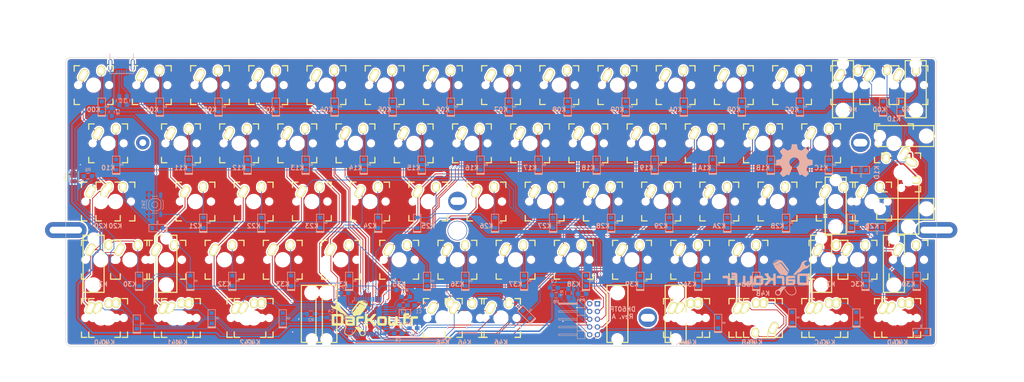
<source format=kicad_pcb>
(kicad_pcb (version 4) (host pcbnew 4.0.5+dfsg1-4)
  (title_block (title "MX/Alps HHKB") (date 2017-05-22) (rev A.1) (company DarKou))
  (layers (0 F.Cu signal) (31 B.Cu signal) (34 B.Paste user) (35 F.Paste user) (36 B.SilkS user) (37 F.SilkS user) (38 B.Mask user) (39 F.Mask user) (44 Edge.Cuts user))
  (net 0 "")
  (net 1 "Net-(C1-Pad1)")
  (net 2 GND)
  (net 3 "Net-(C2-Pad1)")
  (net 4 "Net-(C8-Pad1)")
  (net 5 "Net-(D1-Pad2)")
  (net 6 /Row0)
  (net 7 "Net-(D2-Pad2)")
  (net 8 "Net-(D3-Pad2)")
  (net 9 "Net-(D4-Pad2)")
  (net 10 "Net-(D5-Pad2)")
  (net 11 "Net-(D6-Pad2)")
  (net 12 "Net-(D7-Pad2)")
  (net 13 "Net-(D8-Pad2)")
  (net 14 "Net-(D9-Pad2)")
  (net 15 "Net-(D10-Pad2)")
  (net 16 "Net-(D11-Pad2)")
  (net 17 "Net-(D12-Pad2)")
  (net 18 "Net-(D13-Pad2)")
  (net 19 "Net-(D14-Pad2)")
  (net 20 /Row1)
  (net 21 "Net-(D15-Pad2)")
  (net 22 "Net-(D16-Pad2)")
  (net 23 "Net-(D17-Pad2)")
  (net 24 "Net-(D18-Pad2)")
  (net 25 "Net-(D19-Pad2)")
  (net 26 "Net-(D21-Pad2)")
  (net 27 "Net-(D22-Pad2)")
  (net 28 "Net-(D23-Pad2)")
  (net 29 "Net-(D24-Pad2)")
  (net 30 "Net-(D26-Pad2)")
  (net 31 "Net-(D27-Pad2)")
  (net 32 /Row2)
  (net 33 "Net-(D28-Pad2)")
  (net 34 "Net-(D29-Pad2)")
  (net 35 "Net-(D31-Pad2)")
  (net 36 "Net-(D32-Pad2)")
  (net 37 "Net-(D33-Pad2)")
  (net 38 "Net-(D34-Pad2)")
  (net 39 "Net-(D35-Pad2)")
  (net 40 "Net-(D36-Pad2)")
  (net 41 "Net-(D37-Pad2)")
  (net 42 "Net-(D38-Pad2)")
  (net 43 "Net-(D39-Pad2)")
  (net 44 "Net-(D40-Pad2)")
  (net 45 /Row3)
  (net 46 "Net-(D41-Pad2)")
  (net 47 "Net-(D42-Pad2)")
  (net 48 "Net-(D43-Pad2)")
  (net 49 "Net-(D44-Pad2)")
  (net 50 "Net-(D45-Pad2)")
  (net 51 "Net-(D46-Pad2)")
  (net 52 "Net-(D47-Pad2)")
  (net 53 "Net-(D48-Pad2)")
  (net 54 "Net-(D49-Pad2)")
  (net 55 "Net-(D50-Pad2)")
  (net 56 "Net-(D51-Pad2)")
  (net 57 "Net-(D52-Pad2)")
  (net 58 "Net-(D53-Pad2)")
  (net 59 /Row4)
  (net 60 "Net-(D54-Pad2)")
  (net 61 "Net-(D55-Pad2)")
  (net 62 "Net-(D56-Pad2)")
  (net 63 "Net-(D57-Pad2)")
  (net 64 "Net-(D58-Pad2)")
  (net 65 "Net-(D59-Pad2)")
  (net 66 "Net-(D60-Pad2)")
  (net 67 "Net-(J1-Pad2)")
  (net 68 "Net-(J1-Pad3)")
  (net 69 "Net-(J1-Pad4)")
  (net 70 /Col0)
  (net 71 /Col1)
  (net 72 /Col2)
  (net 73 /Col3)
  (net 74 /Col4)
  (net 75 /Col5)
  (net 76 /Col6)
  (net 77 /Col7)
  (net 78 /Col8)
  (net 79 /Col9)
  (net 80 "Net-(R1-Pad2)")
  (net 81 "Net-(R3-Pad1)")
  (net 82 "Net-(R4-Pad2)")
  (net 83 "Net-(U0-Pad35)")
  (net 84 "Net-(U0-Pad42)")
  (net 85 "Net-(LD1-Pad2)")
  (net 86 /CAPS_LED)
  (net 87 D2)
  (net 88 D5)
  (net 89 "Net-(D61-Pad2)")
  (net 90 "Net-(D62-Pad2)")
  (net 91 "Net-(D63-Pad2)")
  (net 92 "Net-(U0-Pad41)")
  (net 93 "Net-(U0-Pad26)")
  (net 94 "Net-(D64-Pad2)")
  (net 95 "Net-(D65-Pad2)")
  (net 96 "Net-(D66-Pad2)")
  (net 97 "Net-(D67-Pad2)")
  (net 98 "Net-(D68-Pad2)")
  (net 99 /ColA)
  (net 100 /ColB)
  (net 101 /ColC)
  (net 102 /ColD)
  (net 103 "Net-(R2-Pad2)")
  (net 104 "Net-(U0-Pad8)")
  (net 105 TPVcc)
  (net 106 TPRESET)
  (net 107 "Net-(P2-Pad1)")
  (module Footprint:darkou (layer B.Cu) (at 258.25 94 180)
    (fp_text reference G*** hide)
    (fp_text value LOGO hide)
  )
  (module Footprint:MXST (layer F.Cu) (at 114.3 107.15625 180)
    (fp_text reference MXST hide)
    (fp_text value VAL** hide)
    (pad "" np_thru_hole circle (at 0 -6.985 180) (size 3.048 3.048) (drill 3.048) (layers *.Cu *.Mask))
    (pad "" np_thru_hole circle (at 0 8.255 180) (size 3.9802 3.9802) (drill 3.9802) (layers *.Cu *.Mask))
  )
  (module Mounting_Holes:MountingHole_2.2mm_M2_Pad (layer F.Cu) (at 157.1625 78.58125)
    (fp_text reference REF** hide)
    (fp_text value MountingHole_2.2mm_M2_Pad hide)
    (pad 1 thru_hole circle (at 0 0) (size 6.4 6.4) (drill 6) (layers *.Cu *.Mask))
  )
  (module Footprint:MXST (layer F.Cu) (at 228.6 107.15625 180)
    (fp_text reference MXST hide)
    (fp_text value VAL** hide)
    (pad "" np_thru_hole circle (at 0 -6.985 180) (size 3.048 3.048) (drill 3.048) (layers *.Cu *.Mask))
    (pad "" np_thru_hole circle (at 0 8.255 180) (size 3.9802 3.9802) (drill 3.9802) (layers *.Cu *.Mask))
  )
  (module Footprint:MXST (layer F.Cu) (at 209.55 107.15625 180)
    (fp_text reference MXST hide)
    (fp_text value VAL** hide)
    (pad "" np_thru_hole circle (at 0 -6.985 180) (size 3.048 3.048) (drill 3.048) (layers *.Cu *.Mask))
    (pad "" np_thru_hole circle (at 0 8.255 180) (size 3.9802 3.9802) (drill 3.9802) (layers *.Cu *.Mask))
  )
  (module Footprint:MXST (layer F.Cu) (at 109.5375 107.15625 180)
    (fp_text reference MXST hide)
    (fp_text value VAL** hide)
    (pad "" np_thru_hole circle (at 0 -6.985 180) (size 3.048 3.048) (drill 3.048) (layers *.Cu *.Mask))
    (pad "" np_thru_hole circle (at 0 8.255 180) (size 3.9802 3.9802) (drill 3.9802) (layers *.Cu *.Mask))
  )
  (module Footprint:MXST (layer F.Cu) (at 300.0375 88.10625)
    (fp_text reference MXST hide)
    (fp_text value VAL** hide)
    (pad "" np_thru_hole circle (at 0 -6.985) (size 3.048 3.048) (drill 3.048) (layers *.Cu *.Mask))
    (pad "" np_thru_hole circle (at 0 8.255) (size 3.9802 3.9802) (drill 3.9802) (layers *.Cu *.Mask))
  )
  (module Footprint:MXST (layer F.Cu) (at 276.225 88.10625)
    (fp_text reference MXST hide)
    (fp_text value VAL** hide)
    (pad "" np_thru_hole circle (at 0 -6.985) (size 3.048 3.048) (drill 3.048) (layers *.Cu *.Mask))
    (pad "" np_thru_hole circle (at 0 8.255) (size 3.9802 3.9802) (drill 3.9802) (layers *.Cu *.Mask))
  )
  (module Footprint:MXST (layer F.Cu) (at 302.41875 47.625 90)
    (fp_text reference MXST hide)
    (fp_text value VAL** hide)
    (pad "" np_thru_hole circle (at 0 -6.985 90) (size 3.048 3.048) (drill 3.048) (layers *.Cu *.Mask))
    (pad "" np_thru_hole circle (at 0 8.255 90) (size 3.9802 3.9802) (drill 3.9802) (layers *.Cu *.Mask))
  )
  (module Footprint:MXST (layer F.Cu) (at 302.41875 71.4375 90)
    (fp_text reference MXST hide)
    (fp_text value VAL** hide)
    (pad "" np_thru_hole circle (at 0 -6.985 90) (size 3.048 3.048) (drill 3.048) (layers *.Cu *.Mask))
    (pad "" np_thru_hole circle (at 0 8.255 90) (size 3.9802 3.9802) (drill 3.9802) (layers *.Cu *.Mask))
  )
  (module Footprint:MXST (layer F.Cu) (at 280.9875 69.05625)
    (fp_text reference MXST hide)
    (fp_text value VAL** hide)
    (pad "" np_thru_hole circle (at 0 -6.985) (size 3.048 3.048) (drill 3.048) (layers *.Cu *.Mask))
    (pad "" np_thru_hole circle (at 0 8.255) (size 3.9802 3.9802) (drill 3.9802) (layers *.Cu *.Mask))
  )
  (module Footprint:MXST (layer F.Cu) (at 304.8 69.05625)
    (fp_text reference MXST hide)
    (fp_text value VAL** hide)
    (pad "" np_thru_hole circle (at 0 -6.985) (size 3.048 3.048) (drill 3.048) (layers *.Cu *.Mask))
    (pad "" np_thru_hole circle (at 0 8.255) (size 3.9802 3.9802) (drill 3.9802) (layers *.Cu *.Mask))
  )
  (module Footprint:MXST (layer F.Cu) (at 307.18125 30.95625)
    (fp_text reference MXST hide)
    (fp_text value VAL** hide)
    (pad "" np_thru_hole circle (at 0 -6.985) (size 3.048 3.048) (drill 3.048) (layers *.Cu *.Mask))
    (pad "" np_thru_hole circle (at 0 8.255) (size 3.9802 3.9802) (drill 3.9802) (layers *.Cu *.Mask))
  )
  (module Footprint:MXST (layer F.Cu) (at 283.36875 30.95625)
    (fp_text reference MXST hide)
    (fp_text value VAL** hide)
    (pad "" np_thru_hole circle (at 0 -6.985) (size 3.048 3.048) (drill 3.048) (layers *.Cu *.Mask))
    (pad "" np_thru_hole circle (at 0 8.255) (size 3.9802 3.9802) (drill 3.9802) (layers *.Cu *.Mask))
  )
  (module Footprint:MXST (layer F.Cu) (at 61.9125 88.10625)
    (fp_text reference MXST hide)
    (fp_text value VAL** hide)
    (pad "" np_thru_hole circle (at 0 -6.985) (size 3.048 3.048) (drill 3.048) (layers *.Cu *.Mask))
    (pad "" np_thru_hole circle (at 0 8.255) (size 3.9802 3.9802) (drill 3.9802) (layers *.Cu *.Mask))
  )
  (module Footprint:Poker_oval_hole (layer F.Cu) (at 289.05 49.8)
    (fp_text reference Poker_oval_hole hide)
    (fp_text value VAL** hide)
    (pad "" thru_hole circle (at 0 0) (size 6.1 6.1) (drill oval 4.6 2.5) (layers *.Cu *.Mask))
  )
  (module Footprint:Poker_oval_hole (layer F.Cu) (at 157.2 68.9)
    (fp_text reference Poker_oval_hole hide)
    (fp_text value VAL** hide)
    (pad "" thru_hole circle (at 0 0) (size 6.1 6.1) (drill oval 4.6 2.5) (layers *.Cu *.Mask))
  )
  (module Footprint:Poker_side_edge_long (layer F.Cu) (at 314 78.4)
    (fp_text reference Poker_side_edge_long hide)
    (fp_text value VAL** hide)
    (pad "" thru_hole oval (at 0 0) (size 13.6 5.2) (drill oval 10.6 2.2) (layers *.Cu *.Mask))
  )
  (module Capacitors_SMD:C_0805_HandSoldering (layer B.Cu) (at 144.5 103)
    (fp_text reference C1 (at 0 2.1) (layer B.SilkS) (effects (justify mirror)))
    (fp_text value 22p)
    (pad 1 smd rect (at -1.25 0) (size 1.5 1.25) (layers B.Cu B.Paste B.Mask) (net 1 "Net-(C1-Pad1)"))
    (pad 2 smd rect (at 1.25 0) (size 1.5 1.25) (layers B.Cu B.Paste B.Mask) (net 2 GND))
  )
  (module Capacitors_SMD:C_0805_HandSoldering (layer B.Cu) (at 142.75 110.5)
    (fp_text reference C2 (at 0 2.1) (layer B.SilkS) (effects (justify mirror)))
    (fp_text value 22p)
    (pad 1 smd rect (at -1.25 0) (size 1.5 1.25) (layers B.Cu B.Paste B.Mask) (net 3 "Net-(C2-Pad1)"))
    (pad 2 smd rect (at 1.25 0) (size 1.5 1.25) (layers B.Cu B.Paste B.Mask) (net 2 GND))
  )
  (module Capacitors_SMD:C_0805_HandSoldering (layer B.Cu) (at 137.25 96.75 90)
    (fp_text reference C3 (at 0 2.1 90) (layer B.SilkS) (effects (justify mirror)))
    (fp_text value 0.1u hide)
    (pad 1 smd rect (at -1.25 0 90) (size 1.5 1.25) (layers B.Cu B.Paste B.Mask) (net 105 TPVcc))
    (pad 2 smd rect (at 1.25 0 90) (size 1.5 1.25) (layers B.Cu B.Paste B.Mask) (net 2 GND))
  )
  (module Capacitors_SMD:C_0805_HandSoldering (layer B.Cu) (at 115.75 107 180)
    (fp_text reference C4 (at 0 2.1 180) (layer B.SilkS) (effects (justify mirror)))
    (fp_text value 0.1u hide)
    (pad 1 smd rect (at -1.25 0 180) (size 1.5 1.25) (layers B.Cu B.Paste B.Mask) (net 105 TPVcc))
    (pad 2 smd rect (at 1.25 0 180) (size 1.5 1.25) (layers B.Cu B.Paste B.Mask) (net 2 GND))
  )
  (module Capacitors_SMD:C_0805_HandSoldering (layer B.Cu) (at 120.25 99 180)
    (fp_text reference C5 (at 0 2.1 180) (layer B.SilkS) (effects (justify mirror)))
    (fp_text value 0.1u)
    (pad 1 smd rect (at -1.25 0 180) (size 1.5 1.25) (layers B.Cu B.Paste B.Mask) (net 105 TPVcc))
    (pad 2 smd rect (at 1.25 0 180) (size 1.5 1.25) (layers B.Cu B.Paste B.Mask) (net 2 GND))
  )
  (module Capacitors_SMD:C_0805_HandSoldering (layer B.Cu) (at 137.75 112.25)
    (fp_text reference C6 (at 0 2.1) (layer B.SilkS) (effects (justify mirror)))
    (fp_text value 0.1u)
    (pad 1 smd rect (at -1.25 0) (size 1.5 1.25) (layers B.Cu B.Paste B.Mask) (net 105 TPVcc))
    (pad 2 smd rect (at 1.25 0) (size 1.5 1.25) (layers B.Cu B.Paste B.Mask) (net 2 GND))
  )
  (module Capacitors_SMD:C_0805_HandSoldering (layer B.Cu) (at 139.5 103)
    (fp_text reference C7 (at 0 2.1) (layer B.SilkS) (effects (justify mirror)))
    (fp_text value 4.7u)
    (pad 1 smd rect (at -1.25 0) (size 1.5 1.25) (layers B.Cu B.Paste B.Mask) (net 105 TPVcc))
    (pad 2 smd rect (at 1.25 0) (size 1.5 1.25) (layers B.Cu B.Paste B.Mask) (net 2 GND))
  )
  (module Capacitors_SMD:C_0805_HandSoldering (layer B.Cu) (at 44 39.75 90)
    (fp_text reference C8 (at 0 2.1 90) (layer B.SilkS) (effects (justify mirror)))
    (fp_text value 1u)
    (pad 1 smd rect (at -1.25 0 90) (size 1.5 1.25) (layers B.Cu B.Paste B.Mask) (net 4 "Net-(C8-Pad1)"))
    (pad 2 smd rect (at 1.25 0 90) (size 1.5 1.25) (layers B.Cu B.Paste B.Mask) (net 2 GND))
  )
  (module Capacitors_SMD:C_0805_HandSoldering (layer B.Cu) (at 188.75 97.25 180)
    (fp_text reference C9 (at 0 2.1 180) (layer B.SilkS) (effects (justify mirror)))
    (fp_text value 2.2u)
    (pad 1 smd rect (at -1.25 0 180) (size 1.5 1.25) (layers B.Cu B.Paste B.Mask) (net 106 TPRESET))
    (pad 2 smd rect (at 1.25 0 180) (size 1.5 1.25) (layers B.Cu B.Paste B.Mask) (net 105 TPVcc))
  )
  (module Footprint:D_SOD123 (layer B.Cu) (at 40.75 38 90)
    (fp_text reference D1 hide)
    (fp_text value D (at 0 1.925 90) (layer B.SilkS) (effects (font (size 0.8 0.8)) (justify mirror)))
    (pad 2 smd rect (at 1.7 0 90) (size 1.2 1.4) (layers B.Cu B.Paste B.Mask) (net 5 "Net-(D1-Pad2)"))
    (pad 1 smd rect (at -1.7 0 90) (size 1.2 1.4) (layers B.Cu B.Paste B.Mask) (net 6 /Row0))
  )
  (module Footprint:D_SOD123 (layer B.Cu) (at 45.5 57 90)
    (fp_text reference D2 hide)
    (fp_text value D (at 0 1.925 90) (layer B.SilkS) (effects (font (size 0.8 0.8)) (justify mirror)))
    (pad 2 smd rect (at 1.7 0 90) (size 1.2 1.4) (layers B.Cu B.Paste B.Mask) (net 7 "Net-(D2-Pad2)"))
    (pad 1 smd rect (at -1.7 0 90) (size 1.2 1.4) (layers B.Cu B.Paste B.Mask) (net 20 /Row1))
  )
  (module Footprint:D_SOD123 (layer B.Cu) (at 59 77.75 180)
    (fp_text reference D3 hide)
    (fp_text value D (at 0 1.925 180) (layer B.SilkS) (effects (font (size 0.8 0.8)) (justify mirror)))
    (pad 2 smd rect (at 1.7 0 180) (size 1.2 1.4) (layers B.Cu B.Paste B.Mask) (net 8 "Net-(D3-Pad2)"))
    (pad 1 smd rect (at -1.7 0 180) (size 1.2 1.4) (layers B.Cu B.Paste B.Mask) (net 32 /Row2))
  )
  (module Footprint:D_SOD123 (layer B.Cu) (at 53 95 90)
    (fp_text reference D4 hide)
    (fp_text value D (at 0 1.925 90) (layer B.SilkS) (effects (font (size 0.8 0.8)) (justify mirror)))
    (pad 2 smd rect (at 1.7 0 90) (size 1.2 1.4) (layers B.Cu B.Paste B.Mask) (net 9 "Net-(D4-Pad2)"))
    (pad 1 smd rect (at -1.7 0 90) (size 1.2 1.4) (layers B.Cu B.Paste B.Mask) (net 45 /Row3))
  )
  (module Footprint:D_SOD123 (layer B.Cu) (at 52.25 109 90)
    (fp_text reference D5 hide)
    (fp_text value D (at 0 1.925 90) (layer B.SilkS) (effects (font (size 0.8 0.8)) (justify mirror)))
    (pad 2 smd rect (at 1.7 0 90) (size 1.2 1.4) (layers B.Cu B.Paste B.Mask) (net 10 "Net-(D5-Pad2)"))
    (pad 1 smd rect (at -1.7 0 90) (size 1.2 1.4) (layers B.Cu B.Paste B.Mask) (net 59 /Row4))
  )
  (module Footprint:D_SOD123 (layer B.Cu) (at 59.75 38 90)
    (fp_text reference D6 hide)
    (fp_text value D (at 0 1.925 90) (layer B.SilkS) (effects (font (size 0.8 0.8)) (justify mirror)))
    (pad 2 smd rect (at 1.7 0 90) (size 1.2 1.4) (layers B.Cu B.Paste B.Mask) (net 11 "Net-(D6-Pad2)"))
    (pad 1 smd rect (at -1.7 0 90) (size 1.2 1.4) (layers B.Cu B.Paste B.Mask) (net 6 /Row0))
  )
  (module Footprint:D_SOD123 (layer B.Cu) (at 69.25 57 90)
    (fp_text reference D7 hide)
    (fp_text value D (at 0 1.925 90) (layer B.SilkS) (effects (font (size 0.8 0.8)) (justify mirror)))
    (pad 2 smd rect (at 1.7 0 90) (size 1.2 1.4) (layers B.Cu B.Paste B.Mask) (net 12 "Net-(D7-Pad2)"))
    (pad 1 smd rect (at -1.7 0 90) (size 1.2 1.4) (layers B.Cu B.Paste B.Mask) (net 20 /Row1))
  )
  (module Footprint:D_SOD123 (layer B.Cu) (at 74 76 90)
    (fp_text reference D8 hide)
    (fp_text value D (at 0 1.925 90) (layer B.SilkS) (effects (font (size 0.8 0.8)) (justify mirror)))
    (pad 2 smd rect (at 1.7 0 90) (size 1.2 1.4) (layers B.Cu B.Paste B.Mask) (net 13 "Net-(D8-Pad2)"))
    (pad 1 smd rect (at -1.7 0 90) (size 1.2 1.4) (layers B.Cu B.Paste B.Mask) (net 32 /Row2))
  )
  (module Footprint:D_SOD123 (layer B.Cu) (at 69.75 95 90)
    (fp_text reference D9 hide)
    (fp_text value D (at 0 1.925 90) (layer B.SilkS) (effects (font (size 0.8 0.8)) (justify mirror)))
    (pad 2 smd rect (at 1.7 0 90) (size 1.2 1.4) (layers B.Cu B.Paste B.Mask) (net 14 "Net-(D9-Pad2)"))
    (pad 1 smd rect (at -1.7 0 90) (size 1.2 1.4) (layers B.Cu B.Paste B.Mask) (net 45 /Row3))
  )
  (module Footprint:D_SOD123 (layer B.Cu) (at 76.75 107.25 90)
    (fp_text reference D10 hide)
    (fp_text value D (at 0 1.925 90) (layer B.SilkS) (effects (font (size 0.8 0.8)) (justify mirror)))
    (pad 2 smd rect (at 1.7 0 90) (size 1.2 1.4) (layers B.Cu B.Paste B.Mask) (net 15 "Net-(D10-Pad2)"))
    (pad 1 smd rect (at -1.7 0 90) (size 1.2 1.4) (layers B.Cu B.Paste B.Mask) (net 59 /Row4))
  )
  (module Footprint:D_SOD123 (layer B.Cu) (at 79 38 90)
    (fp_text reference D11 hide)
    (fp_text value D (at 0 1.925 90) (layer B.SilkS) (effects (font (size 0.8 0.8)) (justify mirror)))
    (pad 2 smd rect (at 1.7 0 90) (size 1.2 1.4) (layers B.Cu B.Paste B.Mask) (net 16 "Net-(D11-Pad2)"))
    (pad 1 smd rect (at -1.7 0 90) (size 1.2 1.4) (layers B.Cu B.Paste B.Mask) (net 6 /Row0))
  )
  (module Footprint:D_SOD123 (layer B.Cu) (at 88.5 57 90)
    (fp_text reference D12 hide)
    (fp_text value D (at 0 1.925 90) (layer B.SilkS) (effects (font (size 0.8 0.8)) (justify mirror)))
    (pad 2 smd rect (at 1.7 0 90) (size 1.2 1.4) (layers B.Cu B.Paste B.Mask) (net 17 "Net-(D12-Pad2)"))
    (pad 1 smd rect (at -1.7 0 90) (size 1.2 1.4) (layers B.Cu B.Paste B.Mask) (net 20 /Row1))
  )
  (module Footprint:D_SOD123 (layer B.Cu) (at 93 76 90)
    (fp_text reference D13 hide)
    (fp_text value D (at 0 1.925 90) (layer B.SilkS) (effects (font (size 0.8 0.8)) (justify mirror)))
    (pad 2 smd rect (at 1.7 0 90) (size 1.2 1.4) (layers B.Cu B.Paste B.Mask) (net 18 "Net-(D13-Pad2)"))
    (pad 1 smd rect (at -1.7 0 90) (size 1.2 1.4) (layers B.Cu B.Paste B.Mask) (net 32 /Row2))
  )
  (module Footprint:D_SOD123 (layer B.Cu) (at 83.5 95 90)
    (fp_text reference D14 hide)
    (fp_text value D (at 0 1.925 90) (layer B.SilkS) (effects (font (size 0.8 0.8)) (justify mirror)))
    (pad 2 smd rect (at 1.7 0 90) (size 1.2 1.4) (layers B.Cu B.Paste B.Mask) (net 19 "Net-(D14-Pad2)"))
    (pad 1 smd rect (at -1.7 0 90) (size 1.2 1.4) (layers B.Cu B.Paste B.Mask) (net 45 /Row3))
  )
  (module Footprint:D_SOD123 (layer B.Cu) (at 100 107.25 90)
    (fp_text reference D15 hide)
    (fp_text value D (at 0 1.925 90) (layer B.SilkS) (effects (font (size 0.8 0.8)) (justify mirror)))
    (pad 2 smd rect (at 1.7 0 90) (size 1.2 1.4) (layers B.Cu B.Paste B.Mask) (net 21 "Net-(D15-Pad2)"))
    (pad 1 smd rect (at -1.7 0 90) (size 1.2 1.4) (layers B.Cu B.Paste B.Mask) (net 59 /Row4))
  )
  (module Footprint:D_SOD123 (layer B.Cu) (at 97.75 38 90)
    (fp_text reference D16 hide)
    (fp_text value D (at 0 1.925 90) (layer B.SilkS) (effects (font (size 0.8 0.8)) (justify mirror)))
    (pad 2 smd rect (at 1.7 0 90) (size 1.2 1.4) (layers B.Cu B.Paste B.Mask) (net 22 "Net-(D16-Pad2)"))
    (pad 1 smd rect (at -1.7 0 90) (size 1.2 1.4) (layers B.Cu B.Paste B.Mask) (net 6 /Row0))
  )
  (module Footprint:D_SOD123 (layer B.Cu) (at 107.5 57 90)
    (fp_text reference D17 hide)
    (fp_text value D (at 0 1.925 90) (layer B.SilkS) (effects (font (size 0.8 0.8)) (justify mirror)))
    (pad 2 smd rect (at 1.7 0 90) (size 1.2 1.4) (layers B.Cu B.Paste B.Mask) (net 23 "Net-(D17-Pad2)"))
    (pad 1 smd rect (at -1.7 0 90) (size 1.2 1.4) (layers B.Cu B.Paste B.Mask) (net 20 /Row1))
  )
  (module Footprint:D_SOD123 (layer B.Cu) (at 112.25 76 90)
    (fp_text reference D18 hide)
    (fp_text value D (at 0 1.925 90) (layer B.SilkS) (effects (font (size 0.8 0.8)) (justify mirror)))
    (pad 2 smd rect (at 1.7 0 90) (size 1.2 1.4) (layers B.Cu B.Paste B.Mask) (net 24 "Net-(D18-Pad2)"))
    (pad 1 smd rect (at -1.7 0 90) (size 1.2 1.4) (layers B.Cu B.Paste B.Mask) (net 32 /Row2))
  )
  (module Footprint:D_SOD123 (layer B.Cu) (at 102.75 95 90)
    (fp_text reference D19 hide)
    (fp_text value D (at 0 1.925 90) (layer B.SilkS) (effects (font (size 0.8 0.8)) (justify mirror)))
    (pad 2 smd rect (at 1.7 0 90) (size 1.2 1.4) (layers B.Cu B.Paste B.Mask) (net 25 "Net-(D19-Pad2)"))
    (pad 1 smd rect (at -1.7 0 90) (size 1.2 1.4) (layers B.Cu B.Paste B.Mask) (net 45 /Row3))
  )
  (module Footprint:D_SOD123 (layer B.Cu) (at 117 38 90)
    (fp_text reference D21 hide)
    (fp_text value D (at 0 1.925 90) (layer B.SilkS) (effects (font (size 0.8 0.8)) (justify mirror)))
    (pad 2 smd rect (at 1.7 0 90) (size 1.2 1.4) (layers B.Cu B.Paste B.Mask) (net 26 "Net-(D21-Pad2)"))
    (pad 1 smd rect (at -1.7 0 90) (size 1.2 1.4) (layers B.Cu B.Paste B.Mask) (net 6 /Row0))
  )
  (module Footprint:D_SOD123 (layer B.Cu) (at 126.5 57 90)
    (fp_text reference D22 hide)
    (fp_text value D (at 0 1.925 90) (layer B.SilkS) (effects (font (size 0.8 0.8)) (justify mirror)))
    (pad 2 smd rect (at 1.7 0 90) (size 1.2 1.4) (layers B.Cu B.Paste B.Mask) (net 27 "Net-(D22-Pad2)"))
    (pad 1 smd rect (at -1.7 0 90) (size 1.2 1.4) (layers B.Cu B.Paste B.Mask) (net 20 /Row1))
  )
  (module Footprint:D_SOD123 (layer B.Cu) (at 131.25 76 90)
    (fp_text reference D23 hide)
    (fp_text value D (at 0 1.925 90) (layer B.SilkS) (effects (font (size 0.8 0.8)) (justify mirror)))
    (pad 2 smd rect (at 1.7 0 90) (size 1.2 1.4) (layers B.Cu B.Paste B.Mask) (net 28 "Net-(D23-Pad2)"))
    (pad 1 smd rect (at -1.7 0 90) (size 1.2 1.4) (layers B.Cu B.Paste B.Mask) (net 32 /Row2))
  )
  (module Footprint:D_SOD123 (layer B.Cu) (at 121.75 95 90)
    (fp_text reference D24 hide)
    (fp_text value D (at 0 1.925 90) (layer B.SilkS) (effects (font (size 0.8 0.8)) (justify mirror)))
    (pad 2 smd rect (at 1.7 0 90) (size 1.2 1.4) (layers B.Cu B.Paste B.Mask) (net 29 "Net-(D24-Pad2)"))
    (pad 1 smd rect (at -1.7 0 90) (size 1.2 1.4) (layers B.Cu B.Paste B.Mask) (net 45 /Row3))
  )
  (module Footprint:D_SOD123 (layer B.Cu) (at 136 38 90)
    (fp_text reference D26 hide)
    (fp_text value D (at 0 1.925 90) (layer B.SilkS) (effects (font (size 0.8 0.8)) (justify mirror)))
    (pad 2 smd rect (at 1.7 0 90) (size 1.2 1.4) (layers B.Cu B.Paste B.Mask) (net 30 "Net-(D26-Pad2)"))
    (pad 1 smd rect (at -1.7 0 90) (size 1.2 1.4) (layers B.Cu B.Paste B.Mask) (net 6 /Row0))
  )
  (module Footprint:D_SOD123 (layer B.Cu) (at 145.5 57 90)
    (fp_text reference D27 hide)
    (fp_text value D (at 0 1.925 90) (layer B.SilkS) (effects (font (size 0.8 0.8)) (justify mirror)))
    (pad 2 smd rect (at 1.7 0 90) (size 1.2 1.4) (layers B.Cu B.Paste B.Mask) (net 31 "Net-(D27-Pad2)"))
    (pad 1 smd rect (at -1.7 0 90) (size 1.2 1.4) (layers B.Cu B.Paste B.Mask) (net 20 /Row1))
  )
  (module Footprint:D_SOD123 (layer B.Cu) (at 144 76 90)
    (fp_text reference D28 hide)
    (fp_text value D (at 0 1.925 90) (layer B.SilkS) (effects (font (size 0.8 0.8)) (justify mirror)))
    (pad 2 smd rect (at 1.7 0 90) (size 1.2 1.4) (layers B.Cu B.Paste B.Mask) (net 33 "Net-(D28-Pad2)"))
    (pad 1 smd rect (at -1.7 0 90) (size 1.2 1.4) (layers B.Cu B.Paste B.Mask) (net 32 /Row2))
  )
  (module Footprint:D_SOD123 (layer B.Cu) (at 147.25 95 90)
    (fp_text reference D29 hide)
    (fp_text value D (at 0 1.925 90) (layer B.SilkS) (effects (font (size 0.8 0.8)) (justify mirror)))
    (pad 2 smd rect (at 1.7 0 90) (size 1.2 1.4) (layers B.Cu B.Paste B.Mask) (net 34 "Net-(D29-Pad2)"))
    (pad 1 smd rect (at -1.7 0 90) (size 1.2 1.4) (layers B.Cu B.Paste B.Mask) (net 45 /Row3))
  )
  (module Footprint:D_SOD123 (layer B.Cu) (at 155 38 90)
    (fp_text reference D31 hide)
    (fp_text value D (at 0 1.925 90) (layer B.SilkS) (effects (font (size 0.8 0.8)) (justify mirror)))
    (pad 2 smd rect (at 1.7 0 90) (size 1.2 1.4) (layers B.Cu B.Paste B.Mask) (net 35 "Net-(D31-Pad2)"))
    (pad 1 smd rect (at -1.7 0 90) (size 1.2 1.4) (layers B.Cu B.Paste B.Mask) (net 6 /Row0))
  )
  (module Footprint:D_SOD123 (layer B.Cu) (at 164.75 57 90)
    (fp_text reference D32 hide)
    (fp_text value D (at 0 1.925 90) (layer B.SilkS) (effects (font (size 0.8 0.8)) (justify mirror)))
    (pad 2 smd rect (at 1.7 0 90) (size 1.2 1.4) (layers B.Cu B.Paste B.Mask) (net 36 "Net-(D32-Pad2)"))
    (pad 1 smd rect (at -1.7 0 90) (size 1.2 1.4) (layers B.Cu B.Paste B.Mask) (net 20 /Row1))
  )
  (module Footprint:D_SOD123 (layer B.Cu) (at 169.5 76 90)
    (fp_text reference D33 hide)
    (fp_text value D (at 0 1.925 90) (layer B.SilkS) (effects (font (size 0.8 0.8)) (justify mirror)))
    (pad 2 smd rect (at 1.7 0 90) (size 1.2 1.4) (layers B.Cu B.Paste B.Mask) (net 37 "Net-(D33-Pad2)"))
    (pad 1 smd rect (at -1.7 0 90) (size 1.2 1.4) (layers B.Cu B.Paste B.Mask) (net 32 /Row2))
  )
  (module Footprint:D_SOD123 (layer B.Cu) (at 159.75 95 90)
    (fp_text reference D34 hide)
    (fp_text value D (at 0 1.925 90) (layer B.SilkS) (effects (font (size 0.8 0.8)) (justify mirror)))
    (pad 2 smd rect (at 1.7 0 90) (size 1.2 1.4) (layers B.Cu B.Paste B.Mask) (net 38 "Net-(D34-Pad2)"))
    (pad 1 smd rect (at -1.7 0 90) (size 1.2 1.4) (layers B.Cu B.Paste B.Mask) (net 45 /Row3))
  )
  (module Footprint:D_SOD123 (layer B.Cu) (at 179.75 106 135)
    (fp_text reference D35 hide)
    (fp_text value D (at 0 1.925 135) (layer B.SilkS) (effects (font (size 0.8 0.8)) (justify mirror)))
    (pad 2 smd rect (at 1.7 0 135) (size 1.2 1.4) (layers B.Cu B.Paste B.Mask) (net 39 "Net-(D35-Pad2)"))
    (pad 1 smd rect (at -1.7 0 135) (size 1.2 1.4) (layers B.Cu B.Paste B.Mask) (net 59 /Row4))
  )
  (module Footprint:D_SOD123 (layer B.Cu) (at 174 38 90)
    (fp_text reference D36 hide)
    (fp_text value D (at 0 1.925 90) (layer B.SilkS) (effects (font (size 0.8 0.8)) (justify mirror)))
    (pad 2 smd rect (at 1.7 0 90) (size 1.2 1.4) (layers B.Cu B.Paste B.Mask) (net 40 "Net-(D36-Pad2)"))
    (pad 1 smd rect (at -1.7 0 90) (size 1.2 1.4) (layers B.Cu B.Paste B.Mask) (net 6 /Row0))
  )
  (module Footprint:D_SOD123 (layer B.Cu) (at 183.75 57 90)
    (fp_text reference D37 hide)
    (fp_text value D (at 0 1.925 90) (layer B.SilkS) (effects (font (size 0.8 0.8)) (justify mirror)))
    (pad 2 smd rect (at 1.7 0 90) (size 1.2 1.4) (layers B.Cu B.Paste B.Mask) (net 41 "Net-(D37-Pad2)"))
    (pad 1 smd rect (at -1.7 0 90) (size 1.2 1.4) (layers B.Cu B.Paste B.Mask) (net 20 /Row1))
  )
  (module Footprint:D_SOD123 (layer B.Cu) (at 188.5 76 90)
    (fp_text reference D38 hide)
    (fp_text value D (at 0 1.925 90) (layer B.SilkS) (effects (font (size 0.8 0.8)) (justify mirror)))
    (pad 2 smd rect (at 1.7 0 90) (size 1.2 1.4) (layers B.Cu B.Paste B.Mask) (net 42 "Net-(D38-Pad2)"))
    (pad 1 smd rect (at -1.7 0 90) (size 1.2 1.4) (layers B.Cu B.Paste B.Mask) (net 32 /Row2))
  )
  (module Footprint:D_SOD123 (layer B.Cu) (at 179 95 90)
    (fp_text reference D39 hide)
    (fp_text value D (at 0 1.925 90) (layer B.SilkS) (effects (font (size 0.8 0.8)) (justify mirror)))
    (pad 2 smd rect (at 1.7 0 90) (size 1.2 1.4) (layers B.Cu B.Paste B.Mask) (net 43 "Net-(D39-Pad2)"))
    (pad 1 smd rect (at -1.7 0 90) (size 1.2 1.4) (layers B.Cu B.Paste B.Mask) (net 45 /Row3))
  )
  (module Footprint:D_SOD123 (layer B.Cu) (at 193.25 38 90)
    (fp_text reference D40 hide)
    (fp_text value D (at 0 1.925 90) (layer B.SilkS) (effects (font (size 0.8 0.8)) (justify mirror)))
    (pad 2 smd rect (at 1.7 0 90) (size 1.2 1.4) (layers B.Cu B.Paste B.Mask) (net 44 "Net-(D40-Pad2)"))
    (pad 1 smd rect (at -1.7 0 90) (size 1.2 1.4) (layers B.Cu B.Paste B.Mask) (net 6 /Row0))
  )
  (module Footprint:D_SOD123 (layer B.Cu) (at 202.75 57 90)
    (fp_text reference D41 hide)
    (fp_text value D (at 0 1.925 90) (layer B.SilkS) (effects (font (size 0.8 0.8)) (justify mirror)))
    (pad 2 smd rect (at 1.7 0 90) (size 1.2 1.4) (layers B.Cu B.Paste B.Mask) (net 46 "Net-(D41-Pad2)"))
    (pad 1 smd rect (at -1.7 0 90) (size 1.2 1.4) (layers B.Cu B.Paste B.Mask) (net 20 /Row1))
  )
  (module Footprint:D_SOD123 (layer B.Cu) (at 207.5 76 90)
    (fp_text reference D42 hide)
    (fp_text value D (at 0 1.925 90) (layer B.SilkS) (effects (font (size 0.8 0.8)) (justify mirror)))
    (pad 2 smd rect (at 1.7 0 90) (size 1.2 1.4) (layers B.Cu B.Paste B.Mask) (net 47 "Net-(D42-Pad2)"))
    (pad 1 smd rect (at -1.7 0 90) (size 1.2 1.4) (layers B.Cu B.Paste B.Mask) (net 32 /Row2))
  )
  (module Footprint:D_SOD123 (layer B.Cu) (at 199.25 95 90)
    (fp_text reference D43 hide)
    (fp_text value D (at 0 1.925 90) (layer B.SilkS) (effects (font (size 0.8 0.8)) (justify mirror)))
    (pad 2 smd rect (at 1.7 0 90) (size 1.2 1.4) (layers B.Cu B.Paste B.Mask) (net 48 "Net-(D43-Pad2)"))
    (pad 1 smd rect (at -1.7 0 90) (size 1.2 1.4) (layers B.Cu B.Paste B.Mask) (net 45 /Row3))
  )
  (module Footprint:D_SOD123 (layer B.Cu) (at 212.25 38 90)
    (fp_text reference D44 hide)
    (fp_text value D (at 0 1.925 90) (layer B.SilkS) (effects (font (size 0.8 0.8)) (justify mirror)))
    (pad 2 smd rect (at 1.7 0 90) (size 1.2 1.4) (layers B.Cu B.Paste B.Mask) (net 49 "Net-(D44-Pad2)"))
    (pad 1 smd rect (at -1.7 0 90) (size 1.2 1.4) (layers B.Cu B.Paste B.Mask) (net 6 /Row0))
  )
  (module Footprint:D_SOD123 (layer B.Cu) (at 221.75 57 90)
    (fp_text reference D45 hide)
    (fp_text value D (at 0 1.925 90) (layer B.SilkS) (effects (font (size 0.8 0.8)) (justify mirror)))
    (pad 2 smd rect (at 1.7 0 90) (size 1.2 1.4) (layers B.Cu B.Paste B.Mask) (net 50 "Net-(D45-Pad2)"))
    (pad 1 smd rect (at -1.7 0 90) (size 1.2 1.4) (layers B.Cu B.Paste B.Mask) (net 20 /Row1))
  )
  (module Footprint:D_SOD123 (layer B.Cu) (at 226.5 76 90)
    (fp_text reference D46 hide)
    (fp_text value D (at 0 1.925 90) (layer B.SilkS) (effects (font (size 0.8 0.8)) (justify mirror)))
    (pad 2 smd rect (at 1.7 0 90) (size 1.2 1.4) (layers B.Cu B.Paste B.Mask) (net 51 "Net-(D46-Pad2)"))
    (pad 1 smd rect (at -1.7 0 90) (size 1.2 1.4) (layers B.Cu B.Paste B.Mask) (net 32 /Row2))
  )
  (module Footprint:D_SOD123 (layer B.Cu) (at 217 95 90)
    (fp_text reference D47 hide)
    (fp_text value D (at 0 1.925 90) (layer B.SilkS) (effects (font (size 0.8 0.8)) (justify mirror)))
    (pad 2 smd rect (at 1.7 0 90) (size 1.2 1.4) (layers B.Cu B.Paste B.Mask) (net 52 "Net-(D47-Pad2)"))
    (pad 1 smd rect (at -1.7 0 90) (size 1.2 1.4) (layers B.Cu B.Paste B.Mask) (net 45 /Row3))
  )
  (module Footprint:D_SOD123 (layer B.Cu) (at 302.25 38 90)
    (fp_text reference D48 hide)
    (fp_text value D (at 0 1.925 90) (layer B.SilkS) (effects (font (size 0.8 0.8)) (justify mirror)))
    (pad 2 smd rect (at 1.7 0 90) (size 1.2 1.4) (layers B.Cu B.Paste B.Mask) (net 53 "Net-(D48-Pad2)"))
    (pad 1 smd rect (at -1.7 0 90) (size 1.2 1.4) (layers B.Cu B.Paste B.Mask) (net 59 /Row4))
  )
  (module Footprint:D_SOD123 (layer B.Cu) (at 231.25 38 90)
    (fp_text reference D49 hide)
    (fp_text value D (at 0 1.925 90) (layer B.SilkS) (effects (font (size 0.8 0.8)) (justify mirror)))
    (pad 2 smd rect (at 1.7 0 90) (size 1.2 1.4) (layers B.Cu B.Paste B.Mask) (net 54 "Net-(D49-Pad2)"))
    (pad 1 smd rect (at -1.7 0 90) (size 1.2 1.4) (layers B.Cu B.Paste B.Mask) (net 6 /Row0))
  )
  (module Footprint:D_SOD123 (layer B.Cu) (at 240.75 57 90)
    (fp_text reference D50 hide)
    (fp_text value D (at 0 1.925 90) (layer B.SilkS) (effects (font (size 0.8 0.8)) (justify mirror)))
    (pad 2 smd rect (at 1.7 0 90) (size 1.2 1.4) (layers B.Cu B.Paste B.Mask) (net 55 "Net-(D50-Pad2)"))
    (pad 1 smd rect (at -1.7 0 90) (size 1.2 1.4) (layers B.Cu B.Paste B.Mask) (net 20 /Row1))
  )
  (module Footprint:D_SOD123 (layer B.Cu) (at 245.5 76 90)
    (fp_text reference D51 hide)
    (fp_text value D (at 0 1.925 90) (layer B.SilkS) (effects (font (size 0.8 0.8)) (justify mirror)))
    (pad 2 smd rect (at 1.7 0 90) (size 1.2 1.4) (layers B.Cu B.Paste B.Mask) (net 56 "Net-(D51-Pad2)"))
    (pad 1 smd rect (at -1.7 0 90) (size 1.2 1.4) (layers B.Cu B.Paste B.Mask) (net 32 /Row2))
  )
  (module Footprint:D_SOD123 (layer B.Cu) (at 236 95 90)
    (fp_text reference D52 hide)
    (fp_text value D (at 0 1.925 90) (layer B.SilkS) (effects (font (size 0.8 0.8)) (justify mirror)))
    (pad 2 smd rect (at 1.7 0 90) (size 1.2 1.4) (layers B.Cu B.Paste B.Mask) (net 57 "Net-(D52-Pad2)"))
    (pad 1 smd rect (at -1.7 0 90) (size 1.2 1.4) (layers B.Cu B.Paste B.Mask) (net 45 /Row3))
  )
  (module Footprint:D_SOD123 (layer B.Cu) (at 242.5 108.75 90)
    (fp_text reference D53 hide)
    (fp_text value D (at 0 1.925 90) (layer B.SilkS) (effects (font (size 0.8 0.8)) (justify mirror)))
    (pad 2 smd rect (at 1.7 0 90) (size 1.2 1.4) (layers B.Cu B.Paste B.Mask) (net 58 "Net-(D53-Pad2)"))
    (pad 1 smd rect (at -1.7 0 90) (size 1.2 1.4) (layers B.Cu B.Paste B.Mask) (net 59 /Row4))
  )
  (module Footprint:D_SOD123 (layer B.Cu) (at 250.25 38 90)
    (fp_text reference D54 hide)
    (fp_text value D (at 0 1.925 90) (layer B.SilkS) (effects (font (size 0.8 0.8)) (justify mirror)))
    (pad 2 smd rect (at 1.7 0 90) (size 1.2 1.4) (layers B.Cu B.Paste B.Mask) (net 60 "Net-(D54-Pad2)"))
    (pad 1 smd rect (at -1.7 0 90) (size 1.2 1.4) (layers B.Cu B.Paste B.Mask) (net 6 /Row0))
  )
  (module Footprint:D_SOD123 (layer B.Cu) (at 259.75 57 90)
    (fp_text reference D55 hide)
    (fp_text value D (at 0 1.925 90) (layer B.SilkS) (effects (font (size 0.8 0.8)) (justify mirror)))
    (pad 2 smd rect (at 1.7 0 90) (size 1.2 1.4) (layers B.Cu B.Paste B.Mask) (net 61 "Net-(D55-Pad2)"))
    (pad 1 smd rect (at -1.7 0 90) (size 1.2 1.4) (layers B.Cu B.Paste B.Mask) (net 20 /Row1))
  )
  (module Footprint:D_SOD123 (layer B.Cu) (at 264.75 76 90)
    (fp_text reference D56 hide)
    (fp_text value D (at 0 1.925 90) (layer B.SilkS) (effects (font (size 0.8 0.8)) (justify mirror)))
    (pad 2 smd rect (at 1.7 0 90) (size 1.2 1.4) (layers B.Cu B.Paste B.Mask) (net 62 "Net-(D56-Pad2)"))
    (pad 1 smd rect (at -1.7 0 90) (size 1.2 1.4) (layers B.Cu B.Paste B.Mask) (net 32 /Row2))
  )
  (module Footprint:D_SOD123 (layer B.Cu) (at 255 95 90)
    (fp_text reference D57 hide)
    (fp_text value D (at 0 1.925 90) (layer B.SilkS) (effects (font (size 0.8 0.8)) (justify mirror)))
    (pad 2 smd rect (at 1.7 0 90) (size 1.2 1.4) (layers B.Cu B.Paste B.Mask) (net 63 "Net-(D57-Pad2)"))
    (pad 1 smd rect (at -1.7 0 90) (size 1.2 1.4) (layers B.Cu B.Paste B.Mask) (net 45 /Row3))
  )
  (module Footprint:D_SOD123 (layer B.Cu) (at 266.75 107 90)
    (fp_text reference D58 hide)
    (fp_text value D (at 0 1.925 90) (layer B.SilkS) (effects (font (size 0.8 0.8)) (justify mirror)))
    (pad 2 smd rect (at 1.7 0 90) (size 1.2 1.4) (layers B.Cu B.Paste B.Mask) (net 64 "Net-(D58-Pad2)"))
    (pad 1 smd rect (at -1.7 0 90) (size 1.2 1.4) (layers B.Cu B.Paste B.Mask) (net 59 /Row4))
  )
  (module Footprint:D_SOD123 (layer B.Cu) (at 269.25 38 90)
    (fp_text reference D59 hide)
    (fp_text value D (at 0 1.925 90) (layer B.SilkS) (effects (font (size 0.8 0.8)) (justify mirror)))
    (pad 2 smd rect (at 1.7 0 90) (size 1.2 1.4) (layers B.Cu B.Paste B.Mask) (net 65 "Net-(D59-Pad2)"))
    (pad 1 smd rect (at -1.7 0 90) (size 1.2 1.4) (layers B.Cu B.Paste B.Mask) (net 6 /Row0))
  )
  (module Footprint:D_SOD123 (layer B.Cu) (at 278.75 57 90)
    (fp_text reference D60 hide)
    (fp_text value D (at 0 1.925 90) (layer B.SilkS) (effects (font (size 0.8 0.8)) (justify mirror)))
    (pad 2 smd rect (at 1.7 0 90) (size 1.2 1.4) (layers B.Cu B.Paste B.Mask) (net 66 "Net-(D60-Pad2)"))
    (pad 1 smd rect (at -1.7 0 90) (size 1.2 1.4) (layers B.Cu B.Paste B.Mask) (net 20 /Row1))
  )
  (module Footprint:D_SOD123 (layer B.Cu) (at 286 76 90)
    (fp_text reference D61 hide)
    (fp_text value D (at 0 1.925 90) (layer B.SilkS) (effects (font (size 0.8 0.8)) (justify mirror)))
    (pad 2 smd rect (at 1.7 0 90) (size 1.2 1.4) (layers B.Cu B.Paste B.Mask) (net 89 "Net-(D61-Pad2)"))
    (pad 1 smd rect (at -1.7 0 90) (size 1.2 1.4) (layers B.Cu B.Paste B.Mask) (net 32 /Row2))
  )
  (module Footprint:D_SOD123 (layer B.Cu) (at 290.75 95 90)
    (fp_text reference D62 hide)
    (fp_text value D (at 0 1.925 90) (layer B.SilkS) (effects (font (size 0.8 0.8)) (justify mirror)))
    (pad 2 smd rect (at 1.7 0 90) (size 1.2 1.4) (layers B.Cu B.Paste B.Mask) (net 90 "Net-(D62-Pad2)"))
    (pad 1 smd rect (at -1.7 0 90) (size 1.2 1.4) (layers B.Cu B.Paste B.Mask) (net 45 /Row3))
  )
  (module Footprint:D_SOD123 (layer B.Cu) (at 287.75 107 90)
    (fp_text reference D63 hide)
    (fp_text value D (at 0 1.925 90) (layer B.SilkS) (effects (font (size 0.8 0.8)) (justify mirror)))
    (pad 2 smd rect (at 1.7 0 90) (size 1.2 1.4) (layers B.Cu B.Paste B.Mask) (net 91 "Net-(D63-Pad2)"))
    (pad 1 smd rect (at -1.7 0 90) (size 1.2 1.4) (layers B.Cu B.Paste B.Mask) (net 59 /Row4))
  )
  (module Footprint:D_SOD123 (layer B.Cu) (at 296.5 38 90)
    (fp_text reference D64 hide)
    (fp_text value D (at 0 1.925 90) (layer B.SilkS) (effects (font (size 0.8 0.8)) (justify mirror)))
    (pad 2 smd rect (at 1.7 0 90) (size 1.2 1.4) (layers B.Cu B.Paste B.Mask) (net 94 "Net-(D64-Pad2)"))
    (pad 1 smd rect (at -1.7 0 90) (size 1.2 1.4) (layers B.Cu B.Paste B.Mask) (net 6 /Row0))
  )
  (module Footprint:D_SOD123 (layer B.Cu) (at 289.25 58.75)
    (fp_text reference D65 hide)
    (fp_text value D (at 0 1.925) (layer B.SilkS) (effects (font (size 0.8 0.8)) (justify mirror)))
    (pad 2 smd rect (at 1.7 0) (size 1.2 1.4) (layers B.Cu B.Paste B.Mask) (net 95 "Net-(D65-Pad2)"))
    (pad 1 smd rect (at -1.7 0) (size 1.2 1.4) (layers B.Cu B.Paste B.Mask) (net 20 /Row1))
  )
  (module Footprint:D_SOD123 (layer B.Cu) (at 294.5 77.5)
    (fp_text reference D66 hide)
    (fp_text value D (at 0 1.925) (layer B.SilkS) (effects (font (size 0.8 0.8)) (justify mirror)))
    (pad 2 smd rect (at 1.7 0) (size 1.2 1.4) (layers B.Cu B.Paste B.Mask) (net 96 "Net-(D66-Pad2)"))
    (pad 1 smd rect (at -1.7 0) (size 1.2 1.4) (layers B.Cu B.Paste B.Mask) (net 32 /Row2))
  )
  (module Footprint:D_SOD123 (layer B.Cu) (at 307.5 95 90)
    (fp_text reference D67 hide)
    (fp_text value D (at 0 1.925 90) (layer B.SilkS) (effects (font (size 0.8 0.8)) (justify mirror)))
    (pad 2 smd rect (at 1.7 0 90) (size 1.2 1.4) (layers B.Cu B.Paste B.Mask) (net 97 "Net-(D67-Pad2)"))
    (pad 1 smd rect (at -1.7 0 90) (size 1.2 1.4) (layers B.Cu B.Paste B.Mask) (net 45 /Row3))
  )
  (module Footprint:D_SOD123 (layer B.Cu) (at 309 111.75 180)
    (fp_text reference D68 hide)
    (fp_text value D (at 0 1.925 180) (layer B.SilkS) (effects (font (size 0.8 0.8)) (justify mirror)))
    (pad 2 smd rect (at 1.7 0 180) (size 1.2 1.4) (layers B.Cu B.Paste B.Mask) (net 98 "Net-(D68-Pad2)"))
    (pad 1 smd rect (at -1.7 0 180) (size 1.2 1.4) (layers B.Cu B.Paste B.Mask) (net 59 /Row4))
  )
  (module Footprint:USB_miniB_hirose_5S8 (layer B.Cu) (at 47.25 26.75)
    (fp_text reference J1 hide)
    (fp_text value USB_mini_micro_B hide)
    (pad 1 smd rect (at -1.6 0) (size 0.5 1.4) (layers B.Cu B.Paste B.Mask) (net 105 TPVcc))
    (pad 2 smd rect (at -0.8 0) (size 0.5 1.4) (layers B.Cu B.Paste B.Mask) (net 67 "Net-(J1-Pad2)"))
    (pad 3 smd rect (at 0 0) (size 0.5 1.4) (layers B.Cu B.Paste B.Mask) (net 68 "Net-(J1-Pad3)"))
    (pad 4 smd rect (at 0.8 0) (size 0.5 1.4) (layers B.Cu B.Paste B.Mask) (net 69 "Net-(J1-Pad4)"))
    (pad 5 smd rect (at 1.6 0) (size 0.5 1.4) (layers B.Cu B.Paste B.Mask) (net 2 GND))
    (pad 6 thru_hole oval (at -3.65 -2.4) (size 1.3 3.8) (drill oval 0.7 3.2) (layers *.Cu *.Mask B.Paste) (net 2 GND))
    (pad 6 thru_hole oval (at 3.65 -2.4) (size 1.3 3.8) (drill oval 0.7 3.2) (layers *.Cu *.Mask B.Paste) (net 2 GND))
  )
  (module Footprint:Mx_Alps_100 (layer F.Cu) (at 38.1 30.95625)
    (fp_text reference K1 hide)
    (fp_text value K00 (at 0 8) (layer B.SilkS) (effects (font (thickness 0.3048)) (justify mirror)))
    (pad HOLE np_thru_hole circle (at 0 0) (size 3.9878 3.9878) (drill 3.9878) (layers *.Cu))
    (pad HOLE np_thru_hole circle (at -5.08 0) (size 1.7018 1.7018) (drill 1.7018) (layers *.Cu))
    (pad HOLE np_thru_hole circle (at 5.08 0) (size 1.7018 1.7018) (drill 1.7018) (layers *.Cu))
    (pad 1 thru_hole oval (at -3.405 -3.27 330.95) (size 2.5 4.17) (drill oval 1.5 3.17) (layers *.Cu *.Mask F.SilkS) (net 70 /Col0))
    (pad 2 thru_hole oval (at 2.52 -4.79 356.1) (size 2.5 3.08) (drill oval 1.5 2.08) (layers *.Cu *.Mask F.SilkS) (net 5 "Net-(D1-Pad2)"))
  )
  (module Footprint:Mx_Alps_150 (layer F.Cu) (at 42.8625 50.00625)
    (fp_text reference K2 hide)
    (fp_text value K10 (at 0 8) (layer B.SilkS) (effects (font (thickness 0.3048)) (justify mirror)))
    (pad HOLE np_thru_hole circle (at 0 0) (size 3.9878 3.9878) (drill 3.9878) (layers *.Cu))
    (pad HOLE np_thru_hole circle (at -5.08 0) (size 1.7018 1.7018) (drill 1.7018) (layers *.Cu))
    (pad HOLE np_thru_hole circle (at 5.08 0) (size 1.7018 1.7018) (drill 1.7018) (layers *.Cu))
    (pad 1 thru_hole oval (at -3.405 -3.27 330.95) (size 2.5 4.17) (drill oval 1.5 3.17) (layers *.Cu *.Mask F.SilkS) (net 70 /Col0))
    (pad 2 thru_hole oval (at 2.52 -4.79 356.1) (size 2.5 3.08) (drill oval 1.5 2.08) (layers *.Cu *.Mask F.SilkS) (net 7 "Net-(D2-Pad2)"))
  )
  (module Footprint:Mx_Alps_175 (layer F.Cu) (at 45.24375 69.05625)
    (fp_text reference K3 hide)
    (fp_text value K20 (at 0 8) (layer B.SilkS) (effects (font (thickness 0.3048)) (justify mirror)))
    (pad HOLE np_thru_hole circle (at 0 0) (size 3.9878 3.9878) (drill 3.9878) (layers *.Cu))
    (pad HOLE np_thru_hole circle (at -5.08 0) (size 1.7018 1.7018) (drill 1.7018) (layers *.Cu))
    (pad HOLE np_thru_hole circle (at 5.08 0) (size 1.7018 1.7018) (drill 1.7018) (layers *.Cu))
    (pad 1 thru_hole oval (at -3.405 -3.27 330.95) (size 2.5 4.17) (drill oval 1.5 3.17) (layers *.Cu *.Mask F.SilkS) (net 70 /Col0))
    (pad 2 thru_hole oval (at 2.52 -4.79 356.1) (size 2.5 3.08) (drill oval 1.5 2.08) (layers *.Cu *.Mask F.SilkS) (net 8 "Net-(D3-Pad2)"))
  )
  (module Footprint:Mx_Alps_175_STEPPED (layer F.Cu) (at 40.48125 69.05625)
    (fp_text reference K4 hide)
    (fp_text value K20 (at 0 8) (layer B.SilkS) (effects (font (thickness 0.3048)) (justify mirror)))
    (pad HOLE np_thru_hole circle (at 0 0) (size 3.9878 3.9878) (drill 3.9878) (layers *.Cu))
    (pad HOLE np_thru_hole circle (at -5.08 0) (size 1.7018 1.7018) (drill 1.7018) (layers *.Cu))
    (pad HOLE np_thru_hole circle (at 5.08 0) (size 1.7018 1.7018) (drill 1.7018) (layers *.Cu))
    (pad 1 thru_hole oval (at -3.405 -3.27 330.95) (size 2.5 4.17) (drill oval 1.5 3.17) (layers *.Cu *.Mask F.SilkS) (net 8 "Net-(D3-Pad2)"))
    (pad 2 thru_hole oval (at 2.52 -4.79 356.1) (size 2.5 3.08) (drill oval 1.5 2.08) (layers *.Cu *.Mask F.SilkS) (net 70 /Col0))
  )
  (module Footprint:Mx_Alps_225 (layer F.Cu) (at 50.00625 88.10625)
    (fp_text reference K5 hide)
    (fp_text value K30 (at 0 8) (layer B.SilkS) (effects (font (thickness 0.3048)) (justify mirror)))
    (pad HOLE np_thru_hole circle (at 0 0) (size 3.9878 3.9878) (drill 3.9878) (layers *.Cu))
    (pad HOLE np_thru_hole circle (at -5.08 0) (size 1.7018 1.7018) (drill 1.7018) (layers *.Cu))
    (pad HOLE np_thru_hole circle (at 5.08 0) (size 1.7018 1.7018) (drill 1.7018) (layers *.Cu))
    (pad 1 thru_hole oval (at -3.405 -3.27 330.95) (size 2.5 4.17) (drill oval 1.5 3.17) (layers *.Cu *.Mask F.SilkS) (net 70 /Col0))
    (pad 2 thru_hole oval (at 2.52 -4.79 356.1) (size 2.5 3.08) (drill oval 1.5 2.08) (layers *.Cu *.Mask F.SilkS) (net 9 "Net-(D4-Pad2)"))
  )
  (module Footprint:Mx_Alps_125 (layer F.Cu) (at 40.48125 107.15625)
    (fp_text reference K7 hide)
    (fp_text value K40 (at 0 8) (layer B.SilkS) (effects (font (thickness 0.3048)) (justify mirror)))
    (pad HOLE np_thru_hole circle (at 0 0) (size 3.9878 3.9878) (drill 3.9878) (layers *.Cu))
    (pad HOLE np_thru_hole circle (at -5.08 0) (size 1.7018 1.7018) (drill 1.7018) (layers *.Cu))
    (pad HOLE np_thru_hole circle (at 5.08 0) (size 1.7018 1.7018) (drill 1.7018) (layers *.Cu))
    (pad 1 thru_hole oval (at -3.405 -3.27 330.95) (size 2.5 4.17) (drill oval 1.5 3.17) (layers *.Cu *.Mask F.SilkS) (net 70 /Col0))
    (pad 2 thru_hole oval (at 2.52 -4.79 356.1) (size 2.5 3.08) (drill oval 1.5 2.08) (layers *.Cu *.Mask F.SilkS) (net 10 "Net-(D5-Pad2)"))
  )
  (module Footprint:Mx_Alps_150 (layer F.Cu) (at 42.8625 107.15625)
    (fp_text reference K8 hide)
    (fp_text value K40 (at 0 8) (layer B.SilkS) (effects (font (thickness 0.3048)) (justify mirror)))
    (pad HOLE np_thru_hole circle (at 0 0) (size 3.9878 3.9878) (drill 3.9878) (layers *.Cu))
    (pad HOLE np_thru_hole circle (at -5.08 0) (size 1.7018 1.7018) (drill 1.7018) (layers *.Cu))
    (pad HOLE np_thru_hole circle (at 5.08 0) (size 1.7018 1.7018) (drill 1.7018) (layers *.Cu))
    (pad 1 thru_hole oval (at -3.405 -3.27 330.95) (size 2.5 4.17) (drill oval 1.5 3.17) (layers *.Cu *.Mask F.SilkS) (net 70 /Col0))
    (pad 2 thru_hole oval (at 2.52 -4.79 356.1) (size 2.5 3.08) (drill oval 1.5 2.08) (layers *.Cu *.Mask F.SilkS) (net 10 "Net-(D5-Pad2)"))
  )
  (module Footprint:Mx_Alps_100 (layer F.Cu) (at 57.15 30.95625)
    (fp_text reference K9 hide)
    (fp_text value K01 (at 0 8) (layer B.SilkS) (effects (font (thickness 0.3048)) (justify mirror)))
    (pad HOLE np_thru_hole circle (at 0 0) (size 3.9878 3.9878) (drill 3.9878) (layers *.Cu))
    (pad HOLE np_thru_hole circle (at -5.08 0) (size 1.7018 1.7018) (drill 1.7018) (layers *.Cu))
    (pad HOLE np_thru_hole circle (at 5.08 0) (size 1.7018 1.7018) (drill 1.7018) (layers *.Cu))
    (pad 1 thru_hole oval (at -3.405 -3.27 330.95) (size 2.5 4.17) (drill oval 1.5 3.17) (layers *.Cu *.Mask F.SilkS) (net 71 /Col1))
    (pad 2 thru_hole oval (at 2.52 -4.79 356.1) (size 2.5 3.08) (drill oval 1.5 2.08) (layers *.Cu *.Mask F.SilkS) (net 11 "Net-(D6-Pad2)"))
  )
  (module Footprint:Mx_Alps_100 (layer F.Cu) (at 66.675 50.00625)
    (fp_text reference K10 hide)
    (fp_text value K11 (at 0 8) (layer B.SilkS) (effects (font (thickness 0.3048)) (justify mirror)))
    (pad HOLE np_thru_hole circle (at 0 0) (size 3.9878 3.9878) (drill 3.9878) (layers *.Cu))
    (pad HOLE np_thru_hole circle (at -5.08 0) (size 1.7018 1.7018) (drill 1.7018) (layers *.Cu))
    (pad HOLE np_thru_hole circle (at 5.08 0) (size 1.7018 1.7018) (drill 1.7018) (layers *.Cu))
    (pad 1 thru_hole oval (at -3.405 -3.27 330.95) (size 2.5 4.17) (drill oval 1.5 3.17) (layers *.Cu *.Mask F.SilkS) (net 71 /Col1))
    (pad 2 thru_hole oval (at 2.52 -4.79 356.1) (size 2.5 3.08) (drill oval 1.5 2.08) (layers *.Cu *.Mask F.SilkS) (net 12 "Net-(D7-Pad2)"))
  )
  (module Footprint:Mx_Alps_100 (layer F.Cu) (at 71.4375 69.05625)
    (fp_text reference K11 hide)
    (fp_text value K21 (at 0 8) (layer B.SilkS) (effects (font (thickness 0.3048)) (justify mirror)))
    (pad HOLE np_thru_hole circle (at 0 0) (size 3.9878 3.9878) (drill 3.9878) (layers *.Cu))
    (pad HOLE np_thru_hole circle (at -5.08 0) (size 1.7018 1.7018) (drill 1.7018) (layers *.Cu))
    (pad HOLE np_thru_hole circle (at 5.08 0) (size 1.7018 1.7018) (drill 1.7018) (layers *.Cu))
    (pad 1 thru_hole oval (at -3.405 -3.27 330.95) (size 2.5 4.17) (drill oval 1.5 3.17) (layers *.Cu *.Mask F.SilkS) (net 71 /Col1))
    (pad 2 thru_hole oval (at 2.52 -4.79 356.1) (size 2.5 3.08) (drill oval 1.5 2.08) (layers *.Cu *.Mask F.SilkS) (net 13 "Net-(D8-Pad2)"))
  )
  (module Footprint:Mx_Alps_100 (layer F.Cu) (at 61.9125 88.10625)
    (fp_text reference K12 hide)
    (fp_text value K31 (at 0 8) (layer B.SilkS) (effects (font (thickness 0.3048)) (justify mirror)))
    (pad HOLE np_thru_hole circle (at 0 0) (size 3.9878 3.9878) (drill 3.9878) (layers *.Cu))
    (pad HOLE np_thru_hole circle (at -5.08 0) (size 1.7018 1.7018) (drill 1.7018) (layers *.Cu))
    (pad HOLE np_thru_hole circle (at 5.08 0) (size 1.7018 1.7018) (drill 1.7018) (layers *.Cu))
    (pad 1 thru_hole oval (at -3.405 -3.27 330.95) (size 2.5 4.17) (drill oval 1.5 3.17) (layers *.Cu *.Mask F.SilkS) (net 71 /Col1))
    (pad 2 thru_hole oval (at 2.52 -4.79 356.1) (size 2.5 3.08) (drill oval 1.5 2.08) (layers *.Cu *.Mask F.SilkS) (net 14 "Net-(D9-Pad2)"))
  )
  (module Footprint:Mx_Alps_125 (layer F.Cu) (at 64.29375 107.15625)
    (fp_text reference K13 hide)
    (fp_text value K41 (at 0 8) (layer B.SilkS) (effects (font (thickness 0.3048)) (justify mirror)))
    (pad HOLE np_thru_hole circle (at 0 0) (size 3.9878 3.9878) (drill 3.9878) (layers *.Cu))
    (pad HOLE np_thru_hole circle (at -5.08 0) (size 1.7018 1.7018) (drill 1.7018) (layers *.Cu))
    (pad HOLE np_thru_hole circle (at 5.08 0) (size 1.7018 1.7018) (drill 1.7018) (layers *.Cu))
    (pad 1 thru_hole oval (at -3.405 -3.27 330.95) (size 2.5 4.17) (drill oval 1.5 3.17) (layers *.Cu *.Mask F.SilkS) (net 71 /Col1))
    (pad 2 thru_hole oval (at 2.52 -4.79 356.1) (size 2.5 3.08) (drill oval 1.5 2.08) (layers *.Cu *.Mask F.SilkS) (net 15 "Net-(D10-Pad2)"))
  )
  (module Footprint:Mx_Alps_100 (layer F.Cu) (at 66.675 107.15625)
    (fp_text reference K14 hide)
    (fp_text value K41 (at 0 8) (layer B.SilkS) (effects (font (thickness 0.3048)) (justify mirror)))
    (pad HOLE np_thru_hole circle (at 0 0) (size 3.9878 3.9878) (drill 3.9878) (layers *.Cu))
    (pad HOLE np_thru_hole circle (at -5.08 0) (size 1.7018 1.7018) (drill 1.7018) (layers *.Cu))
    (pad HOLE np_thru_hole circle (at 5.08 0) (size 1.7018 1.7018) (drill 1.7018) (layers *.Cu))
    (pad 1 thru_hole oval (at -3.405 -3.27 330.95) (size 2.5 4.17) (drill oval 1.5 3.17) (layers *.Cu *.Mask F.SilkS) (net 71 /Col1))
    (pad 2 thru_hole oval (at 2.52 -4.79 356.1) (size 2.5 3.08) (drill oval 1.5 2.08) (layers *.Cu *.Mask F.SilkS) (net 15 "Net-(D10-Pad2)"))
  )
  (module Footprint:Mx_Alps_100 (layer F.Cu) (at 76.2 30.95625)
    (fp_text reference K15 hide)
    (fp_text value K02 (at 0 8) (layer B.SilkS) (effects (font (thickness 0.3048)) (justify mirror)))
    (pad HOLE np_thru_hole circle (at 0 0) (size 3.9878 3.9878) (drill 3.9878) (layers *.Cu))
    (pad HOLE np_thru_hole circle (at -5.08 0) (size 1.7018 1.7018) (drill 1.7018) (layers *.Cu))
    (pad HOLE np_thru_hole circle (at 5.08 0) (size 1.7018 1.7018) (drill 1.7018) (layers *.Cu))
    (pad 1 thru_hole oval (at -3.405 -3.27 330.95) (size 2.5 4.17) (drill oval 1.5 3.17) (layers *.Cu *.Mask F.SilkS) (net 72 /Col2))
    (pad 2 thru_hole oval (at 2.52 -4.79 356.1) (size 2.5 3.08) (drill oval 1.5 2.08) (layers *.Cu *.Mask F.SilkS) (net 16 "Net-(D11-Pad2)"))
  )
  (module Footprint:Mx_Alps_100 (layer F.Cu) (at 85.725 50.00625)
    (fp_text reference K16 hide)
    (fp_text value K12 (at 0 8) (layer B.SilkS) (effects (font (thickness 0.3048)) (justify mirror)))
    (pad HOLE np_thru_hole circle (at 0 0) (size 3.9878 3.9878) (drill 3.9878) (layers *.Cu))
    (pad HOLE np_thru_hole circle (at -5.08 0) (size 1.7018 1.7018) (drill 1.7018) (layers *.Cu))
    (pad HOLE np_thru_hole circle (at 5.08 0) (size 1.7018 1.7018) (drill 1.7018) (layers *.Cu))
    (pad 1 thru_hole oval (at -3.405 -3.27 330.95) (size 2.5 4.17) (drill oval 1.5 3.17) (layers *.Cu *.Mask F.SilkS) (net 72 /Col2))
    (pad 2 thru_hole oval (at 2.52 -4.79 356.1) (size 2.5 3.08) (drill oval 1.5 2.08) (layers *.Cu *.Mask F.SilkS) (net 17 "Net-(D12-Pad2)"))
  )
  (module Footprint:Mx_Alps_100 (layer F.Cu) (at 90.4875 69.05625)
    (fp_text reference K17 hide)
    (fp_text value K22 (at 0 8) (layer B.SilkS) (effects (font (thickness 0.3048)) (justify mirror)))
    (pad HOLE np_thru_hole circle (at 0 0) (size 3.9878 3.9878) (drill 3.9878) (layers *.Cu))
    (pad HOLE np_thru_hole circle (at -5.08 0) (size 1.7018 1.7018) (drill 1.7018) (layers *.Cu))
    (pad HOLE np_thru_hole circle (at 5.08 0) (size 1.7018 1.7018) (drill 1.7018) (layers *.Cu))
    (pad 1 thru_hole oval (at -3.405 -3.27 330.95) (size 2.5 4.17) (drill oval 1.5 3.17) (layers *.Cu *.Mask F.SilkS) (net 72 /Col2))
    (pad 2 thru_hole oval (at 2.52 -4.79 356.1) (size 2.5 3.08) (drill oval 1.5 2.08) (layers *.Cu *.Mask F.SilkS) (net 18 "Net-(D13-Pad2)"))
  )
  (module Footprint:Mx_Alps_100 (layer F.Cu) (at 80.9625 88.10625)
    (fp_text reference K18 hide)
    (fp_text value K32 (at 0 8) (layer B.SilkS) (effects (font (thickness 0.3048)) (justify mirror)))
    (pad HOLE np_thru_hole circle (at 0 0) (size 3.9878 3.9878) (drill 3.9878) (layers *.Cu))
    (pad HOLE np_thru_hole circle (at -5.08 0) (size 1.7018 1.7018) (drill 1.7018) (layers *.Cu))
    (pad HOLE np_thru_hole circle (at 5.08 0) (size 1.7018 1.7018) (drill 1.7018) (layers *.Cu))
    (pad 1 thru_hole oval (at -3.405 -3.27 330.95) (size 2.5 4.17) (drill oval 1.5 3.17) (layers *.Cu *.Mask F.SilkS) (net 72 /Col2))
    (pad 2 thru_hole oval (at 2.52 -4.79 356.1) (size 2.5 3.08) (drill oval 1.5 2.08) (layers *.Cu *.Mask F.SilkS) (net 19 "Net-(D14-Pad2)"))
  )
  (module Footprint:Mx_Alps_125 (layer F.Cu) (at 88.10625 107.15625)
    (fp_text reference K19 hide)
    (fp_text value K42 (at 0 8) (layer B.SilkS) (effects (font (thickness 0.3048)) (justify mirror)))
    (pad HOLE np_thru_hole circle (at 0 0) (size 3.9878 3.9878) (drill 3.9878) (layers *.Cu))
    (pad HOLE np_thru_hole circle (at -5.08 0) (size 1.7018 1.7018) (drill 1.7018) (layers *.Cu))
    (pad HOLE np_thru_hole circle (at 5.08 0) (size 1.7018 1.7018) (drill 1.7018) (layers *.Cu))
    (pad 1 thru_hole oval (at -3.405 -3.27 330.95) (size 2.5 4.17) (drill oval 1.5 3.17) (layers *.Cu *.Mask F.SilkS) (net 72 /Col2))
    (pad 2 thru_hole oval (at 2.52 -4.79 356.1) (size 2.5 3.08) (drill oval 1.5 2.08) (layers *.Cu *.Mask F.SilkS) (net 21 "Net-(D15-Pad2)"))
  )
  (module Footprint:Mx_Alps_150 (layer F.Cu) (at 90.4875 107.15625)
    (fp_text reference K20 hide)
    (fp_text value K42 (at 0 8) (layer B.SilkS) (effects (font (thickness 0.3048)) (justify mirror)))
    (pad HOLE np_thru_hole circle (at 0 0) (size 3.9878 3.9878) (drill 3.9878) (layers *.Cu))
    (pad HOLE np_thru_hole circle (at -5.08 0) (size 1.7018 1.7018) (drill 1.7018) (layers *.Cu))
    (pad HOLE np_thru_hole circle (at 5.08 0) (size 1.7018 1.7018) (drill 1.7018) (layers *.Cu))
    (pad 1 thru_hole oval (at -3.405 -3.27 330.95) (size 2.5 4.17) (drill oval 1.5 3.17) (layers *.Cu *.Mask F.SilkS) (net 72 /Col2))
    (pad 2 thru_hole oval (at 2.52 -4.79 356.1) (size 2.5 3.08) (drill oval 1.5 2.08) (layers *.Cu *.Mask F.SilkS) (net 21 "Net-(D15-Pad2)"))
  )
  (module Footprint:Mx_Alps_100 (layer F.Cu) (at 95.25 30.95625)
    (fp_text reference K21 hide)
    (fp_text value K03 (at 0 8) (layer B.SilkS) (effects (font (thickness 0.3048)) (justify mirror)))
    (pad HOLE np_thru_hole circle (at 0 0) (size 3.9878 3.9878) (drill 3.9878) (layers *.Cu))
    (pad HOLE np_thru_hole circle (at -5.08 0) (size 1.7018 1.7018) (drill 1.7018) (layers *.Cu))
    (pad HOLE np_thru_hole circle (at 5.08 0) (size 1.7018 1.7018) (drill 1.7018) (layers *.Cu))
    (pad 1 thru_hole oval (at -3.405 -3.27 330.95) (size 2.5 4.17) (drill oval 1.5 3.17) (layers *.Cu *.Mask F.SilkS) (net 73 /Col3))
    (pad 2 thru_hole oval (at 2.52 -4.79 356.1) (size 2.5 3.08) (drill oval 1.5 2.08) (layers *.Cu *.Mask F.SilkS) (net 22 "Net-(D16-Pad2)"))
  )
  (module Footprint:Mx_Alps_100 (layer F.Cu) (at 104.775 50.00625)
    (fp_text reference K22 hide)
    (fp_text value K13 (at 0 8) (layer B.SilkS) (effects (font (thickness 0.3048)) (justify mirror)))
    (pad HOLE np_thru_hole circle (at 0 0) (size 3.9878 3.9878) (drill 3.9878) (layers *.Cu))
    (pad HOLE np_thru_hole circle (at -5.08 0) (size 1.7018 1.7018) (drill 1.7018) (layers *.Cu))
    (pad HOLE np_thru_hole circle (at 5.08 0) (size 1.7018 1.7018) (drill 1.7018) (layers *.Cu))
    (pad 1 thru_hole oval (at -3.405 -3.27 330.95) (size 2.5 4.17) (drill oval 1.5 3.17) (layers *.Cu *.Mask F.SilkS) (net 73 /Col3))
    (pad 2 thru_hole oval (at 2.52 -4.79 356.1) (size 2.5 3.08) (drill oval 1.5 2.08) (layers *.Cu *.Mask F.SilkS) (net 23 "Net-(D17-Pad2)"))
  )
  (module Footprint:Mx_Alps_100 (layer F.Cu) (at 109.5375 69.05625)
    (fp_text reference K23 hide)
    (fp_text value K23 (at 0 8) (layer B.SilkS) (effects (font (thickness 0.3048)) (justify mirror)))
    (pad HOLE np_thru_hole circle (at 0 0) (size 3.9878 3.9878) (drill 3.9878) (layers *.Cu))
    (pad HOLE np_thru_hole circle (at -5.08 0) (size 1.7018 1.7018) (drill 1.7018) (layers *.Cu))
    (pad HOLE np_thru_hole circle (at 5.08 0) (size 1.7018 1.7018) (drill 1.7018) (layers *.Cu))
    (pad 1 thru_hole oval (at -3.405 -3.27 330.95) (size 2.5 4.17) (drill oval 1.5 3.17) (layers *.Cu *.Mask F.SilkS) (net 73 /Col3))
    (pad 2 thru_hole oval (at 2.52 -4.79 356.1) (size 2.5 3.08) (drill oval 1.5 2.08) (layers *.Cu *.Mask F.SilkS) (net 24 "Net-(D18-Pad2)"))
  )
  (module Footprint:Mx_Alps_100 (layer F.Cu) (at 100.0125 88.10625)
    (fp_text reference K24 hide)
    (fp_text value K33 (at 0 8) (layer B.SilkS) (effects (font (thickness 0.3048)) (justify mirror)))
    (pad HOLE np_thru_hole circle (at 0 0) (size 3.9878 3.9878) (drill 3.9878) (layers *.Cu))
    (pad HOLE np_thru_hole circle (at -5.08 0) (size 1.7018 1.7018) (drill 1.7018) (layers *.Cu))
    (pad HOLE np_thru_hole circle (at 5.08 0) (size 1.7018 1.7018) (drill 1.7018) (layers *.Cu))
    (pad 1 thru_hole oval (at -3.405 -3.27 330.95) (size 2.5 4.17) (drill oval 1.5 3.17) (layers *.Cu *.Mask F.SilkS) (net 73 /Col3))
    (pad 2 thru_hole oval (at 2.52 -4.79 356.1) (size 2.5 3.08) (drill oval 1.5 2.08) (layers *.Cu *.Mask F.SilkS) (net 25 "Net-(D19-Pad2)"))
  )
  (module Footprint:Mx_Alps_100 (layer F.Cu) (at 114.3 30.95625)
    (fp_text reference K27 hide)
    (fp_text value K04 (at 0 8) (layer B.SilkS) (effects (font (thickness 0.3048)) (justify mirror)))
    (pad HOLE np_thru_hole circle (at 0 0) (size 3.9878 3.9878) (drill 3.9878) (layers *.Cu))
    (pad HOLE np_thru_hole circle (at -5.08 0) (size 1.7018 1.7018) (drill 1.7018) (layers *.Cu))
    (pad HOLE np_thru_hole circle (at 5.08 0) (size 1.7018 1.7018) (drill 1.7018) (layers *.Cu))
    (pad 1 thru_hole oval (at -3.405 -3.27 330.95) (size 2.5 4.17) (drill oval 1.5 3.17) (layers *.Cu *.Mask F.SilkS) (net 74 /Col4))
    (pad 2 thru_hole oval (at 2.52 -4.79 356.1) (size 2.5 3.08) (drill oval 1.5 2.08) (layers *.Cu *.Mask F.SilkS) (net 26 "Net-(D21-Pad2)"))
  )
  (module Footprint:Mx_Alps_100 (layer F.Cu) (at 123.825 50.00625)
    (fp_text reference K28 hide)
    (fp_text value K14 (at 0 8) (layer B.SilkS) (effects (font (thickness 0.3048)) (justify mirror)))
    (pad HOLE np_thru_hole circle (at 0 0) (size 3.9878 3.9878) (drill 3.9878) (layers *.Cu))
    (pad HOLE np_thru_hole circle (at -5.08 0) (size 1.7018 1.7018) (drill 1.7018) (layers *.Cu))
    (pad HOLE np_thru_hole circle (at 5.08 0) (size 1.7018 1.7018) (drill 1.7018) (layers *.Cu))
    (pad 1 thru_hole oval (at -3.405 -3.27 330.95) (size 2.5 4.17) (drill oval 1.5 3.17) (layers *.Cu *.Mask F.SilkS) (net 74 /Col4))
    (pad 2 thru_hole oval (at 2.52 -4.79 356.1) (size 2.5 3.08) (drill oval 1.5 2.08) (layers *.Cu *.Mask F.SilkS) (net 27 "Net-(D22-Pad2)"))
  )
  (module Footprint:Mx_Alps_100 (layer F.Cu) (at 128.5875 69.05625)
    (fp_text reference K29 hide)
    (fp_text value K24 (at 0 8) (layer B.SilkS) (effects (font (thickness 0.3048)) (justify mirror)))
    (pad HOLE np_thru_hole circle (at 0 0) (size 3.9878 3.9878) (drill 3.9878) (layers *.Cu))
    (pad HOLE np_thru_hole circle (at -5.08 0) (size 1.7018 1.7018) (drill 1.7018) (layers *.Cu))
    (pad HOLE np_thru_hole circle (at 5.08 0) (size 1.7018 1.7018) (drill 1.7018) (layers *.Cu))
    (pad 1 thru_hole oval (at -3.405 -3.27 330.95) (size 2.5 4.17) (drill oval 1.5 3.17) (layers *.Cu *.Mask F.SilkS) (net 74 /Col4))
    (pad 2 thru_hole oval (at 2.52 -4.79 356.1) (size 2.5 3.08) (drill oval 1.5 2.08) (layers *.Cu *.Mask F.SilkS) (net 28 "Net-(D23-Pad2)"))
  )
  (module Footprint:Mx_Alps_100 (layer F.Cu) (at 119.0625 88.10625)
    (fp_text reference K30 hide)
    (fp_text value K34 (at 0 8) (layer B.SilkS) (effects (font (thickness 0.3048)) (justify mirror)))
    (pad HOLE np_thru_hole circle (at 0 0) (size 3.9878 3.9878) (drill 3.9878) (layers *.Cu))
    (pad HOLE np_thru_hole circle (at -5.08 0) (size 1.7018 1.7018) (drill 1.7018) (layers *.Cu))
    (pad HOLE np_thru_hole circle (at 5.08 0) (size 1.7018 1.7018) (drill 1.7018) (layers *.Cu))
    (pad 1 thru_hole oval (at -3.405 -3.27 330.95) (size 2.5 4.17) (drill oval 1.5 3.17) (layers *.Cu *.Mask F.SilkS) (net 74 /Col4))
    (pad 2 thru_hole oval (at 2.52 -4.79 356.1) (size 2.5 3.08) (drill oval 1.5 2.08) (layers *.Cu *.Mask F.SilkS) (net 29 "Net-(D24-Pad2)"))
  )
  (module Footprint:Mx_Alps_100 (layer F.Cu) (at 133.35 30.95625)
    (fp_text reference K32 hide)
    (fp_text value K05 (at 0 8) (layer B.SilkS) (effects (font (thickness 0.3048)) (justify mirror)))
    (pad HOLE np_thru_hole circle (at 0 0) (size 3.9878 3.9878) (drill 3.9878) (layers *.Cu))
    (pad HOLE np_thru_hole circle (at -5.08 0) (size 1.7018 1.7018) (drill 1.7018) (layers *.Cu))
    (pad HOLE np_thru_hole circle (at 5.08 0) (size 1.7018 1.7018) (drill 1.7018) (layers *.Cu))
    (pad 1 thru_hole oval (at -3.405 -3.27 330.95) (size 2.5 4.17) (drill oval 1.5 3.17) (layers *.Cu *.Mask F.SilkS) (net 75 /Col5))
    (pad 2 thru_hole oval (at 2.52 -4.79 356.1) (size 2.5 3.08) (drill oval 1.5 2.08) (layers *.Cu *.Mask F.SilkS) (net 30 "Net-(D26-Pad2)"))
  )
  (module Footprint:Mx_Alps_100 (layer F.Cu) (at 142.875 50.00625)
    (fp_text reference K33 hide)
    (fp_text value K15 (at 0 8) (layer B.SilkS) (effects (font (thickness 0.3048)) (justify mirror)))
    (pad HOLE np_thru_hole circle (at 0 0) (size 3.9878 3.9878) (drill 3.9878) (layers *.Cu))
    (pad HOLE np_thru_hole circle (at -5.08 0) (size 1.7018 1.7018) (drill 1.7018) (layers *.Cu))
    (pad HOLE np_thru_hole circle (at 5.08 0) (size 1.7018 1.7018) (drill 1.7018) (layers *.Cu))
    (pad 1 thru_hole oval (at -3.405 -3.27 330.95) (size 2.5 4.17) (drill oval 1.5 3.17) (layers *.Cu *.Mask F.SilkS) (net 75 /Col5))
    (pad 2 thru_hole oval (at 2.52 -4.79 356.1) (size 2.5 3.08) (drill oval 1.5 2.08) (layers *.Cu *.Mask F.SilkS) (net 31 "Net-(D27-Pad2)"))
  )
  (module Footprint:Mx_Alps_100 (layer F.Cu) (at 147.6375 69.05625)
    (fp_text reference K34 hide)
    (fp_text value K25 (at 0 8) (layer B.SilkS) (effects (font (thickness 0.3048)) (justify mirror)))
    (pad HOLE np_thru_hole circle (at 0 0) (size 3.9878 3.9878) (drill 3.9878) (layers *.Cu))
    (pad HOLE np_thru_hole circle (at -5.08 0) (size 1.7018 1.7018) (drill 1.7018) (layers *.Cu))
    (pad HOLE np_thru_hole circle (at 5.08 0) (size 1.7018 1.7018) (drill 1.7018) (layers *.Cu))
    (pad 1 thru_hole oval (at -3.405 -3.27 330.95) (size 2.5 4.17) (drill oval 1.5 3.17) (layers *.Cu *.Mask F.SilkS) (net 75 /Col5))
    (pad 2 thru_hole oval (at 2.52 -4.79 356.1) (size 2.5 3.08) (drill oval 1.5 2.08) (layers *.Cu *.Mask F.SilkS) (net 33 "Net-(D28-Pad2)"))
  )
  (module Footprint:Mx_Alps_100 (layer F.Cu) (at 138.1125 88.10625)
    (fp_text reference K35 hide)
    (fp_text value K35 (at 0 8) (layer B.SilkS) (effects (font (thickness 0.3048)) (justify mirror)))
    (pad HOLE np_thru_hole circle (at 0 0) (size 3.9878 3.9878) (drill 3.9878) (layers *.Cu))
    (pad HOLE np_thru_hole circle (at -5.08 0) (size 1.7018 1.7018) (drill 1.7018) (layers *.Cu))
    (pad HOLE np_thru_hole circle (at 5.08 0) (size 1.7018 1.7018) (drill 1.7018) (layers *.Cu))
    (pad 1 thru_hole oval (at -3.405 -3.27 330.95) (size 2.5 4.17) (drill oval 1.5 3.17) (layers *.Cu *.Mask F.SilkS) (net 75 /Col5))
    (pad 2 thru_hole oval (at 2.52 -4.79 356.1) (size 2.5 3.08) (drill oval 1.5 2.08) (layers *.Cu *.Mask F.SilkS) (net 34 "Net-(D29-Pad2)"))
  )
  (module Footprint:Mx_Alps_100 (layer F.Cu) (at 152.4 30.95625)
    (fp_text reference K38 hide)
    (fp_text value K06 (at 0 8) (layer B.SilkS) (effects (font (thickness 0.3048)) (justify mirror)))
    (pad HOLE np_thru_hole circle (at 0 0) (size 3.9878 3.9878) (drill 3.9878) (layers *.Cu))
    (pad HOLE np_thru_hole circle (at -5.08 0) (size 1.7018 1.7018) (drill 1.7018) (layers *.Cu))
    (pad HOLE np_thru_hole circle (at 5.08 0) (size 1.7018 1.7018) (drill 1.7018) (layers *.Cu))
    (pad 1 thru_hole oval (at -3.405 -3.27 330.95) (size 2.5 4.17) (drill oval 1.5 3.17) (layers *.Cu *.Mask F.SilkS) (net 76 /Col6))
    (pad 2 thru_hole oval (at 2.52 -4.79 356.1) (size 2.5 3.08) (drill oval 1.5 2.08) (layers *.Cu *.Mask F.SilkS) (net 35 "Net-(D31-Pad2)"))
  )
  (module Footprint:Mx_Alps_100 (layer F.Cu) (at 161.925 50.00625)
    (fp_text reference K39 hide)
    (fp_text value K16 (at 0 8) (layer B.SilkS) (effects (font (thickness 0.3048)) (justify mirror)))
    (pad HOLE np_thru_hole circle (at 0 0) (size 3.9878 3.9878) (drill 3.9878) (layers *.Cu))
    (pad HOLE np_thru_hole circle (at -5.08 0) (size 1.7018 1.7018) (drill 1.7018) (layers *.Cu))
    (pad HOLE np_thru_hole circle (at 5.08 0) (size 1.7018 1.7018) (drill 1.7018) (layers *.Cu))
    (pad 1 thru_hole oval (at -3.405 -3.27 330.95) (size 2.5 4.17) (drill oval 1.5 3.17) (layers *.Cu *.Mask F.SilkS) (net 76 /Col6))
    (pad 2 thru_hole oval (at 2.52 -4.79 356.1) (size 2.5 3.08) (drill oval 1.5 2.08) (layers *.Cu *.Mask F.SilkS) (net 36 "Net-(D32-Pad2)"))
  )
  (module Footprint:Mx_Alps_100 (layer F.Cu) (at 166.6875 69.05625)
    (fp_text reference K40 hide)
    (fp_text value K26 (at 0 8) (layer B.SilkS) (effects (font (thickness 0.3048)) (justify mirror)))
    (pad HOLE np_thru_hole circle (at 0 0) (size 3.9878 3.9878) (drill 3.9878) (layers *.Cu))
    (pad HOLE np_thru_hole circle (at -5.08 0) (size 1.7018 1.7018) (drill 1.7018) (layers *.Cu))
    (pad HOLE np_thru_hole circle (at 5.08 0) (size 1.7018 1.7018) (drill 1.7018) (layers *.Cu))
    (pad 1 thru_hole oval (at -3.405 -3.27 330.95) (size 2.5 4.17) (drill oval 1.5 3.17) (layers *.Cu *.Mask F.SilkS) (net 76 /Col6))
    (pad 2 thru_hole oval (at 2.52 -4.79 356.1) (size 2.5 3.08) (drill oval 1.5 2.08) (layers *.Cu *.Mask F.SilkS) (net 37 "Net-(D33-Pad2)"))
  )
  (module Footprint:Mx_Alps_100 (layer F.Cu) (at 157.1625 88.10625)
    (fp_text reference K41 hide)
    (fp_text value K36 (at 0 8) (layer B.SilkS) (effects (font (thickness 0.3048)) (justify mirror)))
    (pad HOLE np_thru_hole circle (at 0 0) (size 3.9878 3.9878) (drill 3.9878) (layers *.Cu))
    (pad HOLE np_thru_hole circle (at -5.08 0) (size 1.7018 1.7018) (drill 1.7018) (layers *.Cu))
    (pad HOLE np_thru_hole circle (at 5.08 0) (size 1.7018 1.7018) (drill 1.7018) (layers *.Cu))
    (pad 1 thru_hole oval (at -3.405 -3.27 330.95) (size 2.5 4.17) (drill oval 1.5 3.17) (layers *.Cu *.Mask F.SilkS) (net 76 /Col6))
    (pad 2 thru_hole oval (at 2.52 -4.79 356.1) (size 2.5 3.08) (drill oval 1.5 2.08) (layers *.Cu *.Mask F.SilkS) (net 38 "Net-(D34-Pad2)"))
  )
  (module Footprint:Mx_Alps_600 (layer F.Cu) (at 171.45 107.15625)
    (fp_text reference K42 hide)
    (fp_text value K46 (at 0 8) (layer B.SilkS) (effects (font (thickness 0.3048)) (justify mirror)))
    (pad HOLE np_thru_hole circle (at 0 0) (size 3.9878 3.9878) (drill 3.9878) (layers *.Cu))
    (pad HOLE np_thru_hole circle (at -5.08 0) (size 1.7018 1.7018) (drill 1.7018) (layers *.Cu))
    (pad HOLE np_thru_hole circle (at 5.08 0) (size 1.7018 1.7018) (drill 1.7018) (layers *.Cu))
    (pad 1 thru_hole oval (at -3.405 -3.27 330.95) (size 2.5 4.17) (drill oval 1.5 3.17) (layers *.Cu *.Mask F.SilkS) (net 76 /Col6))
    (pad 2 thru_hole oval (at 2.52 -4.79 356.1) (size 2.5 3.08) (drill oval 1.5 2.08) (layers *.Cu *.Mask F.SilkS) (net 39 "Net-(D35-Pad2)"))
  )
  (module Footprint:Mx_Alps_625 (layer F.Cu) (at 159.54375 107.15625)
    (fp_text reference K44 hide)
    (fp_text value K46 (at 0 8) (layer B.SilkS) (effects (font (thickness 0.3048)) (justify mirror)))
    (pad HOLE np_thru_hole circle (at 0 0) (size 3.9878 3.9878) (drill 3.9878) (layers *.Cu))
    (pad HOLE np_thru_hole circle (at -5.08 0) (size 1.7018 1.7018) (drill 1.7018) (layers *.Cu))
    (pad HOLE np_thru_hole circle (at 5.08 0) (size 1.7018 1.7018) (drill 1.7018) (layers *.Cu))
    (pad 1 thru_hole oval (at -3.405 -3.27 330.95) (size 2.5 4.17) (drill oval 1.5 3.17) (layers *.Cu *.Mask F.SilkS) (net 76 /Col6))
    (pad 2 thru_hole oval (at 2.52 -4.79 356.1) (size 2.5 3.08) (drill oval 1.5 2.08) (layers *.Cu *.Mask F.SilkS) (net 39 "Net-(D35-Pad2)"))
  )
  (module Footprint:Mx_Alps_700 (layer F.Cu) (at 152.4 107.15625)
    (fp_text reference K45 hide)
    (fp_text value K46 (at 0 8) (layer B.SilkS) (effects (font (thickness 0.3048)) (justify mirror)))
    (pad HOLE np_thru_hole circle (at 0 0) (size 3.9878 3.9878) (drill 3.9878) (layers *.Cu))
    (pad HOLE np_thru_hole circle (at -5.08 0) (size 1.7018 1.7018) (drill 1.7018) (layers *.Cu))
    (pad HOLE np_thru_hole circle (at 5.08 0) (size 1.7018 1.7018) (drill 1.7018) (layers *.Cu))
    (pad 1 thru_hole oval (at -3.405 -3.27 330.95) (size 2.5 4.17) (drill oval 1.5 3.17) (layers *.Cu *.Mask F.SilkS) (net 39 "Net-(D35-Pad2)"))
    (pad 2 thru_hole oval (at 2.52 -4.79 356.1) (size 2.5 3.08) (drill oval 1.5 2.08) (layers *.Cu *.Mask F.SilkS) (net 76 /Col6))
  )
  (module Footprint:Mx_Alps_100 (layer F.Cu) (at 171.45 30.95625)
    (fp_text reference K46 hide)
    (fp_text value K07 (at 0 8) (layer B.SilkS) (effects (font (thickness 0.3048)) (justify mirror)))
    (pad HOLE np_thru_hole circle (at 0 0) (size 3.9878 3.9878) (drill 3.9878) (layers *.Cu))
    (pad HOLE np_thru_hole circle (at -5.08 0) (size 1.7018 1.7018) (drill 1.7018) (layers *.Cu))
    (pad HOLE np_thru_hole circle (at 5.08 0) (size 1.7018 1.7018) (drill 1.7018) (layers *.Cu))
    (pad 1 thru_hole oval (at -3.405 -3.27 330.95) (size 2.5 4.17) (drill oval 1.5 3.17) (layers *.Cu *.Mask F.SilkS) (net 77 /Col7))
    (pad 2 thru_hole oval (at 2.52 -4.79 356.1) (size 2.5 3.08) (drill oval 1.5 2.08) (layers *.Cu *.Mask F.SilkS) (net 40 "Net-(D36-Pad2)"))
  )
  (module Footprint:Mx_Alps_100 (layer F.Cu) (at 180.975 50.00625)
    (fp_text reference K47 hide)
    (fp_text value K17 (at 0 8) (layer B.SilkS) (effects (font (thickness 0.3048)) (justify mirror)))
    (pad HOLE np_thru_hole circle (at 0 0) (size 3.9878 3.9878) (drill 3.9878) (layers *.Cu))
    (pad HOLE np_thru_hole circle (at -5.08 0) (size 1.7018 1.7018) (drill 1.7018) (layers *.Cu))
    (pad HOLE np_thru_hole circle (at 5.08 0) (size 1.7018 1.7018) (drill 1.7018) (layers *.Cu))
    (pad 1 thru_hole oval (at -3.405 -3.27 330.95) (size 2.5 4.17) (drill oval 1.5 3.17) (layers *.Cu *.Mask F.SilkS) (net 77 /Col7))
    (pad 2 thru_hole oval (at 2.52 -4.79 356.1) (size 2.5 3.08) (drill oval 1.5 2.08) (layers *.Cu *.Mask F.SilkS) (net 41 "Net-(D37-Pad2)"))
  )
  (module Footprint:Mx_Alps_100 (layer F.Cu) (at 185.7375 69.05625)
    (fp_text reference K48 hide)
    (fp_text value K27 (at 0 8) (layer B.SilkS) (effects (font (thickness 0.3048)) (justify mirror)))
    (pad HOLE np_thru_hole circle (at 0 0) (size 3.9878 3.9878) (drill 3.9878) (layers *.Cu))
    (pad HOLE np_thru_hole circle (at -5.08 0) (size 1.7018 1.7018) (drill 1.7018) (layers *.Cu))
    (pad HOLE np_thru_hole circle (at 5.08 0) (size 1.7018 1.7018) (drill 1.7018) (layers *.Cu))
    (pad 1 thru_hole oval (at -3.405 -3.27 330.95) (size 2.5 4.17) (drill oval 1.5 3.17) (layers *.Cu *.Mask F.SilkS) (net 77 /Col7))
    (pad 2 thru_hole oval (at 2.52 -4.79 356.1) (size 2.5 3.08) (drill oval 1.5 2.08) (layers *.Cu *.Mask F.SilkS) (net 42 "Net-(D38-Pad2)"))
  )
  (module Footprint:Mx_Alps_100 (layer F.Cu) (at 176.2125 88.10625)
    (fp_text reference K49 hide)
    (fp_text value K37 (at 0 8) (layer B.SilkS) (effects (font (thickness 0.3048)) (justify mirror)))
    (pad HOLE np_thru_hole circle (at 0 0) (size 3.9878 3.9878) (drill 3.9878) (layers *.Cu))
    (pad HOLE np_thru_hole circle (at -5.08 0) (size 1.7018 1.7018) (drill 1.7018) (layers *.Cu))
    (pad HOLE np_thru_hole circle (at 5.08 0) (size 1.7018 1.7018) (drill 1.7018) (layers *.Cu))
    (pad 1 thru_hole oval (at -3.405 -3.27 330.95) (size 2.5 4.17) (drill oval 1.5 3.17) (layers *.Cu *.Mask F.SilkS) (net 77 /Col7))
    (pad 2 thru_hole oval (at 2.52 -4.79 356.1) (size 2.5 3.08) (drill oval 1.5 2.08) (layers *.Cu *.Mask F.SilkS) (net 43 "Net-(D39-Pad2)"))
  )
  (module Footprint:Mx_Alps_100 (layer F.Cu) (at 190.5 30.95625)
    (fp_text reference K50 hide)
    (fp_text value K08 (at 0 8) (layer B.SilkS) (effects (font (thickness 0.3048)) (justify mirror)))
    (pad HOLE np_thru_hole circle (at 0 0) (size 3.9878 3.9878) (drill 3.9878) (layers *.Cu))
    (pad HOLE np_thru_hole circle (at -5.08 0) (size 1.7018 1.7018) (drill 1.7018) (layers *.Cu))
    (pad HOLE np_thru_hole circle (at 5.08 0) (size 1.7018 1.7018) (drill 1.7018) (layers *.Cu))
    (pad 1 thru_hole oval (at -3.405 -3.27 330.95) (size 2.5 4.17) (drill oval 1.5 3.17) (layers *.Cu *.Mask F.SilkS) (net 78 /Col8))
    (pad 2 thru_hole oval (at 2.52 -4.79 356.1) (size 2.5 3.08) (drill oval 1.5 2.08) (layers *.Cu *.Mask F.SilkS) (net 44 "Net-(D40-Pad2)"))
  )
  (module Footprint:Mx_Alps_100 (layer F.Cu) (at 200.025 50.00625)
    (fp_text reference K51 hide)
    (fp_text value K18 (at 0 8) (layer B.SilkS) (effects (font (thickness 0.3048)) (justify mirror)))
    (pad HOLE np_thru_hole circle (at 0 0) (size 3.9878 3.9878) (drill 3.9878) (layers *.Cu))
    (pad HOLE np_thru_hole circle (at -5.08 0) (size 1.7018 1.7018) (drill 1.7018) (layers *.Cu))
    (pad HOLE np_thru_hole circle (at 5.08 0) (size 1.7018 1.7018) (drill 1.7018) (layers *.Cu))
    (pad 1 thru_hole oval (at -3.405 -3.27 330.95) (size 2.5 4.17) (drill oval 1.5 3.17) (layers *.Cu *.Mask F.SilkS) (net 78 /Col8))
    (pad 2 thru_hole oval (at 2.52 -4.79 356.1) (size 2.5 3.08) (drill oval 1.5 2.08) (layers *.Cu *.Mask F.SilkS) (net 46 "Net-(D41-Pad2)"))
  )
  (module Footprint:Mx_Alps_100 (layer F.Cu) (at 204.7875 69.05625)
    (fp_text reference K52 hide)
    (fp_text value K28 (at 0 8) (layer B.SilkS) (effects (font (thickness 0.3048)) (justify mirror)))
    (pad HOLE np_thru_hole circle (at 0 0) (size 3.9878 3.9878) (drill 3.9878) (layers *.Cu))
    (pad HOLE np_thru_hole circle (at -5.08 0) (size 1.7018 1.7018) (drill 1.7018) (layers *.Cu))
    (pad HOLE np_thru_hole circle (at 5.08 0) (size 1.7018 1.7018) (drill 1.7018) (layers *.Cu))
    (pad 1 thru_hole oval (at -3.405 -3.27 330.95) (size 2.5 4.17) (drill oval 1.5 3.17) (layers *.Cu *.Mask F.SilkS) (net 78 /Col8))
    (pad 2 thru_hole oval (at 2.52 -4.79 356.1) (size 2.5 3.08) (drill oval 1.5 2.08) (layers *.Cu *.Mask F.SilkS) (net 47 "Net-(D42-Pad2)"))
  )
  (module Footprint:Mx_Alps_100 (layer F.Cu) (at 195.2625 88.10625)
    (fp_text reference K53 hide)
    (fp_text value K38 (at 0 8) (layer B.SilkS) (effects (font (thickness 0.3048)) (justify mirror)))
    (pad HOLE np_thru_hole circle (at 0 0) (size 3.9878 3.9878) (drill 3.9878) (layers *.Cu))
    (pad HOLE np_thru_hole circle (at -5.08 0) (size 1.7018 1.7018) (drill 1.7018) (layers *.Cu))
    (pad HOLE np_thru_hole circle (at 5.08 0) (size 1.7018 1.7018) (drill 1.7018) (layers *.Cu))
    (pad 1 thru_hole oval (at -3.405 -3.27 330.95) (size 2.5 4.17) (drill oval 1.5 3.17) (layers *.Cu *.Mask F.SilkS) (net 78 /Col8))
    (pad 2 thru_hole oval (at 2.52 -4.79 356.1) (size 2.5 3.08) (drill oval 1.5 2.08) (layers *.Cu *.Mask F.SilkS) (net 48 "Net-(D43-Pad2)"))
  )
  (module Footprint:Mx_Alps_100 (layer F.Cu) (at 209.55 30.95625)
    (fp_text reference K54 hide)
    (fp_text value K09 (at 0 8) (layer B.SilkS) (effects (font (thickness 0.3048)) (justify mirror)))
    (pad HOLE np_thru_hole circle (at 0 0) (size 3.9878 3.9878) (drill 3.9878) (layers *.Cu))
    (pad HOLE np_thru_hole circle (at -5.08 0) (size 1.7018 1.7018) (drill 1.7018) (layers *.Cu))
    (pad HOLE np_thru_hole circle (at 5.08 0) (size 1.7018 1.7018) (drill 1.7018) (layers *.Cu))
    (pad 1 thru_hole oval (at -3.405 -3.27 330.95) (size 2.5 4.17) (drill oval 1.5 3.17) (layers *.Cu *.Mask F.SilkS) (net 79 /Col9))
    (pad 2 thru_hole oval (at 2.52 -4.79 356.1) (size 2.5 3.08) (drill oval 1.5 2.08) (layers *.Cu *.Mask F.SilkS) (net 49 "Net-(D44-Pad2)"))
  )
  (module Footprint:Mx_Alps_100 (layer F.Cu) (at 219.075 50.00625)
    (fp_text reference K55 hide)
    (fp_text value K19 (at 0 8) (layer B.SilkS) (effects (font (thickness 0.3048)) (justify mirror)))
    (pad HOLE np_thru_hole circle (at 0 0) (size 3.9878 3.9878) (drill 3.9878) (layers *.Cu))
    (pad HOLE np_thru_hole circle (at -5.08 0) (size 1.7018 1.7018) (drill 1.7018) (layers *.Cu))
    (pad HOLE np_thru_hole circle (at 5.08 0) (size 1.7018 1.7018) (drill 1.7018) (layers *.Cu))
    (pad 1 thru_hole oval (at -3.405 -3.27 330.95) (size 2.5 4.17) (drill oval 1.5 3.17) (layers *.Cu *.Mask F.SilkS) (net 79 /Col9))
    (pad 2 thru_hole oval (at 2.52 -4.79 356.1) (size 2.5 3.08) (drill oval 1.5 2.08) (layers *.Cu *.Mask F.SilkS) (net 50 "Net-(D45-Pad2)"))
  )
  (module Footprint:Mx_Alps_100 (layer F.Cu) (at 223.8375 69.05625)
    (fp_text reference K56 hide)
    (fp_text value K29 (at 0 8) (layer B.SilkS) (effects (font (thickness 0.3048)) (justify mirror)))
    (pad HOLE np_thru_hole circle (at 0 0) (size 3.9878 3.9878) (drill 3.9878) (layers *.Cu))
    (pad HOLE np_thru_hole circle (at -5.08 0) (size 1.7018 1.7018) (drill 1.7018) (layers *.Cu))
    (pad HOLE np_thru_hole circle (at 5.08 0) (size 1.7018 1.7018) (drill 1.7018) (layers *.Cu))
    (pad 1 thru_hole oval (at -3.405 -3.27 330.95) (size 2.5 4.17) (drill oval 1.5 3.17) (layers *.Cu *.Mask F.SilkS) (net 79 /Col9))
    (pad 2 thru_hole oval (at 2.52 -4.79 356.1) (size 2.5 3.08) (drill oval 1.5 2.08) (layers *.Cu *.Mask F.SilkS) (net 51 "Net-(D46-Pad2)"))
  )
  (module Footprint:Mx_Alps_100 (layer F.Cu) (at 214.3125 88.10625)
    (fp_text reference K57 hide)
    (fp_text value K39 (at 0 8) (layer B.SilkS) (effects (font (thickness 0.3048)) (justify mirror)))
    (pad HOLE np_thru_hole circle (at 0 0) (size 3.9878 3.9878) (drill 3.9878) (layers *.Cu))
    (pad HOLE np_thru_hole circle (at -5.08 0) (size 1.7018 1.7018) (drill 1.7018) (layers *.Cu))
    (pad HOLE np_thru_hole circle (at 5.08 0) (size 1.7018 1.7018) (drill 1.7018) (layers *.Cu))
    (pad 1 thru_hole oval (at -3.405 -3.27 330.95) (size 2.5 4.17) (drill oval 1.5 3.17) (layers *.Cu *.Mask F.SilkS) (net 79 /Col9))
    (pad 2 thru_hole oval (at 2.52 -4.79 356.1) (size 2.5 3.08) (drill oval 1.5 2.08) (layers *.Cu *.Mask F.SilkS) (net 52 "Net-(D47-Pad2)"))
  )
  (module Footprint:Mx_Alps_100 (layer F.Cu) (at 304.8 30.95625)
    (fp_text reference K58 hide)
    (fp_text value K49 (at 0 8) (layer B.SilkS) (effects (font (thickness 0.3048)) (justify mirror)))
    (pad HOLE np_thru_hole circle (at 0 0) (size 3.9878 3.9878) (drill 3.9878) (layers *.Cu))
    (pad HOLE np_thru_hole circle (at -5.08 0) (size 1.7018 1.7018) (drill 1.7018) (layers *.Cu))
    (pad HOLE np_thru_hole circle (at 5.08 0) (size 1.7018 1.7018) (drill 1.7018) (layers *.Cu))
    (pad 1 thru_hole oval (at -3.405 -3.27 330.95) (size 2.5 4.17) (drill oval 1.5 3.17) (layers *.Cu *.Mask F.SilkS) (net 79 /Col9))
    (pad 2 thru_hole oval (at 2.52 -4.79 356.1) (size 2.5 3.08) (drill oval 1.5 2.08) (layers *.Cu *.Mask F.SilkS) (net 53 "Net-(D48-Pad2)"))
  )
  (module Footprint:Mx_Alps_100 (layer F.Cu) (at 228.6 30.95625)
    (fp_text reference K59 hide)
    (fp_text value K0A (at 0 8) (layer B.SilkS) (effects (font (thickness 0.3048)) (justify mirror)))
    (pad HOLE np_thru_hole circle (at 0 0) (size 3.9878 3.9878) (drill 3.9878) (layers *.Cu))
    (pad HOLE np_thru_hole circle (at -5.08 0) (size 1.7018 1.7018) (drill 1.7018) (layers *.Cu))
    (pad HOLE np_thru_hole circle (at 5.08 0) (size 1.7018 1.7018) (drill 1.7018) (layers *.Cu))
    (pad 1 thru_hole oval (at -3.405 -3.27 330.95) (size 2.5 4.17) (drill oval 1.5 3.17) (layers *.Cu *.Mask F.SilkS) (net 99 /ColA))
    (pad 2 thru_hole oval (at 2.52 -4.79 356.1) (size 2.5 3.08) (drill oval 1.5 2.08) (layers *.Cu *.Mask F.SilkS) (net 54 "Net-(D49-Pad2)"))
  )
  (module Footprint:Mx_Alps_100 (layer F.Cu) (at 238.125 50.00625)
    (fp_text reference K60 hide)
    (fp_text value K1A (at 0 8) (layer B.SilkS) (effects (font (thickness 0.3048)) (justify mirror)))
    (pad HOLE np_thru_hole circle (at 0 0) (size 3.9878 3.9878) (drill 3.9878) (layers *.Cu))
    (pad HOLE np_thru_hole circle (at -5.08 0) (size 1.7018 1.7018) (drill 1.7018) (layers *.Cu))
    (pad HOLE np_thru_hole circle (at 5.08 0) (size 1.7018 1.7018) (drill 1.7018) (layers *.Cu))
    (pad 1 thru_hole oval (at -3.405 -3.27 330.95) (size 2.5 4.17) (drill oval 1.5 3.17) (layers *.Cu *.Mask F.SilkS) (net 99 /ColA))
    (pad 2 thru_hole oval (at 2.52 -4.79 356.1) (size 2.5 3.08) (drill oval 1.5 2.08) (layers *.Cu *.Mask F.SilkS) (net 55 "Net-(D50-Pad2)"))
  )
  (module Footprint:Mx_Alps_100 (layer F.Cu) (at 242.8875 69.05625)
    (fp_text reference K61 hide)
    (fp_text value K2A (at 0 8) (layer B.SilkS) (effects (font (thickness 0.3048)) (justify mirror)))
    (pad HOLE np_thru_hole circle (at 0 0) (size 3.9878 3.9878) (drill 3.9878) (layers *.Cu))
    (pad HOLE np_thru_hole circle (at -5.08 0) (size 1.7018 1.7018) (drill 1.7018) (layers *.Cu))
    (pad HOLE np_thru_hole circle (at 5.08 0) (size 1.7018 1.7018) (drill 1.7018) (layers *.Cu))
    (pad 1 thru_hole oval (at -3.405 -3.27 330.95) (size 2.5 4.17) (drill oval 1.5 3.17) (layers *.Cu *.Mask F.SilkS) (net 99 /ColA))
    (pad 2 thru_hole oval (at 2.52 -4.79 356.1) (size 2.5 3.08) (drill oval 1.5 2.08) (layers *.Cu *.Mask F.SilkS) (net 56 "Net-(D51-Pad2)"))
  )
  (module Footprint:Mx_Alps_100 (layer F.Cu) (at 233.3625 88.10625)
    (fp_text reference K62 hide)
    (fp_text value K3A (at 0 8) (layer B.SilkS) (effects (font (thickness 0.3048)) (justify mirror)))
    (pad HOLE np_thru_hole circle (at 0 0) (size 3.9878 3.9878) (drill 3.9878) (layers *.Cu))
    (pad HOLE np_thru_hole circle (at -5.08 0) (size 1.7018 1.7018) (drill 1.7018) (layers *.Cu))
    (pad HOLE np_thru_hole circle (at 5.08 0) (size 1.7018 1.7018) (drill 1.7018) (layers *.Cu))
    (pad 1 thru_hole oval (at -3.405 -3.27 330.95) (size 2.5 4.17) (drill oval 1.5 3.17) (layers *.Cu *.Mask F.SilkS) (net 99 /ColA))
    (pad 2 thru_hole oval (at 2.52 -4.79 356.1) (size 2.5 3.08) (drill oval 1.5 2.08) (layers *.Cu *.Mask F.SilkS) (net 57 "Net-(D52-Pad2)"))
  )
  (module Footprint:Mx_Alps_125 (layer F.Cu) (at 230.98125 107.15625)
    (fp_text reference K63 hide)
    (fp_text value K4A (at 0 8) (layer B.SilkS) (effects (font (thickness 0.3048)) (justify mirror)))
    (pad HOLE np_thru_hole circle (at 0 0) (size 3.9878 3.9878) (drill 3.9878) (layers *.Cu))
    (pad HOLE np_thru_hole circle (at -5.08 0) (size 1.7018 1.7018) (drill 1.7018) (layers *.Cu))
    (pad HOLE np_thru_hole circle (at 5.08 0) (size 1.7018 1.7018) (drill 1.7018) (layers *.Cu))
    (pad 1 thru_hole oval (at -3.405 -3.27 330.95) (size 2.5 4.17) (drill oval 1.5 3.17) (layers *.Cu *.Mask F.SilkS) (net 99 /ColA))
    (pad 2 thru_hole oval (at 2.52 -4.79 356.1) (size 2.5 3.08) (drill oval 1.5 2.08) (layers *.Cu *.Mask F.SilkS) (net 58 "Net-(D53-Pad2)"))
  )
  (module Footprint:Mx_Alps_150 (layer F.Cu) (at 233.3625 107.15625)
    (fp_text reference K64 hide)
    (fp_text value K4A (at 0 8) (layer B.SilkS) (effects (font (thickness 0.3048)) (justify mirror)))
    (pad HOLE np_thru_hole circle (at 0 0) (size 3.9878 3.9878) (drill 3.9878) (layers *.Cu))
    (pad HOLE np_thru_hole circle (at -5.08 0) (size 1.7018 1.7018) (drill 1.7018) (layers *.Cu))
    (pad HOLE np_thru_hole circle (at 5.08 0) (size 1.7018 1.7018) (drill 1.7018) (layers *.Cu))
    (pad 1 thru_hole oval (at -3.405 -3.27 330.95) (size 2.5 4.17) (drill oval 1.5 3.17) (layers *.Cu *.Mask F.SilkS) (net 99 /ColA))
    (pad 2 thru_hole oval (at 2.52 -4.79 356.1) (size 2.5 3.08) (drill oval 1.5 2.08) (layers *.Cu *.Mask F.SilkS) (net 58 "Net-(D53-Pad2)"))
  )
  (module Footprint:Mx_Alps_100 (layer F.Cu) (at 247.65 30.95625)
    (fp_text reference K65 hide)
    (fp_text value K0B (at 0 8) (layer B.SilkS) (effects (font (thickness 0.3048)) (justify mirror)))
    (pad HOLE np_thru_hole circle (at 0 0) (size 3.9878 3.9878) (drill 3.9878) (layers *.Cu))
    (pad HOLE np_thru_hole circle (at -5.08 0) (size 1.7018 1.7018) (drill 1.7018) (layers *.Cu))
    (pad HOLE np_thru_hole circle (at 5.08 0) (size 1.7018 1.7018) (drill 1.7018) (layers *.Cu))
    (pad 1 thru_hole oval (at -3.405 -3.27 330.95) (size 2.5 4.17) (drill oval 1.5 3.17) (layers *.Cu *.Mask F.SilkS) (net 100 /ColB))
    (pad 2 thru_hole oval (at 2.52 -4.79 356.1) (size 2.5 3.08) (drill oval 1.5 2.08) (layers *.Cu *.Mask F.SilkS) (net 60 "Net-(D54-Pad2)"))
  )
  (module Footprint:Mx_Alps_100 (layer F.Cu) (at 257.175 50.00625)
    (fp_text reference K66 hide)
    (fp_text value K1B (at 0 8) (layer B.SilkS) (effects (font (thickness 0.3048)) (justify mirror)))
    (pad HOLE np_thru_hole circle (at 0 0) (size 3.9878 3.9878) (drill 3.9878) (layers *.Cu))
    (pad HOLE np_thru_hole circle (at -5.08 0) (size 1.7018 1.7018) (drill 1.7018) (layers *.Cu))
    (pad HOLE np_thru_hole circle (at 5.08 0) (size 1.7018 1.7018) (drill 1.7018) (layers *.Cu))
    (pad 1 thru_hole oval (at -3.405 -3.27 330.95) (size 2.5 4.17) (drill oval 1.5 3.17) (layers *.Cu *.Mask F.SilkS) (net 100 /ColB))
    (pad 2 thru_hole oval (at 2.52 -4.79 356.1) (size 2.5 3.08) (drill oval 1.5 2.08) (layers *.Cu *.Mask F.SilkS) (net 61 "Net-(D55-Pad2)"))
  )
  (module Footprint:Mx_Alps_100 (layer F.Cu) (at 261.9375 69.05625)
    (fp_text reference K67 hide)
    (fp_text value K2B (at 0 8) (layer B.SilkS) (effects (font (thickness 0.3048)) (justify mirror)))
    (pad HOLE np_thru_hole circle (at 0 0) (size 3.9878 3.9878) (drill 3.9878) (layers *.Cu))
    (pad HOLE np_thru_hole circle (at -5.08 0) (size 1.7018 1.7018) (drill 1.7018) (layers *.Cu))
    (pad HOLE np_thru_hole circle (at 5.08 0) (size 1.7018 1.7018) (drill 1.7018) (layers *.Cu))
    (pad 1 thru_hole oval (at -3.405 -3.27 330.95) (size 2.5 4.17) (drill oval 1.5 3.17) (layers *.Cu *.Mask F.SilkS) (net 100 /ColB))
    (pad 2 thru_hole oval (at 2.52 -4.79 356.1) (size 2.5 3.08) (drill oval 1.5 2.08) (layers *.Cu *.Mask F.SilkS) (net 62 "Net-(D56-Pad2)"))
  )
  (module Footprint:Mx_Alps_100 (layer F.Cu) (at 252.4125 88.10625)
    (fp_text reference K68 hide)
    (fp_text value K3B (at 0 8) (layer B.SilkS) (effects (font (thickness 0.3048)) (justify mirror)))
    (pad HOLE np_thru_hole circle (at 0 0) (size 3.9878 3.9878) (drill 3.9878) (layers *.Cu))
    (pad HOLE np_thru_hole circle (at -5.08 0) (size 1.7018 1.7018) (drill 1.7018) (layers *.Cu))
    (pad HOLE np_thru_hole circle (at 5.08 0) (size 1.7018 1.7018) (drill 1.7018) (layers *.Cu))
    (pad 1 thru_hole oval (at -3.405 -3.27 330.95) (size 2.5 4.17) (drill oval 1.5 3.17) (layers *.Cu *.Mask F.SilkS) (net 100 /ColB))
    (pad 2 thru_hole oval (at 2.52 -4.79 356.1) (size 2.5 3.08) (drill oval 1.5 2.08) (layers *.Cu *.Mask F.SilkS) (net 63 "Net-(D57-Pad2)"))
  )
  (module Footprint:Mx_Alps_100 (layer F.Cu) (at 257.175 107.15625 180)
    (fp_text reference K69 hide)
    (fp_text value K4B (at 0 8 180) (layer B.SilkS) (effects (font (thickness 0.3048)) (justify mirror)))
    (pad HOLE np_thru_hole circle (at 0 0 180) (size 3.9878 3.9878) (drill 3.9878) (layers *.Cu))
    (pad HOLE np_thru_hole circle (at -5.08 0 180) (size 1.7018 1.7018) (drill 1.7018) (layers *.Cu))
    (pad HOLE np_thru_hole circle (at 5.08 0 180) (size 1.7018 1.7018) (drill 1.7018) (layers *.Cu))
    (pad 1 thru_hole oval (at -3.405 -3.27 150.95) (size 2.5 4.17) (drill oval 1.5 3.17) (layers *.Cu *.Mask F.SilkS) (net 100 /ColB))
    (pad 2 thru_hole oval (at 2.52 -4.79 176.1) (size 2.5 3.08) (drill oval 1.5 2.08) (layers *.Cu *.Mask F.SilkS) (net 64 "Net-(D58-Pad2)"))
  )
  (module Footprint:Mx_Alps_125 (layer F.Cu) (at 254.79375 107.15625)
    (fp_text reference K70 hide)
    (fp_text value K4B (at 0 8) (layer B.SilkS) (effects (font (thickness 0.3048)) (justify mirror)))
    (pad HOLE np_thru_hole circle (at 0 0) (size 3.9878 3.9878) (drill 3.9878) (layers *.Cu))
    (pad HOLE np_thru_hole circle (at -5.08 0) (size 1.7018 1.7018) (drill 1.7018) (layers *.Cu))
    (pad HOLE np_thru_hole circle (at 5.08 0) (size 1.7018 1.7018) (drill 1.7018) (layers *.Cu))
    (pad 1 thru_hole oval (at -3.405 -3.27 330.95) (size 2.5 4.17) (drill oval 1.5 3.17) (layers *.Cu *.Mask F.SilkS) (net 100 /ColB))
    (pad 2 thru_hole oval (at 2.52 -4.79 356.1) (size 2.5 3.08) (drill oval 1.5 2.08) (layers *.Cu *.Mask F.SilkS) (net 64 "Net-(D58-Pad2)"))
  )
  (module Footprint:Mx_Alps_150 (layer F.Cu) (at 252.4125 107.15625)
    (fp_text reference K71 hide)
    (fp_text value K4B (at 0 8) (layer B.SilkS) (effects (font (thickness 0.3048)) (justify mirror)))
    (pad HOLE np_thru_hole circle (at 0 0) (size 3.9878 3.9878) (drill 3.9878) (layers *.Cu))
    (pad HOLE np_thru_hole circle (at -5.08 0) (size 1.7018 1.7018) (drill 1.7018) (layers *.Cu))
    (pad HOLE np_thru_hole circle (at 5.08 0) (size 1.7018 1.7018) (drill 1.7018) (layers *.Cu))
    (pad 1 thru_hole oval (at -3.405 -3.27 330.95) (size 2.5 4.17) (drill oval 1.5 3.17) (layers *.Cu *.Mask F.SilkS) (net 100 /ColB))
    (pad 2 thru_hole oval (at 2.52 -4.79 356.1) (size 2.5 3.08) (drill oval 1.5 2.08) (layers *.Cu *.Mask F.SilkS) (net 64 "Net-(D58-Pad2)"))
  )
  (module Footprint:Mx_Alps_100 (layer F.Cu) (at 266.7 30.95625)
    (fp_text reference K72 hide)
    (fp_text value K0C (at 0 8) (layer B.SilkS) (effects (font (thickness 0.3048)) (justify mirror)))
    (pad HOLE np_thru_hole circle (at 0 0) (size 3.9878 3.9878) (drill 3.9878) (layers *.Cu))
    (pad HOLE np_thru_hole circle (at -5.08 0) (size 1.7018 1.7018) (drill 1.7018) (layers *.Cu))
    (pad HOLE np_thru_hole circle (at 5.08 0) (size 1.7018 1.7018) (drill 1.7018) (layers *.Cu))
    (pad 1 thru_hole oval (at -3.405 -3.27 330.95) (size 2.5 4.17) (drill oval 1.5 3.17) (layers *.Cu *.Mask F.SilkS) (net 101 /ColC))
    (pad 2 thru_hole oval (at 2.52 -4.79 356.1) (size 2.5 3.08) (drill oval 1.5 2.08) (layers *.Cu *.Mask F.SilkS) (net 65 "Net-(D59-Pad2)"))
  )
  (module Footprint:Mx_Alps_100 (layer F.Cu) (at 276.225 50.00625)
    (fp_text reference K73 hide)
    (fp_text value K1C (at 0 8) (layer B.SilkS) (effects (font (thickness 0.3048)) (justify mirror)))
    (pad HOLE np_thru_hole circle (at 0 0) (size 3.9878 3.9878) (drill 3.9878) (layers *.Cu))
    (pad HOLE np_thru_hole circle (at -5.08 0) (size 1.7018 1.7018) (drill 1.7018) (layers *.Cu))
    (pad HOLE np_thru_hole circle (at 5.08 0) (size 1.7018 1.7018) (drill 1.7018) (layers *.Cu))
    (pad 1 thru_hole oval (at -3.405 -3.27 330.95) (size 2.5 4.17) (drill oval 1.5 3.17) (layers *.Cu *.Mask F.SilkS) (net 101 /ColC))
    (pad 2 thru_hole oval (at 2.52 -4.79 356.1) (size 2.5 3.08) (drill oval 1.5 2.08) (layers *.Cu *.Mask F.SilkS) (net 66 "Net-(D60-Pad2)"))
  )
  (module Footprint:Mx_Alps_100 (layer F.Cu) (at 280.9875 69.05625)
    (fp_text reference K74 hide)
    (fp_text value K2C (at 0 8) (layer B.SilkS) (effects (font (thickness 0.3048)) (justify mirror)))
    (pad HOLE np_thru_hole circle (at 0 0) (size 3.9878 3.9878) (drill 3.9878) (layers *.Cu))
    (pad HOLE np_thru_hole circle (at -5.08 0) (size 1.7018 1.7018) (drill 1.7018) (layers *.Cu))
    (pad HOLE np_thru_hole circle (at 5.08 0) (size 1.7018 1.7018) (drill 1.7018) (layers *.Cu))
    (pad 1 thru_hole oval (at -3.405 -3.27 330.95) (size 2.5 4.17) (drill oval 1.5 3.17) (layers *.Cu *.Mask F.SilkS) (net 101 /ColC))
    (pad 2 thru_hole oval (at 2.52 -4.79 356.1) (size 2.5 3.08) (drill oval 1.5 2.08) (layers *.Cu *.Mask F.SilkS) (net 89 "Net-(D61-Pad2)"))
  )
  (module Footprint:Mx_Alps_275 (layer F.Cu) (at 288.13125 88.10625)
    (fp_text reference K75 hide)
    (fp_text value K3C (at 0 8) (layer B.SilkS) (effects (font (thickness 0.3048)) (justify mirror)))
    (pad HOLE np_thru_hole circle (at 0 0) (size 3.9878 3.9878) (drill 3.9878) (layers *.Cu))
    (pad HOLE np_thru_hole circle (at -5.08 0) (size 1.7018 1.7018) (drill 1.7018) (layers *.Cu))
    (pad HOLE np_thru_hole circle (at 5.08 0) (size 1.7018 1.7018) (drill 1.7018) (layers *.Cu))
    (pad 1 thru_hole oval (at -3.405 -3.27 330.95) (size 2.5 4.17) (drill oval 1.5 3.17) (layers *.Cu *.Mask F.SilkS) (net 101 /ColC))
    (pad 2 thru_hole oval (at 2.52 -4.79 356.1) (size 2.5 3.08) (drill oval 1.5 2.08) (layers *.Cu *.Mask F.SilkS) (net 90 "Net-(D62-Pad2)"))
  )
  (module Footprint:Mx_Alps_100 (layer F.Cu) (at 276.225 107.15625)
    (fp_text reference K76 hide)
    (fp_text value K4C (at 0 8) (layer B.SilkS) (effects (font (thickness 0.3048)) (justify mirror)))
    (pad HOLE np_thru_hole circle (at 0 0) (size 3.9878 3.9878) (drill 3.9878) (layers *.Cu))
    (pad HOLE np_thru_hole circle (at -5.08 0) (size 1.7018 1.7018) (drill 1.7018) (layers *.Cu))
    (pad HOLE np_thru_hole circle (at 5.08 0) (size 1.7018 1.7018) (drill 1.7018) (layers *.Cu))
    (pad 1 thru_hole oval (at -3.405 -3.27 330.95) (size 2.5 4.17) (drill oval 1.5 3.17) (layers *.Cu *.Mask F.SilkS) (net 101 /ColC))
    (pad 2 thru_hole oval (at 2.52 -4.79 356.1) (size 2.5 3.08) (drill oval 1.5 2.08) (layers *.Cu *.Mask F.SilkS) (net 91 "Net-(D63-Pad2)"))
  )
  (module Footprint:Mx_Alps_125 (layer F.Cu) (at 278.60625 107.15625)
    (fp_text reference K77 hide)
    (fp_text value K4C (at 0 8) (layer B.SilkS) (effects (font (thickness 0.3048)) (justify mirror)))
    (pad HOLE np_thru_hole circle (at 0 0) (size 3.9878 3.9878) (drill 3.9878) (layers *.Cu))
    (pad HOLE np_thru_hole circle (at -5.08 0) (size 1.7018 1.7018) (drill 1.7018) (layers *.Cu))
    (pad HOLE np_thru_hole circle (at 5.08 0) (size 1.7018 1.7018) (drill 1.7018) (layers *.Cu))
    (pad 1 thru_hole oval (at -3.405 -3.27 330.95) (size 2.5 4.17) (drill oval 1.5 3.17) (layers *.Cu *.Mask F.SilkS) (net 101 /ColC))
    (pad 2 thru_hole oval (at 2.52 -4.79 356.1) (size 2.5 3.08) (drill oval 1.5 2.08) (layers *.Cu *.Mask F.SilkS) (net 91 "Net-(D63-Pad2)"))
  )
  (module Footprint:Mx_Alps_100 (layer F.Cu) (at 285.75 30.95625)
    (fp_text reference K78 hide)
    (fp_text value K0D (at 0 8) (layer B.SilkS) (effects (font (thickness 0.3048)) (justify mirror)))
    (pad HOLE np_thru_hole circle (at 0 0) (size 3.9878 3.9878) (drill 3.9878) (layers *.Cu))
    (pad HOLE np_thru_hole circle (at -5.08 0) (size 1.7018 1.7018) (drill 1.7018) (layers *.Cu))
    (pad HOLE np_thru_hole circle (at 5.08 0) (size 1.7018 1.7018) (drill 1.7018) (layers *.Cu))
    (pad 1 thru_hole oval (at -3.405 -3.27 330.95) (size 2.5 4.17) (drill oval 1.5 3.17) (layers *.Cu *.Mask F.SilkS) (net 102 /ColD))
    (pad 2 thru_hole oval (at 2.52 -4.79 356.1) (size 2.5 3.08) (drill oval 1.5 2.08) (layers *.Cu *.Mask F.SilkS) (net 94 "Net-(D64-Pad2)"))
  )
  (module Footprint:Mx_Alps_200 (layer F.Cu) (at 295.275 30.95625)
    (fp_text reference K79 hide)
    (fp_text value K0D (at 0 8) (layer B.SilkS) (effects (font (thickness 0.3048)) (justify mirror)))
    (pad HOLE np_thru_hole circle (at 0 0) (size 3.9878 3.9878) (drill 3.9878) (layers *.Cu))
    (pad HOLE np_thru_hole circle (at -5.08 0) (size 1.7018 1.7018) (drill 1.7018) (layers *.Cu))
    (pad HOLE np_thru_hole circle (at 5.08 0) (size 1.7018 1.7018) (drill 1.7018) (layers *.Cu))
    (pad 1 thru_hole oval (at -3.405 -3.27 330.95) (size 2.5 4.17) (drill oval 1.5 3.17) (layers *.Cu *.Mask F.SilkS) (net 102 /ColD))
    (pad 2 thru_hole oval (at 2.52 -4.79 356.1) (size 2.5 3.08) (drill oval 1.5 2.08) (layers *.Cu *.Mask F.SilkS) (net 94 "Net-(D64-Pad2)"))
  )
  (module Footprint:Mx_Alps_150 (layer F.Cu) (at 300.0375 50.00625 180)
    (fp_text reference K80 hide)
    (fp_text value K1D (at 0 8 180) (layer B.SilkS) (effects (font (thickness 0.3048)) (justify mirror)))
    (pad HOLE np_thru_hole circle (at 0 0 180) (size 3.9878 3.9878) (drill 3.9878) (layers *.Cu))
    (pad HOLE np_thru_hole circle (at -5.08 0 180) (size 1.7018 1.7018) (drill 1.7018) (layers *.Cu))
    (pad HOLE np_thru_hole circle (at 5.08 0 180) (size 1.7018 1.7018) (drill 1.7018) (layers *.Cu))
    (pad 1 thru_hole oval (at -3.405 -3.27 150.95) (size 2.5 4.17) (drill oval 1.5 3.17) (layers *.Cu *.Mask F.SilkS) (net 102 /ColD))
    (pad 2 thru_hole oval (at 2.52 -4.79 176.1) (size 2.5 3.08) (drill oval 1.5 2.08) (layers *.Cu *.Mask F.SilkS) (net 95 "Net-(D65-Pad2)"))
  )
  (module Footprint:Mx_Alps_225 (layer F.Cu) (at 292.89375 69.05625)
    (fp_text reference K81 hide)
    (fp_text value K2D (at 0 8) (layer B.SilkS) (effects (font (thickness 0.3048)) (justify mirror)))
    (pad HOLE np_thru_hole circle (at 0 0) (size 3.9878 3.9878) (drill 3.9878) (layers *.Cu))
    (pad HOLE np_thru_hole circle (at -5.08 0) (size 1.7018 1.7018) (drill 1.7018) (layers *.Cu))
    (pad HOLE np_thru_hole circle (at 5.08 0) (size 1.7018 1.7018) (drill 1.7018) (layers *.Cu))
    (pad 1 thru_hole oval (at -3.405 -3.27 330.95) (size 2.5 4.17) (drill oval 1.5 3.17) (layers *.Cu *.Mask F.SilkS) (net 102 /ColD))
    (pad 2 thru_hole oval (at 2.52 -4.79 356.1) (size 2.5 3.08) (drill oval 1.5 2.08) (layers *.Cu *.Mask F.SilkS) (net 96 "Net-(D66-Pad2)"))
  )
  (module Footprint:Mx_Alps_200 (layer F.Cu) (at 302.41875 59.53125 270)
    (fp_text reference K82 hide)
    (fp_text value K1D (at 0 8 270) (layer B.SilkS) (effects (font (thickness 0.3048)) (justify mirror)))
    (pad HOLE np_thru_hole circle (at 0 0 270) (size 3.9878 3.9878) (drill 3.9878) (layers *.Cu))
    (pad HOLE np_thru_hole circle (at -5.08 0 270) (size 1.7018 1.7018) (drill 1.7018) (layers *.Cu))
    (pad HOLE np_thru_hole circle (at 5.08 0 270) (size 1.7018 1.7018) (drill 1.7018) (layers *.Cu))
    (pad 1 thru_hole oval (at -3.405 -3.27 240.95) (size 2.5 4.17) (drill oval 1.5 3.17) (layers *.Cu *.Mask F.SilkS) (net 102 /ColD))
    (pad 2 thru_hole oval (at 2.52 -4.79 266.1) (size 2.5 3.08) (drill oval 1.5 2.08) (layers *.Cu *.Mask F.SilkS) (net 95 "Net-(D65-Pad2)"))
  )
  (module Footprint:Mx_Alps_100 (layer F.Cu) (at 304.8 88.10625)
    (fp_text reference K83 hide)
    (fp_text value K3D (at 0 8) (layer B.SilkS) (effects (font (thickness 0.3048)) (justify mirror)))
    (pad HOLE np_thru_hole circle (at 0 0) (size 3.9878 3.9878) (drill 3.9878) (layers *.Cu))
    (pad HOLE np_thru_hole circle (at -5.08 0) (size 1.7018 1.7018) (drill 1.7018) (layers *.Cu))
    (pad HOLE np_thru_hole circle (at 5.08 0) (size 1.7018 1.7018) (drill 1.7018) (layers *.Cu))
    (pad 1 thru_hole oval (at -3.405 -3.27 330.95) (size 2.5 4.17) (drill oval 1.5 3.17) (layers *.Cu *.Mask F.SilkS) (net 102 /ColD))
    (pad 2 thru_hole oval (at 2.52 -4.79 356.1) (size 2.5 3.08) (drill oval 1.5 2.08) (layers *.Cu *.Mask F.SilkS) (net 97 "Net-(D67-Pad2)"))
  )
  (module Footprint:Mx_Alps_175 (layer F.Cu) (at 278.60625 88.10625)
    (fp_text reference K84 hide)
    (fp_text value K3C (at 0 8) (layer B.SilkS) (effects (font (thickness 0.3048)) (justify mirror)))
    (pad HOLE np_thru_hole circle (at 0 0) (size 3.9878 3.9878) (drill 3.9878) (layers *.Cu))
    (pad HOLE np_thru_hole circle (at -5.08 0) (size 1.7018 1.7018) (drill 1.7018) (layers *.Cu))
    (pad HOLE np_thru_hole circle (at 5.08 0) (size 1.7018 1.7018) (drill 1.7018) (layers *.Cu))
    (pad 1 thru_hole oval (at -3.405 -3.27 330.95) (size 2.5 4.17) (drill oval 1.5 3.17) (layers *.Cu *.Mask F.SilkS) (net 101 /ColC))
    (pad 2 thru_hole oval (at 2.52 -4.79 356.1) (size 2.5 3.08) (drill oval 1.5 2.08) (layers *.Cu *.Mask F.SilkS) (net 90 "Net-(D62-Pad2)"))
  )
  (module Footprint:Mx_Alps_125 (layer F.Cu) (at 302.41875 107.15625)
    (fp_text reference K85 hide)
    (fp_text value K4D (at 0 8) (layer B.SilkS) (effects (font (thickness 0.3048)) (justify mirror)))
    (pad HOLE np_thru_hole circle (at 0 0) (size 3.9878 3.9878) (drill 3.9878) (layers *.Cu))
    (pad HOLE np_thru_hole circle (at -5.08 0) (size 1.7018 1.7018) (drill 1.7018) (layers *.Cu))
    (pad HOLE np_thru_hole circle (at 5.08 0) (size 1.7018 1.7018) (drill 1.7018) (layers *.Cu))
    (pad 1 thru_hole oval (at -3.405 -3.27 330.95) (size 2.5 4.17) (drill oval 1.5 3.17) (layers *.Cu *.Mask F.SilkS) (net 102 /ColD))
    (pad 2 thru_hole oval (at 2.52 -4.79 356.1) (size 2.5 3.08) (drill oval 1.5 2.08) (layers *.Cu *.Mask F.SilkS) (net 98 "Net-(D68-Pad2)"))
  )
  (module Footprint:Mx_Alps_150 (layer F.Cu) (at 300.0375 107.15625)
    (fp_text reference K86 hide)
    (fp_text value K4D (at 0 8) (layer B.SilkS) (effects (font (thickness 0.3048)) (justify mirror)))
    (pad HOLE np_thru_hole circle (at 0 0) (size 3.9878 3.9878) (drill 3.9878) (layers *.Cu))
    (pad HOLE np_thru_hole circle (at -5.08 0) (size 1.7018 1.7018) (drill 1.7018) (layers *.Cu))
    (pad HOLE np_thru_hole circle (at 5.08 0) (size 1.7018 1.7018) (drill 1.7018) (layers *.Cu))
    (pad 1 thru_hole oval (at -3.405 -3.27 330.95) (size 2.5 4.17) (drill oval 1.5 3.17) (layers *.Cu *.Mask F.SilkS) (net 102 /ColD))
    (pad 2 thru_hole oval (at 2.52 -4.79 356.1) (size 2.5 3.08) (drill oval 1.5 2.08) (layers *.Cu *.Mask F.SilkS) (net 98 "Net-(D68-Pad2)"))
  )
  (module Resistors_SMD:R_0805_HandSoldering (layer B.Cu) (at 140.25 100.25 180)
    (fp_text reference R1 (at 0 2.1 180) (layer B.SilkS) (effects (justify mirror)))
    (fp_text value 10K)
    (pad 1 smd rect (at -1.35 0 180) (size 1.5 1.3) (layers B.Cu B.Paste B.Mask) (net 105 TPVcc))
    (pad 2 smd rect (at 1.35 0 180) (size 1.5 1.3) (layers B.Cu B.Paste B.Mask) (net 80 "Net-(R1-Pad2)"))
  )
  (module Resistors_SMD:R_0805_HandSoldering (layer B.Cu) (at 109.25 105.75)
    (fp_text reference R2 (at 0 2.1) (layer B.SilkS) (effects (justify mirror)))
    (fp_text value 10K)
    (pad 1 smd rect (at -1.35 0) (size 1.5 1.3) (layers B.Cu B.Paste B.Mask) (net 2 GND))
    (pad 2 smd rect (at 1.35 0) (size 1.5 1.3) (layers B.Cu B.Paste B.Mask) (net 103 "Net-(R2-Pad2)"))
  )
  (module Resistors_SMD:R_0805_HandSoldering (layer B.Cu) (at 46.5 36 90)
    (fp_text reference R3 (at 0 2.1 90) (layer B.SilkS) (effects (justify mirror)))
    (fp_text value 22)
    (pad 1 smd rect (at -1.35 0 90) (size 1.5 1.3) (layers B.Cu B.Paste B.Mask) (net 81 "Net-(R3-Pad1)"))
    (pad 2 smd rect (at 1.35 0 90) (size 1.5 1.3) (layers B.Cu B.Paste B.Mask) (net 67 "Net-(J1-Pad2)"))
  )
  (module Resistors_SMD:R_0805_HandSoldering (layer B.Cu) (at 49 36 270)
    (fp_text reference R4 (at 0 2.1 270) (layer B.SilkS) (effects (justify mirror)))
    (fp_text value 22)
    (pad 1 smd rect (at -1.35 0 270) (size 1.5 1.3) (layers B.Cu B.Paste B.Mask) (net 68 "Net-(J1-Pad3)"))
    (pad 2 smd rect (at 1.35 0 270) (size 1.5 1.3) (layers B.Cu B.Paste B.Mask) (net 82 "Net-(R4-Pad2)"))
  )
  (module Resistors_SMD:R_0805_HandSoldering (layer B.Cu) (at 36.25 60.75 180)
    (fp_text reference R6 (at 0 2.1 180) (layer B.SilkS) (effects (justify mirror)))
    (fp_text value R)
    (pad 1 smd rect (at -1.35 0 180) (size 1.5 1.3) (layers B.Cu B.Paste B.Mask) (net 86 /CAPS_LED))
    (pad 2 smd rect (at 1.35 0 180) (size 1.5 1.3) (layers B.Cu B.Paste B.Mask) (net 85 "Net-(LD1-Pad2)"))
  )
  (module Resistors_SMD:R_0805_HandSoldering (layer B.Cu) (at 193.5 99 270)
    (fp_text reference R7 (at 0 2.1 270) (layer B.SilkS) (effects (justify mirror)))
    (fp_text value 100K)
    (pad 1 smd rect (at -1.35 0 270) (size 1.5 1.3) (layers B.Cu B.Paste B.Mask) (net 106 TPRESET))
    (pad 2 smd rect (at 1.35 0 270) (size 1.5 1.3) (layers B.Cu B.Paste B.Mask) (net 2 GND))
  )
  (module Resistors_SMD:R_0805_HandSoldering (layer B.Cu) (at 189.5 99.75)
    (fp_text reference R8 (at 0 2.1) (layer B.SilkS) (effects (justify mirror)))
    (fp_text value 4.7K)
    (pad 1 smd rect (at -1.35 0) (size 1.5 1.3) (layers B.Cu B.Paste B.Mask) (net 105 TPVcc))
    (pad 2 smd rect (at 1.35 0) (size 1.5 1.3) (layers B.Cu B.Paste B.Mask) (net 87 D2))
  )
  (module Resistors_SMD:R_0805_HandSoldering (layer B.Cu) (at 198 99.25)
    (fp_text reference R9 (at 0 2.1) (layer B.SilkS) (effects (justify mirror)))
    (fp_text value 4.7K)
    (pad 1 smd rect (at -1.35 0) (size 1.5 1.3) (layers B.Cu B.Paste B.Mask) (net 105 TPVcc))
    (pad 2 smd rect (at 1.35 0) (size 1.5 1.3) (layers B.Cu B.Paste B.Mask) (net 88 D5))
  )
  (module Buttons_Switches_SMD:SW_SPST_TL3342 (layer B.Cu) (at 58.15 70.1 270)
    (fp_text reference SW1 (at 0 3.75 270) (layer B.SilkS) (effects (justify mirror)))
    (fp_text value SW_PUSH)
    (pad 1 smd rect (at -3.15 1.9 270) (size 1.7 1) (layers B.Cu B.Paste B.Mask) (net 2 GND))
    (pad 1 smd rect (at 3.15 1.9 270) (size 1.7 1) (layers B.Cu B.Paste B.Mask) (net 2 GND))
    (pad 2 smd rect (at -3.15 -1.9 270) (size 1.7 1) (layers B.Cu B.Paste B.Mask) (net 80 "Net-(R1-Pad2)"))
    (pad 2 smd rect (at 3.15 -1.9 270) (size 1.7 1) (layers B.Cu B.Paste B.Mask) (net 80 "Net-(R1-Pad2)"))
  )
  (module Housings_QFP:TQFP-44_10x10mm_Pitch0.8mm (layer B.Cu) (at 128 106.75 270)
    (fp_text reference U0 (at 0 7.45 270) (layer B.SilkS) (effects (justify mirror)))
    (fp_text value ATMEGA32U4)
    (pad 1 smd rect (at -5.7 4 270) (size 1.5 0.55) (layers B.Cu B.Paste B.Mask) (net 86 /CAPS_LED))
    (pad 2 smd rect (at -5.7 3.2 270) (size 1.5 0.55) (layers B.Cu B.Paste B.Mask) (net 105 TPVcc))
    (pad 3 smd rect (at -5.7 2.4 270) (size 1.5 0.55) (layers B.Cu B.Paste B.Mask) (net 81 "Net-(R3-Pad1)"))
    (pad 4 smd rect (at -5.7 1.6 270) (size 1.5 0.55) (layers B.Cu B.Paste B.Mask) (net 82 "Net-(R4-Pad2)"))
    (pad 5 smd rect (at -5.7 0.8 270) (size 1.5 0.55) (layers B.Cu B.Paste B.Mask) (net 2 GND))
    (pad 6 smd rect (at -5.7 0 270) (size 1.5 0.55) (layers B.Cu B.Paste B.Mask) (net 4 "Net-(C8-Pad1)"))
    (pad 7 smd rect (at -5.7 -0.8 270) (size 1.5 0.55) (layers B.Cu B.Paste B.Mask) (net 105 TPVcc))
    (pad 8 smd rect (at -5.7 -1.6 270) (size 1.5 0.55) (layers B.Cu B.Paste B.Mask) (net 104 "Net-(U0-Pad8)"))
    (pad 9 smd rect (at -5.7 -2.4 270) (size 1.5 0.55) (layers B.Cu B.Paste B.Mask) (net 102 /ColD))
    (pad 10 smd rect (at -5.7 -3.2 270) (size 1.5 0.55) (layers B.Cu B.Paste B.Mask) (net 45 /Row3))
    (pad 11 smd rect (at -5.7 -4 270) (size 1.5 0.55) (layers B.Cu B.Paste B.Mask) (net 77 /Col7))
    (pad 12 smd rect (at -4 -5.7 180) (size 1.5 0.55) (layers B.Cu B.Paste B.Mask) (net 75 /Col5))
    (pad 13 smd rect (at -3.2 -5.7 180) (size 1.5 0.55) (layers B.Cu B.Paste B.Mask) (net 80 "Net-(R1-Pad2)"))
    (pad 14 smd rect (at -2.4 -5.7 180) (size 1.5 0.55) (layers B.Cu B.Paste B.Mask) (net 105 TPVcc))
    (pad 15 smd rect (at -1.6 -5.7 180) (size 1.5 0.55) (layers B.Cu B.Paste B.Mask) (net 2 GND))
    (pad 16 smd rect (at -0.8 -5.7 180) (size 1.5 0.55) (layers B.Cu B.Paste B.Mask) (net 1 "Net-(C1-Pad1)"))
    (pad 17 smd rect (at 0 -5.7 180) (size 1.5 0.55) (layers B.Cu B.Paste B.Mask) (net 3 "Net-(C2-Pad1)"))
    (pad 18 smd rect (at 0.8 -5.7 180) (size 1.5 0.55) (layers B.Cu B.Paste B.Mask) (net 99 /ColA))
    (pad 19 smd rect (at 1.6 -5.7 180) (size 1.5 0.55) (layers B.Cu B.Paste B.Mask) (net 100 /ColB))
    (pad 20 smd rect (at 2.4 -5.7 180) (size 1.5 0.55) (layers B.Cu B.Paste B.Mask) (net 87 D2))
    (pad 21 smd rect (at 3.2 -5.7 180) (size 1.5 0.55) (layers B.Cu B.Paste B.Mask) (net 101 /ColC))
    (pad 22 smd rect (at 4 -5.7 180) (size 1.5 0.55) (layers B.Cu B.Paste B.Mask) (net 88 D5))
    (pad 23 smd rect (at 5.7 -4 270) (size 1.5 0.55) (layers B.Cu B.Paste B.Mask) (net 2 GND))
    (pad 24 smd rect (at 5.7 -3.2 270) (size 1.5 0.55) (layers B.Cu B.Paste B.Mask) (net 105 TPVcc))
    (pad 25 smd rect (at 5.7 -2.4 270) (size 1.5 0.55) (layers B.Cu B.Paste B.Mask) (net 78 /Col8))
    (pad 26 smd rect (at 5.7 -1.6 270) (size 1.5 0.55) (layers B.Cu B.Paste B.Mask) (net 93 "Net-(U0-Pad26)"))
    (pad 27 smd rect (at 5.7 -0.8 270) (size 1.5 0.55) (layers B.Cu B.Paste B.Mask) (net 76 /Col6))
    (pad 28 smd rect (at 5.7 0 270) (size 1.5 0.55) (layers B.Cu B.Paste B.Mask) (net 79 /Col9))
    (pad 29 smd rect (at 5.7 0.8 270) (size 1.5 0.55) (layers B.Cu B.Paste B.Mask) (net 32 /Row2))
    (pad 30 smd rect (at 5.7 1.6 270) (size 1.5 0.55) (layers B.Cu B.Paste B.Mask) (net 74 /Col4))
    (pad 31 smd rect (at 5.7 2.4 270) (size 1.5 0.55) (layers B.Cu B.Paste B.Mask) (net 20 /Row1))
    (pad 32 smd rect (at 5.7 3.2 270) (size 1.5 0.55) (layers B.Cu B.Paste B.Mask) (net 59 /Row4))
    (pad 33 smd rect (at 5.7 4 270) (size 1.5 0.55) (layers B.Cu B.Paste B.Mask) (net 103 "Net-(R2-Pad2)"))
    (pad 34 smd rect (at 4 5.7 180) (size 1.5 0.55) (layers B.Cu B.Paste B.Mask) (net 105 TPVcc))
    (pad 35 smd rect (at 3.2 5.7 180) (size 1.5 0.55) (layers B.Cu B.Paste B.Mask) (net 83 "Net-(U0-Pad35)"))
    (pad 36 smd rect (at 2.4 5.7 180) (size 1.5 0.55) (layers B.Cu B.Paste B.Mask) (net 70 /Col0))
    (pad 37 smd rect (at 1.6 5.7 180) (size 1.5 0.55) (layers B.Cu B.Paste B.Mask) (net 6 /Row0))
    (pad 38 smd rect (at 0.8 5.7 180) (size 1.5 0.55) (layers B.Cu B.Paste B.Mask) (net 71 /Col1))
    (pad 39 smd rect (at 0 5.7 180) (size 1.5 0.55) (layers B.Cu B.Paste B.Mask) (net 72 /Col2))
    (pad 40 smd rect (at -0.8 5.7 180) (size 1.5 0.55) (layers B.Cu B.Paste B.Mask) (net 73 /Col3))
    (pad 41 smd rect (at -1.6 5.7 180) (size 1.5 0.55) (layers B.Cu B.Paste B.Mask) (net 92 "Net-(U0-Pad41)"))
    (pad 42 smd rect (at -2.4 5.7 180) (size 1.5 0.55) (layers B.Cu B.Paste B.Mask) (net 84 "Net-(U0-Pad42)"))
    (pad 43 smd rect (at -3.2 5.7 180) (size 1.5 0.55) (layers B.Cu B.Paste B.Mask) (net 2 GND))
    (pad 44 smd rect (at -4 5.7 180) (size 1.5 0.55) (layers B.Cu B.Paste B.Mask) (net 105 TPVcc))
  )
  (module Footprint:FA-238 (layer B.Cu) (at 140 106.75 270)
    (fp_text reference X1 hide)
    (fp_text value XTAL_GND hide)
    (pad 3 smd rect (at -1.1 0.8 270) (size 1.4 1.2) (drill (offset -0.1 0.05)) (layers B.Cu B.Paste B.Mask) (net 2 GND) (clearance 0.2))
    (pad 2 smd rect (at 1.1 0.8 270) (size 1.4 1.2) (drill (offset 0.1 0.05)) (layers B.Cu B.Paste B.Mask) (net 3 "Net-(C2-Pad1)") (clearance 0.2))
    (pad 1 smd rect (at -1.1 -0.8 270) (size 1.4 1.2) (drill (offset -0.1 -0.05)) (layers B.Cu B.Paste B.Mask) (net 1 "Net-(C1-Pad1)") (clearance 0.2))
    (pad 3 smd rect (at 1.1 -0.8 270) (size 1.4 1.2) (drill (offset 0.1 -0.05)) (layers B.Cu B.Paste B.Mask) (net 2 GND) (clearance 0.2))
  )
  (module Footprint:Mx_Alps_125 (layer F.Cu) (at 40.48125 88.10625)
    (fp_text reference K6 hide)
    (fp_text value K30 (at 0 8) (layer B.SilkS) (effects (font (thickness 0.3048)) (justify mirror)))
    (pad HOLE np_thru_hole circle (at 0 0) (size 3.9878 3.9878) (drill 3.9878) (layers *.Cu))
    (pad HOLE np_thru_hole circle (at -5.08 0) (size 1.7018 1.7018) (drill 1.7018) (layers *.Cu))
    (pad HOLE np_thru_hole circle (at 5.08 0) (size 1.7018 1.7018) (drill 1.7018) (layers *.Cu))
    (pad 1 thru_hole oval (at -3.405 -3.27 330.95) (size 2.5 4.17) (drill oval 1.5 3.17) (layers *.Cu *.Mask F.SilkS) (net 70 /Col0))
    (pad 2 thru_hole oval (at 2.52 -4.79 356.1) (size 2.5 3.08) (drill oval 1.5 2.08) (layers *.Cu *.Mask F.SilkS) (net 9 "Net-(D4-Pad2)"))
  )
  (module Footprint:Mx_Alps_100 (layer F.Cu) (at 171.45 107.15625)
    (fp_text reference K43 hide)
    (fp_text value K46 (at 0 8) (layer B.SilkS) (effects (font (thickness 0.3048)) (justify mirror)))
    (pad HOLE np_thru_hole circle (at 0 0) (size 3.9878 3.9878) (drill 3.9878) (layers *.Cu))
    (pad HOLE np_thru_hole circle (at -5.08 0) (size 1.7018 1.7018) (drill 1.7018) (layers *.Cu))
    (pad HOLE np_thru_hole circle (at 5.08 0) (size 1.7018 1.7018) (drill 1.7018) (layers *.Cu))
    (pad 1 thru_hole oval (at -3.405 -3.27 330.95) (size 2.5 4.17) (drill oval 1.5 3.17) (layers *.Cu *.Mask F.SilkS) (net 76 /Col6))
    (pad 2 thru_hole oval (at 2.52 -4.79 356.1) (size 2.5 3.08) (drill oval 1.5 2.08) (layers *.Cu *.Mask F.SilkS) (net 39 "Net-(D35-Pad2)"))
  )
  (module Mounting_Holes:MountingHole_2.2mm_M2_Pad (layer F.Cu) (at 54.2 49.8)
    (fp_text reference REF** hide)
    (fp_text value MountingHole_2.2mm_M2_Pad hide)
    (pad 1 thru_hole circle (at 0 0) (size 4.4 4.4) (drill 2.2) (layers *.Cu *.Mask))
  )
  (module Footprint:Poker_side_edge_long (layer F.Cu) (at 29 78.4)
    (fp_text reference Poker_side_edge_long hide)
    (fp_text value VAL** hide)
    (pad "" thru_hole oval (at 0 0) (size 13.6 5.2) (drill oval 10.6 2.2) (layers *.Cu *.Mask))
  )
  (module Footprint:Poker_oval_hole (layer F.Cu) (at 219.5 107.1)
    (fp_text reference Poker_oval_hole hide)
    (fp_text value VAL** hide)
    (pad "" thru_hole circle (at 0 0) (size 6.1 6.1) (drill oval 4.6 2.5) (layers *.Cu *.Mask))
  )
  (module Footprint:MXST (layer F.Cu) (at 38.1 88.10625)
    (fp_text reference MXST hide)
    (fp_text value VAL** hide)
    (pad "" np_thru_hole circle (at 0 -6.985) (size 3.048 3.048) (drill 3.048) (layers *.Cu *.Mask))
    (pad "" np_thru_hole circle (at 0 8.255) (size 3.9802 3.9802) (drill 3.9802) (layers *.Cu *.Mask))
  )
  (module LEDs:LED_PLCC_2835 (layer F.Cu) (at 31.53 61.11 270)
    (fp_text reference LD1 (at 0.02 2.6 270) (layer F.SilkS))
    (fp_text value CAPS_LED)
    (pad 1 smd rect (at -0.929882 -0.000094 90) (size 2.2 2.1) (layers F.Cu F.Paste F.Mask) (net 2 GND))
    (pad 2 smd rect (at 1.330118 -0.000094 90) (size 1.3 2.1) (layers F.Cu F.Paste F.Mask) (net 85 "Net-(LD1-Pad2)"))
  )
  (module Pin_Headers:Pin_Header_Angled_2x05 (layer B.Cu) (at 203 102.5 180)
    (fp_text reference P2 (at 0 5.1 180) (layer B.SilkS) (effects (justify mirror)))
    (fp_text value CONN_02X05)
    (pad 1 thru_hole rect (at 0 0 180) (size 1.7272 1.7272) (drill 1.016) (layers *.Cu *.Mask) (net 107 "Net-(P2-Pad1)"))
    (pad 2 thru_hole oval (at 2.54 0 180) (size 1.7272 1.7272) (drill 1.016) (layers *.Cu *.Mask) (net 88 D5))
    (pad 3 thru_hole oval (at 0 -2.54 180) (size 1.7272 1.7272) (drill 1.016) (layers *.Cu *.Mask) (net 73 /Col3))
    (pad 4 thru_hole oval (at 2.54 -2.54 180) (size 1.7272 1.7272) (drill 1.016) (layers *.Cu *.Mask) (net 105 TPVcc))
    (pad 5 thru_hole oval (at 0 -5.08 180) (size 1.7272 1.7272) (drill 1.016) (layers *.Cu *.Mask) (net 74 /Col4))
    (pad 6 thru_hole oval (at 2.54 -5.08 180) (size 1.7272 1.7272) (drill 1.016) (layers *.Cu *.Mask) (net 2 GND))
    (pad 7 thru_hole oval (at 0 -7.62 180) (size 1.7272 1.7272) (drill 1.016) (layers *.Cu *.Mask) (net 75 /Col5))
    (pad 8 thru_hole oval (at 2.54 -7.62 180) (size 1.7272 1.7272) (drill 1.016) (layers *.Cu *.Mask) (net 87 D2))
    (pad 9 thru_hole oval (at 0 -10.16 180) (size 1.7272 1.7272) (drill 1.016) (layers *.Cu *.Mask) (net 59 /Row4))
    (pad 10 thru_hole oval (at 2.54 -10.16 180) (size 1.7272 1.7272) (drill 1.016) (layers *.Cu *.Mask) (net 106 TPRESET))
  )
  (module Footprint:darkou (layer F.Cu) (at 130 107.25)
    (fp_text reference G*** hide)
    (fp_text value LOGO hide)
  )
  (module Footprint:OPEN-HARDWARE (layer B.Cu) (at 267.5 55.75 180)
    (fp_text reference G*** hide)
    (fp_text value LOGO hide)
  )
  (gr_text "DK60TP\nRev. A" (at 211.25 105.5) (layer B.SilkS) (effects (font (size 1.5 1.5) (thickness 0.3)) (justify mirror)))
  (gr_line (start 314 114.9) (end 314 23.4) (angle 90) (layer Edge.Cuts) (width 0.15))
  (gr_line (start 30.5 116.4) (end 312.5 116.4) (angle 90) (layer Edge.Cuts) (width 0.15))
  (gr_line (start 29 23.4) (end 29 114.9) (angle 90) (layer Edge.Cuts) (width 0.15))
  (gr_line (start 312.5 21.9) (end 30.5 21.9) (angle 90) (layer Edge.Cuts) (width 0.15))
  (gr_arc (start 312.5 23.4) (end 312.5 21.9) (angle 90) (layer Edge.Cuts) (width 0.15))
  (gr_arc (start 312.5 114.9) (end 314 114.9) (angle 90) (layer Edge.Cuts) (width 0.15))
  (gr_arc (start 30.5 114.9) (end 30.5 116.4) (angle 90) (layer Edge.Cuts) (width 0.15))
  (gr_arc (start 30.5 23.4) (end 29 23.4) (angle 90) (layer Edge.Cuts) (width 0.15))
  (segment (start 133.7 105.95) (end 137.3 105.95) (width 0.25) (layer B.Cu) (net 1))
  (segment (start 140.5 104.5) (end 140.8 104.8) (width 0.25) (layer B.Cu) (net 1))
  (segment (start 138.25 104.5) (end 140.5 104.5) (width 0.25) (layer B.Cu) (net 1))
  (segment (start 138 104.75) (end 138.25 104.5) (width 0.25) (layer B.Cu) (net 1))
  (segment (start 138 105.25) (end 138 104.75) (width 0.25) (layer B.Cu) (net 1))
  (segment (start 137.3 105.95) (end 138 105.25) (width 0.25) (layer B.Cu) (net 1))
  (segment (start 140.8 104.8) (end 140.8 105.65) (width 0.25) (layer B.Cu) (net 1))
  (segment (start 143.25 103) (end 143.25 103.2) (width 0.25) (layer B.Cu) (net 1))
  (segment (start 143.25 103.2) (end 140.8 105.65) (width 0.25) (layer B.Cu) (net 1))
  (segment (start 140.8 105.65) (end 140.8 104.8) (width 0.25) (layer B.Cu) (net 1))
  (segment (start 196.44 103.56) (end 196.25 103.75) (width 0.5) (layer B.Cu) (net 2))
  (segment (start 186.25 113.75) (end 184.75 113.75) (width 0.5) (layer B.Cu) (net 2))
  (segment (start 191.75 108.25) (end 186.25 113.75) (width 0.5) (layer B.Cu) (net 2))
  (via (at 191.75 108.25) (size 0.6) (drill 0.4) (layers F.Cu B.Cu) (net 2))
  (segment (start 196.25 103.75) (end 191.75 108.25) (width 0.5) (layer F.Cu) (net 2))
  (via (at 196.25 103.75) (size 0.6) (drill 0.4) (layers F.Cu B.Cu) (net 2))
  (segment (start 193.5 100.35) (end 193.5 100.62) (width 0.5) (layer B.Cu) (net 2))
  (segment (start 193.5 100.62) (end 196.44 103.56) (width 0.5) (layer B.Cu) (net 2))
  (segment (start 196.44 103.56) (end 200.46 107.58) (width 0.5) (layer B.Cu) (net 2))
  (segment (start 107.9 105.75) (end 107 105.75) (width 0.25) (layer B.Cu) (net 2))
  (segment (start 100.75 114.25) (end 100.5 114.25) (width 0.25) (layer B.Cu) (net 2))
  (segment (start 103.25 111.75) (end 100.75 114.25) (width 0.25) (layer B.Cu) (net 2))
  (via (at 103.25 111.75) (size 0.6) (drill 0.4) (layers F.Cu B.Cu) (net 2))
  (segment (start 103.25 109.5) (end 103.25 111.75) (width 0.25) (layer F.Cu) (net 2))
  (segment (start 105.25 107.5) (end 103.25 109.5) (width 0.25) (layer F.Cu) (net 2))
  (via (at 105.25 107.5) (size 0.6) (drill 0.4) (layers F.Cu B.Cu) (net 2))
  (segment (start 107 105.75) (end 105.25 107.5) (width 0.25) (layer B.Cu) (net 2))
  (segment (start 114.5 107) (end 108 107) (width 0.25) (layer B.Cu) (net 2))
  (segment (start 107.9 106.9) (end 107.9 105.75) (width 0.25) (layer B.Cu) (net 2))
  (segment (start 108 107) (end 107.9 106.9) (width 0.25) (layer B.Cu) (net 2))
  (segment (start 44 38.5) (end 45 38.5) (width 0.25) (layer B.Cu) (net 2))
  (segment (start 45.5 39) (end 46.5 39) (width 0.25) (layer F.Cu) (net 2))
  (via (at 45.5 39) (size 0.6) (drill 0.4) (layers F.Cu B.Cu) (net 2))
  (segment (start 45 38.5) (end 45.5 39) (width 0.25) (layer B.Cu) (net 2))
  (segment (start 31.530094 60.180118) (end 31.530094 59.219906) (width 0.25) (layer F.Cu) (net 2))
  (segment (start 31.530094 59.219906) (end 33.75 57) (width 0.25) (layer F.Cu) (net 2))
  (via (at 33.75 57) (size 0.6) (drill 0.4) (layers F.Cu B.Cu) (net 2))
  (segment (start 33.75 57) (end 34 56.75) (width 0.25) (layer B.Cu) (net 2))
  (segment (start 34 56.75) (end 34 55) (width 0.25) (layer B.Cu) (net 2))
  (segment (start 127.2 101.05) (end 127.2 102.8) (width 0.25) (layer B.Cu) (net 2))
  (segment (start 124.05 103.55) (end 122.3 103.55) (width 0.25) (layer B.Cu) (net 2))
  (segment (start 124.25 103.75) (end 124.05 103.55) (width 0.25) (layer B.Cu) (net 2))
  (via (at 124.25 103.75) (size 0.6) (drill 0.4) (layers F.Cu B.Cu) (net 2))
  (segment (start 126.25 103.75) (end 124.25 103.75) (width 0.25) (layer F.Cu) (net 2))
  (segment (start 127 103) (end 126.25 103.75) (width 0.25) (layer F.Cu) (net 2))
  (via (at 127 103) (size 0.6) (drill 0.4) (layers F.Cu B.Cu) (net 2))
  (segment (start 127.2 102.8) (end 127 103) (width 0.25) (layer B.Cu) (net 2))
  (segment (start 193.5 100.35) (end 193.5 100.5) (width 0.25) (layer B.Cu) (net 2))
  (segment (start 140.8 107.85) (end 143.65 107.85) (width 0.25) (layer B.Cu) (net 2))
  (segment (start 145.75 105.75) (end 145.75 103) (width 0.25) (layer B.Cu) (net 2))
  (segment (start 143.65 107.85) (end 145.75 105.75) (width 0.25) (layer B.Cu) (net 2))
  (segment (start 145.75 103) (end 145.75 100) (width 0.25) (layer B.Cu) (net 2))
  (segment (start 145.75 100) (end 143.25 97.5) (width 0.25) (layer B.Cu) (net 2))
  (via (at 143.25 97.5) (size 0.6) (drill 0.4) (layers F.Cu B.Cu) (net 2))
  (segment (start 143.25 97.5) (end 141.25 95.5) (width 0.25) (layer F.Cu) (net 2))
  (segment (start 141.25 95.5) (end 139.75 95.5) (width 0.25) (layer F.Cu) (net 2))
  (via (at 139.75 95.5) (size 0.6) (drill 0.4) (layers F.Cu B.Cu) (net 2))
  (segment (start 139.75 95.5) (end 137.25 95.5) (width 0.25) (layer B.Cu) (net 2))
  (segment (start 135.75 94.75) (end 128.25 94.75) (width 0.25) (layer F.Cu) (net 2))
  (segment (start 127.2 97.55) (end 127.25 97.5) (width 0.25) (layer B.Cu) (net 2))
  (via (at 127.25 97.5) (size 0.6) (drill 0.4) (layers F.Cu B.Cu) (net 2))
  (segment (start 127.25 97.5) (end 127.25 95.75) (width 0.25) (layer F.Cu) (net 2))
  (segment (start 127.2 101.05) (end 127.2 97.55) (width 0.25) (layer B.Cu) (net 2))
  (segment (start 136.5 95.5) (end 135.75 94.75) (width 0.25) (layer B.Cu) (net 2))
  (via (at 135.75 94.75) (size 0.6) (drill 0.4) (layers F.Cu B.Cu) (net 2))
  (segment (start 137.25 95.5) (end 136.5 95.5) (width 0.25) (layer B.Cu) (net 2))
  (segment (start 128.25 94.75) (end 127.25 95.75) (width 0.25) (layer F.Cu) (net 2))
  (segment (start 119 99) (end 119 101.25) (width 0.25) (layer B.Cu) (net 2))
  (segment (start 121.3 103.55) (end 122.3 103.55) (width 0.25) (layer B.Cu) (net 2))
  (segment (start 119 101.25) (end 121.3 103.55) (width 0.25) (layer B.Cu) (net 2))
  (segment (start 140.75 103) (end 140.5 103) (width 0.25) (layer B.Cu) (net 2))
  (segment (start 140.5 103) (end 139.5 104) (width 0.25) (layer B.Cu) (net 2))
  (segment (start 136.6 105.15) (end 133.7 105.15) (width 0.25) (layer B.Cu) (net 2))
  (segment (start 137.75 104) (end 136.6 105.15) (width 0.25) (layer B.Cu) (net 2))
  (segment (start 139.5 104) (end 137.75 104) (width 0.25) (layer B.Cu) (net 2))
  (segment (start 139 112.25) (end 141 112.25) (width 0.25) (layer B.Cu) (net 2))
  (segment (start 142.5 113) (end 144 111.5) (width 0.25) (layer B.Cu) (net 2))
  (segment (start 141.75 113) (end 142.5 113) (width 0.25) (layer B.Cu) (net 2))
  (segment (start 141 112.25) (end 141.75 113) (width 0.25) (layer B.Cu) (net 2))
  (segment (start 132 112.45) (end 133.750002 112.45) (width 0.25) (layer B.Cu) (net 2))
  (segment (start 138.450002 111.200002) (end 139 111.75) (width 0.25) (layer B.Cu) (net 2))
  (segment (start 135 111.200002) (end 138.450002 111.200002) (width 0.25) (layer B.Cu) (net 2))
  (segment (start 133.750002 112.45) (end 135 111.200002) (width 0.25) (layer B.Cu) (net 2))
  (segment (start 139 111.75) (end 139 112.25) (width 0.25) (layer B.Cu) (net 2))
  (segment (start 132.05 112.5) (end 132 112.45) (width 0.25) (layer B.Cu) (net 2))
  (segment (start 56.25 66.95) (end 56.25 66.25) (width 0.25) (layer B.Cu) (net 2))
  (segment (start 133.7 105.15) (end 132.85 105.15) (width 0.25) (layer B.Cu) (net 2))
  (segment (start 132 106) (end 132 112.45) (width 0.25) (layer B.Cu) (net 2))
  (segment (start 132.85 105.15) (end 132 106) (width 0.25) (layer B.Cu) (net 2))
  (segment (start 140.75 103) (end 140.75 102.75) (width 0.25) (layer B.Cu) (net 2))
  (segment (start 140.75 102.75) (end 142 101.5) (width 0.25) (layer B.Cu) (net 2))
  (segment (start 144.25 101.5) (end 145.75 103) (width 0.25) (layer B.Cu) (net 2))
  (segment (start 142 101.5) (end 144.25 101.5) (width 0.25) (layer B.Cu) (net 2))
  (segment (start 144 111.5) (end 144 110.5) (width 0.25) (layer B.Cu) (net 2))
  (segment (start 139.2 105.65) (end 139.2 106.2) (width 0.25) (layer B.Cu) (net 2))
  (segment (start 139.2 106.2) (end 139.75 106.75) (width 0.25) (layer B.Cu) (net 2))
  (segment (start 139.75 106.75) (end 140.25 106.75) (width 0.25) (layer B.Cu) (net 2))
  (segment (start 140.25 106.75) (end 140.8 107.3) (width 0.25) (layer B.Cu) (net 2))
  (segment (start 140.8 107.3) (end 140.8 107.85) (width 0.25) (layer B.Cu) (net 2))
  (segment (start 48.85 26.75) (end 50.5 26.75) (width 0.5) (layer B.Cu) (net 2))
  (segment (start 50.9 26.35) (end 50.9 24.35) (width 0.5) (layer B.Cu) (net 2))
  (segment (start 50.5 26.75) (end 50.9 26.35) (width 0.5) (layer B.Cu) (net 2))
  (segment (start 141.5 110.5) (end 140.5 110.5) (width 0.25) (layer B.Cu) (net 3))
  (segment (start 139.2 109.2) (end 139.2 107.85) (width 0.25) (layer B.Cu) (net 3))
  (segment (start 140.5 110.5) (end 139.2 109.2) (width 0.25) (layer B.Cu) (net 3))
  (segment (start 139.2 107.85) (end 138.6 107.85) (width 0.25) (layer B.Cu) (net 3))
  (segment (start 138.6 107.85) (end 137.5 106.75) (width 0.25) (layer B.Cu) (net 3))
  (segment (start 137.5 106.75) (end 133.7 106.75) (width 0.25) (layer B.Cu) (net 3))
  (segment (start 59.75 79) (end 120.75 79) (width 0.25) (layer B.Cu) (net 4))
  (segment (start 128 86.25) (end 128 96) (width 0.25) (layer B.Cu) (net 4))
  (segment (start 120.75 79) (end 128 86.25) (width 0.25) (layer B.Cu) (net 4))
  (segment (start 58.75 59.75) (end 58.75 78) (width 0.25) (layer B.Cu) (net 4))
  (segment (start 58.75 78) (end 59.75 79) (width 0.25) (layer B.Cu) (net 4))
  (segment (start 128 96) (end 128 98.25) (width 0.25) (layer F.Cu) (net 4))
  (via (at 128 98.25) (size 0.6) (drill 0.4) (layers F.Cu B.Cu) (net 4))
  (segment (start 128 98.25) (end 128 101.05) (width 0.25) (layer B.Cu) (net 4))
  (via (at 128 96) (size 0.6) (drill 0.4) (layers F.Cu B.Cu) (net 4))
  (segment (start 44 41) (end 51.25 41) (width 0.25) (layer B.Cu) (net 4))
  (via (at 58.75 59.75) (size 0.6) (drill 0.4) (layers F.Cu B.Cu) (net 4))
  (segment (start 58.75 57.75) (end 58.75 59.75) (width 0.25) (layer F.Cu) (net 4))
  (via (at 58.75 57.75) (size 0.6) (drill 0.4) (layers F.Cu B.Cu) (net 4))
  (segment (start 58.75 48.5) (end 58.75 57.75) (width 0.25) (layer B.Cu) (net 4))
  (segment (start 51.25 41) (end 58.75 48.5) (width 0.25) (layer B.Cu) (net 4))
  (segment (start 40.62 26.16625) (end 40.62 36.17) (width 0.25) (layer B.Cu) (net 5))
  (segment (start 40.62 36.17) (end 40.75 36.3) (width 0.25) (layer B.Cu) (net 5))
  (segment (start 122.3 108.35) (end 121.6 108.35) (width 0.25) (layer B.Cu) (net 6))
  (segment (start 121.6 108.35) (end 117.200002 103.950002) (width 0.25) (layer B.Cu) (net 6))
  (segment (start 105.049998 103.950002) (end 101.75 107.25) (width 0.25) (layer B.Cu) (net 6))
  (segment (start 117.200002 103.950002) (end 105.049998 103.950002) (width 0.25) (layer B.Cu) (net 6))
  (segment (start 37.55 39.7) (end 32 45.25) (width 0.25) (layer B.Cu) (net 6))
  (segment (start 74 107.25) (end 78.5 107.25) (width 0.25) (layer B.Cu) (net 6))
  (segment (start 71.5 109.75) (end 74 107.25) (width 0.25) (layer B.Cu) (net 6))
  (segment (start 59 109.75) (end 71.5 109.75) (width 0.25) (layer B.Cu) (net 6))
  (segment (start 99.113602 107.25) (end 101.75 107.25) (width 0.25) (layer B.Cu) (net 6))
  (segment (start 95.113602 111.25) (end 99.113602 107.25) (width 0.25) (layer B.Cu) (net 6))
  (segment (start 82.5 111.25) (end 95.113602 111.25) (width 0.25) (layer B.Cu) (net 6))
  (segment (start 78.5 107.25) (end 82.5 111.25) (width 0.25) (layer B.Cu) (net 6))
  (segment (start 54.75 105.5) (end 59 109.75) (width 0.25) (layer B.Cu) (net 6))
  (segment (start 54.75 103.25) (end 54.75 105.5) (width 0.25) (layer B.Cu) (net 6))
  (segment (start 43 91.5) (end 54.75 103.25) (width 0.25) (layer B.Cu) (net 6))
  (segment (start 41 78) (end 41 85) (width 0.25) (layer B.Cu) (net 6))
  (segment (start 40.75 39.7) (end 37.55 39.7) (width 0.25) (layer B.Cu) (net 6))
  (segment (start 41 85) (end 43 87) (width 0.25) (layer B.Cu) (net 6))
  (segment (start 43 87) (end 43 91.5) (width 0.25) (layer B.Cu) (net 6))
  (segment (start 32 69) (end 41 78) (width 0.25) (layer B.Cu) (net 6))
  (segment (start 32 45.25) (end 32 69) (width 0.25) (layer B.Cu) (net 6))
  (segment (start 231.25 39.7) (end 250.25 39.7) (width 0.25) (layer B.Cu) (net 6))
  (segment (start 155 39.7) (end 136 39.7) (width 0.25) (layer B.Cu) (net 6))
  (segment (start 174 39.7) (end 193.25 39.7) (width 0.25) (layer B.Cu) (net 6))
  (segment (start 155 39.7) (end 174 39.7) (width 0.25) (layer B.Cu) (net 6))
  (segment (start 122.2 108.25) (end 122.3 108.35) (width 0.25) (layer B.Cu) (net 6))
  (segment (start 269.25 39.7) (end 277.55 39.7) (width 0.25) (layer B.Cu) (net 6))
  (segment (start 292.8 36) (end 296.5 39.7) (width 0.25) (layer B.Cu) (net 6))
  (segment (start 281.25 36) (end 292.8 36) (width 0.25) (layer B.Cu) (net 6))
  (segment (start 277.55 39.7) (end 281.25 36) (width 0.25) (layer B.Cu) (net 6))
  (segment (start 250.25 39.7) (end 269.25 39.7) (width 0.25) (layer B.Cu) (net 6))
  (segment (start 212.25 39.7) (end 250.25 39.7) (width 0.25) (layer B.Cu) (net 6))
  (segment (start 193.25 39.7) (end 212.25 39.7) (width 0.25) (layer B.Cu) (net 6))
  (segment (start 117 39.7) (end 155 39.7) (width 0.25) (layer B.Cu) (net 6))
  (segment (start 97.75 39.7) (end 117 39.7) (width 0.25) (layer B.Cu) (net 6))
  (segment (start 79 39.7) (end 97.75 39.7) (width 0.25) (layer B.Cu) (net 6))
  (segment (start 59.75 39.7) (end 79 39.7) (width 0.25) (layer B.Cu) (net 6))
  (segment (start 40.75 39.7) (end 59.75 39.7) (width 0.25) (layer B.Cu) (net 6))
  (segment (start 45.3825 45.21625) (end 45.3825 55.1825) (width 0.25) (layer B.Cu) (net 7))
  (segment (start 45.3825 55.1825) (end 45.5 55.3) (width 0.25) (layer B.Cu) (net 7))
  (segment (start 47.76375 64.26625) (end 47.76375 68.21375) (width 0.25) (layer B.Cu) (net 8))
  (segment (start 47.76375 68.21375) (end 57.3 77.75) (width 0.25) (layer B.Cu) (net 8))
  (segment (start 37.07625 65.78625) (end 37.07625 64.42375) (width 0.25) (layer B.Cu) (net 8))
  (segment (start 37.07625 64.42375) (end 39.75 61.75) (width 0.25) (layer B.Cu) (net 8))
  (segment (start 39.75 61.75) (end 45.2475 61.75) (width 0.25) (layer B.Cu) (net 8))
  (segment (start 45.2475 61.75) (end 47.76375 64.26625) (width 0.25) (layer B.Cu) (net 8))
  (segment (start 52.52625 83.31625) (end 52.52625 92.82625) (width 0.25) (layer B.Cu) (net 9))
  (segment (start 52.52625 92.82625) (end 53 93.3) (width 0.25) (layer B.Cu) (net 9))
  (segment (start 43.00125 83.31625) (end 43.43375 83.31625) (width 0.25) (layer F.Cu) (net 9))
  (segment (start 43.43375 83.31625) (end 44.75 82) (width 0.25) (layer F.Cu) (net 9))
  (segment (start 44.75 82) (end 51.21 82) (width 0.25) (layer F.Cu) (net 9))
  (segment (start 51.21 82) (end 52.52625 83.31625) (width 0.25) (layer F.Cu) (net 9))
  (segment (start 45.3825 102.36625) (end 47.31625 102.36625) (width 0.25) (layer B.Cu) (net 10))
  (segment (start 47.31625 102.36625) (end 52.25 107.3) (width 0.25) (layer B.Cu) (net 10))
  (segment (start 43.00125 102.36625) (end 45.3825 102.36625) (width 0.25) (layer F.Cu) (net 10))
  (segment (start 59.67 26.16625) (end 59.67 36.22) (width 0.25) (layer B.Cu) (net 11))
  (segment (start 59.67 36.22) (end 59.75 36.3) (width 0.25) (layer B.Cu) (net 11))
  (segment (start 69.195 45.21625) (end 69.195 55.245) (width 0.25) (layer B.Cu) (net 12))
  (segment (start 69.195 55.245) (end 69.25 55.3) (width 0.25) (layer B.Cu) (net 12))
  (segment (start 73.9575 64.26625) (end 73.9575 74.2575) (width 0.25) (layer B.Cu) (net 13))
  (segment (start 73.9575 74.2575) (end 74 74.3) (width 0.25) (layer B.Cu) (net 13))
  (segment (start 64.4325 83.31625) (end 65.81625 83.31625) (width 0.25) (layer B.Cu) (net 14))
  (segment (start 69.75 87.25) (end 69.75 93.3) (width 0.25) (layer B.Cu) (net 14))
  (segment (start 65.81625 83.31625) (end 69.75 87.25) (width 0.25) (layer B.Cu) (net 14))
  (segment (start 69.195 102.36625) (end 73.56625 102.36625) (width 0.25) (layer B.Cu) (net 15))
  (segment (start 73.56625 102.36625) (end 76.75 105.55) (width 0.25) (layer B.Cu) (net 15))
  (segment (start 66.81375 102.36625) (end 69.195 102.36625) (width 0.25) (layer F.Cu) (net 15))
  (segment (start 78.72 26.16625) (end 78.72 36.02) (width 0.25) (layer B.Cu) (net 16))
  (segment (start 78.72 36.02) (end 79 36.3) (width 0.25) (layer B.Cu) (net 16))
  (segment (start 88.245 45.21625) (end 88.245 55.045) (width 0.25) (layer B.Cu) (net 17))
  (segment (start 88.245 55.045) (end 88.5 55.3) (width 0.25) (layer B.Cu) (net 17))
  (segment (start 93.0075 64.26625) (end 93.0075 74.2925) (width 0.25) (layer B.Cu) (net 18))
  (segment (start 93.0075 74.2925) (end 93 74.3) (width 0.25) (layer B.Cu) (net 18))
  (segment (start 83.4825 83.31625) (end 83.4825 93.2825) (width 0.25) (layer B.Cu) (net 19))
  (segment (start 83.4825 93.2825) (end 83.5 93.3) (width 0.25) (layer B.Cu) (net 19))
  (segment (start 112 82.75) (end 112 92.25) (width 0.25) (layer F.Cu) (net 20))
  (segment (start 112 92.25) (end 116.75 97) (width 0.25) (layer F.Cu) (net 20))
  (segment (start 116.75 101.5) (end 125.5 110.25) (width 0.25) (layer F.Cu) (net 20))
  (segment (start 116.75 97) (end 116.75 101.5) (width 0.25) (layer F.Cu) (net 20))
  (segment (start 125.5 110.5) (end 125.5 110.25) (width 0.25) (layer F.Cu) (net 20))
  (segment (start 125.5 110.5) (end 125.6 110.6) (width 0.25) (layer B.Cu) (net 20))
  (segment (start 125.6 110.6) (end 125.6 112.45) (width 0.25) (layer B.Cu) (net 20))
  (via (at 125.5 110.5) (size 0.6) (drill 0.4) (layers F.Cu B.Cu) (net 20))
  (segment (start 112 82.75) (end 118.5 76.25) (width 0.25) (layer F.Cu) (net 20))
  (segment (start 118.5 76.25) (end 118.5 66.75) (width 0.25) (layer F.Cu) (net 20))
  (segment (start 110.5 58.75) (end 118.5 66.75) (width 0.25) (layer F.Cu) (net 20))
  (via (at 110.5 58.75) (size 0.6) (drill 0.4) (layers F.Cu B.Cu) (net 20))
  (segment (start 240.75 58.7) (end 259.75 58.7) (width 0.25) (layer B.Cu) (net 20))
  (segment (start 110.5 58.75) (end 110.5 58.7) (width 0.25) (layer B.Cu) (net 20))
  (segment (start 110.5 58.7) (end 110.5 58.75) (width 0.25) (layer B.Cu) (net 20))
  (segment (start 110.5 58.75) (end 110.5 58.7) (width 0.25) (layer B.Cu) (net 20))
  (segment (start 145.5 58.7) (end 164.75 58.7) (width 0.25) (layer B.Cu) (net 20))
  (segment (start 278.75 58.7) (end 287.5 58.7) (width 0.25) (layer B.Cu) (net 20))
  (segment (start 287.5 58.7) (end 287.55 58.75) (width 0.25) (layer B.Cu) (net 20))
  (segment (start 240.75 58.7) (end 278.75 58.7) (width 0.25) (layer B.Cu) (net 20))
  (segment (start 221.75 58.7) (end 240.75 58.7) (width 0.25) (layer B.Cu) (net 20))
  (segment (start 202.75 58.7) (end 221.75 58.7) (width 0.25) (layer B.Cu) (net 20))
  (segment (start 183.75 58.7) (end 202.75 58.7) (width 0.25) (layer B.Cu) (net 20))
  (segment (start 145.5 58.7) (end 183.75 58.7) (width 0.25) (layer B.Cu) (net 20))
  (segment (start 126.5 58.7) (end 145.5 58.7) (width 0.25) (layer B.Cu) (net 20))
  (segment (start 107.5 58.7) (end 110.5 58.7) (width 0.25) (layer B.Cu) (net 20))
  (segment (start 110.5 58.7) (end 126.5 58.7) (width 0.25) (layer B.Cu) (net 20))
  (segment (start 88.5 58.7) (end 107.5 58.7) (width 0.25) (layer B.Cu) (net 20))
  (segment (start 69.25 58.7) (end 88.5 58.7) (width 0.25) (layer B.Cu) (net 20))
  (segment (start 45.5 58.7) (end 69.25 58.7) (width 0.25) (layer B.Cu) (net 20))
  (segment (start 93.0075 102.36625) (end 96.81625 102.36625) (width 0.25) (layer B.Cu) (net 21))
  (segment (start 96.81625 102.36625) (end 100 105.55) (width 0.25) (layer B.Cu) (net 21))
  (segment (start 90.62625 102.36625) (end 93.0075 102.36625) (width 0.25) (layer F.Cu) (net 21))
  (segment (start 97.77 26.16625) (end 97.77 36.28) (width 0.25) (layer B.Cu) (net 22))
  (segment (start 97.77 36.28) (end 97.75 36.3) (width 0.25) (layer B.Cu) (net 22))
  (segment (start 107.295 45.21625) (end 107.295 55.095) (width 0.25) (layer B.Cu) (net 23))
  (segment (start 107.295 55.095) (end 107.5 55.3) (width 0.25) (layer B.Cu) (net 23))
  (segment (start 112.0575 64.26625) (end 112.0575 74.1075) (width 0.25) (layer B.Cu) (net 24))
  (segment (start 112.0575 74.1075) (end 112.25 74.3) (width 0.25) (layer B.Cu) (net 24))
  (segment (start 102.5325 83.31625) (end 102.5325 93.0825) (width 0.25) (layer B.Cu) (net 25))
  (segment (start 102.5325 93.0825) (end 102.75 93.3) (width 0.25) (layer B.Cu) (net 25))
  (segment (start 116.82 26.16625) (end 116.82 36.12) (width 0.25) (layer B.Cu) (net 26))
  (segment (start 116.82 36.12) (end 117 36.3) (width 0.25) (layer B.Cu) (net 26))
  (segment (start 126.345 45.21625) (end 126.345 55.145) (width 0.25) (layer B.Cu) (net 27))
  (segment (start 126.345 55.145) (end 126.5 55.3) (width 0.25) (layer B.Cu) (net 27))
  (segment (start 131.1075 64.26625) (end 131.1075 74.1575) (width 0.25) (layer B.Cu) (net 28))
  (segment (start 131.1075 74.1575) (end 131.25 74.3) (width 0.25) (layer B.Cu) (net 28))
  (segment (start 121.5825 83.31625) (end 121.5825 93.1325) (width 0.25) (layer B.Cu) (net 29))
  (segment (start 121.5825 93.1325) (end 121.75 93.3) (width 0.25) (layer B.Cu) (net 29))
  (segment (start 135.87 26.16625) (end 135.87 36.17) (width 0.25) (layer B.Cu) (net 30))
  (segment (start 135.87 36.17) (end 136 36.3) (width 0.25) (layer B.Cu) (net 30))
  (segment (start 145.395 45.21625) (end 145.395 55.195) (width 0.25) (layer B.Cu) (net 31))
  (segment (start 145.395 55.195) (end 145.5 55.3) (width 0.25) (layer B.Cu) (net 31))
  (segment (start 286 77.7) (end 292.6 77.7) (width 0.25) (layer B.Cu) (net 32))
  (segment (start 292.6 77.7) (end 292.8 77.5) (width 0.25) (layer B.Cu) (net 32))
  (segment (start 286 77.7) (end 282.05 73.75) (width 0.25) (layer B.Cu) (net 32))
  (segment (start 282.05 73.75) (end 268.7 73.75) (width 0.25) (layer B.Cu) (net 32))
  (segment (start 268.7 73.75) (end 264.75 77.7) (width 0.25) (layer B.Cu) (net 32))
  (segment (start 195 77.75) (end 201.75 77.75) (width 0.25) (layer F.Cu) (net 32))
  (segment (start 201.75 77.7) (end 207.5 77.7) (width 0.25) (layer B.Cu) (net 32))
  (segment (start 201.75 77.75) (end 201.75 77.7) (width 0.25) (layer B.Cu) (net 32))
  (via (at 201.75 77.75) (size 0.6) (drill 0.4) (layers F.Cu B.Cu) (net 32))
  (segment (start 188.5 77.7) (end 194.95 77.7) (width 0.25) (layer B.Cu) (net 32))
  (via (at 195 77.75) (size 0.6) (drill 0.4) (layers F.Cu B.Cu) (net 32))
  (segment (start 194.95 77.7) (end 195 77.75) (width 0.25) (layer B.Cu) (net 32))
  (segment (start 129.5 79.45) (end 129.5 96) (width 0.25) (layer B.Cu) (net 32))
  (segment (start 129.5 96) (end 129.5 103.75) (width 0.25) (layer F.Cu) (net 32))
  (via (at 129.5 96) (size 0.6) (drill 0.4) (layers F.Cu B.Cu) (net 32))
  (segment (start 60.7 77.75) (end 73.95 77.75) (width 0.25) (layer B.Cu) (net 32))
  (segment (start 73.95 77.75) (end 74 77.7) (width 0.25) (layer B.Cu) (net 32))
  (segment (start 129.5 79.45) (end 131.25 77.7) (width 0.25) (layer B.Cu) (net 32))
  (segment (start 188.5 77.7) (end 188.5 77.5) (width 0.25) (layer B.Cu) (net 32))
  (segment (start 144 77.7) (end 145.3 77.7) (width 0.25) (layer B.Cu) (net 32))
  (segment (start 164.8 73) (end 169.5 77.7) (width 0.25) (layer B.Cu) (net 32))
  (segment (start 150 73) (end 164.8 73) (width 0.25) (layer B.Cu) (net 32))
  (segment (start 145.3 77.7) (end 150 73) (width 0.25) (layer B.Cu) (net 32))
  (segment (start 245.5 77.7) (end 264.75 77.7) (width 0.25) (layer B.Cu) (net 32))
  (segment (start 131.25 77.7) (end 144 77.7) (width 0.25) (layer B.Cu) (net 32))
  (segment (start 127.25 106) (end 129.5 103.75) (width 0.25) (layer F.Cu) (net 32))
  (segment (start 127.25 106) (end 127.25 110.75) (width 0.25) (layer F.Cu) (net 32))
  (via (at 127.25 110.75) (size 0.6) (drill 0.4) (layers F.Cu B.Cu) (net 32))
  (segment (start 127.25 110.75) (end 127.2 110.8) (width 0.25) (layer B.Cu) (net 32))
  (segment (start 127.2 110.8) (end 127.2 112.45) (width 0.25) (layer B.Cu) (net 32))
  (segment (start 226.5 77.7) (end 264.75 77.7) (width 0.25) (layer B.Cu) (net 32))
  (segment (start 207.5 77.7) (end 226.5 77.7) (width 0.25) (layer B.Cu) (net 32))
  (segment (start 169.5 77.7) (end 188.5 77.7) (width 0.25) (layer B.Cu) (net 32))
  (segment (start 112.25 77.7) (end 131.25 77.7) (width 0.25) (layer B.Cu) (net 32))
  (segment (start 93 77.7) (end 112.25 77.7) (width 0.25) (layer B.Cu) (net 32))
  (segment (start 74 77.7) (end 93 77.7) (width 0.25) (layer B.Cu) (net 32))
  (segment (start 150.1575 64.26625) (end 150.1575 71.8425) (width 0.25) (layer B.Cu) (net 33))
  (segment (start 147.7 74.3) (end 144 74.3) (width 0.25) (layer B.Cu) (net 33))
  (segment (start 150.1575 71.8425) (end 147.7 74.3) (width 0.25) (layer B.Cu) (net 33))
  (segment (start 140.6325 83.31625) (end 141.06625 83.31625) (width 0.25) (layer B.Cu) (net 34))
  (segment (start 141.06625 83.31625) (end 147.25 89.5) (width 0.25) (layer B.Cu) (net 34))
  (segment (start 147.25 89.5) (end 147.25 93.3) (width 0.25) (layer B.Cu) (net 34))
  (segment (start 154.92 26.16625) (end 154.92 36.22) (width 0.25) (layer B.Cu) (net 35))
  (segment (start 154.92 36.22) (end 155 36.3) (width 0.25) (layer B.Cu) (net 35))
  (segment (start 164.445 45.21625) (end 164.445 54.995) (width 0.25) (layer B.Cu) (net 36))
  (segment (start 164.445 54.995) (end 164.75 55.3) (width 0.25) (layer B.Cu) (net 36))
  (segment (start 169.2075 64.26625) (end 169.2075 74.0075) (width 0.25) (layer B.Cu) (net 37))
  (segment (start 169.2075 74.0075) (end 169.5 74.3) (width 0.25) (layer B.Cu) (net 37))
  (segment (start 159.6825 83.31625) (end 159.6825 93.2325) (width 0.25) (layer B.Cu) (net 38))
  (segment (start 159.6825 93.2325) (end 159.75 93.3) (width 0.25) (layer B.Cu) (net 38))
  (segment (start 173.97 102.36625) (end 176.11625 102.36625) (width 0.25) (layer B.Cu) (net 39))
  (segment (start 176.11625 102.36625) (end 178.547918 104.797918) (width 0.25) (layer B.Cu) (net 39))
  (segment (start 162.06375 102.36625) (end 162.06375 100.93625) (width 0.25) (layer B.Cu) (net 39))
  (segment (start 162.06375 100.93625) (end 163.5 99.5) (width 0.25) (layer B.Cu) (net 39))
  (segment (start 171.10375 99.5) (end 173.97 102.36625) (width 0.25) (layer B.Cu) (net 39))
  (segment (start 163.5 99.5) (end 171.10375 99.5) (width 0.25) (layer B.Cu) (net 39))
  (segment (start 152.88125 100) (end 159.6975 100) (width 0.25) (layer F.Cu) (net 39))
  (segment (start 159.6975 100) (end 162.06375 102.36625) (width 0.25) (layer F.Cu) (net 39))
  (segment (start 152.88125 100) (end 148.995 103.88625) (width 0.25) (layer F.Cu) (net 39))
  (segment (start 173.97 102.36625) (end 173.97 102.22) (width 0.25) (layer F.Cu) (net 39))
  (segment (start 173.97 26.16625) (end 173.97 36.27) (width 0.25) (layer B.Cu) (net 40))
  (segment (start 173.97 36.27) (end 174 36.3) (width 0.25) (layer B.Cu) (net 40))
  (segment (start 183.495 45.21625) (end 183.495 55.045) (width 0.25) (layer B.Cu) (net 41))
  (segment (start 183.495 55.045) (end 183.75 55.3) (width 0.25) (layer B.Cu) (net 41))
  (segment (start 188.2575 64.26625) (end 188.2575 74.0575) (width 0.25) (layer B.Cu) (net 42))
  (segment (start 188.2575 74.0575) (end 188.5 74.3) (width 0.25) (layer B.Cu) (net 42))
  (segment (start 178.7325 83.31625) (end 178.7325 93.0325) (width 0.25) (layer B.Cu) (net 43))
  (segment (start 178.7325 93.0325) (end 179 93.3) (width 0.25) (layer B.Cu) (net 43))
  (segment (start 193.02 26.16625) (end 193.02 36.07) (width 0.25) (layer B.Cu) (net 44))
  (segment (start 193.02 36.07) (end 193.25 36.3) (width 0.25) (layer B.Cu) (net 44))
  (segment (start 159.75 96.7) (end 147.25 96.7) (width 0.25) (layer B.Cu) (net 45))
  (segment (start 290.75 96.7) (end 290.75 96.75) (width 0.25) (layer B.Cu) (net 45))
  (segment (start 290.75 96.75) (end 293.75 99.75) (width 0.25) (layer B.Cu) (net 45))
  (segment (start 304.45 99.75) (end 307.5 96.7) (width 0.25) (layer B.Cu) (net 45))
  (segment (start 293.75 99.75) (end 304.45 99.75) (width 0.25) (layer B.Cu) (net 45))
  (segment (start 159.75 96.7) (end 132.45 96.7) (width 0.25) (layer B.Cu) (net 45))
  (segment (start 132.45 96.7) (end 131.2 97.95) (width 0.25) (layer B.Cu) (net 45))
  (segment (start 121.75 96.7) (end 129.95 96.7) (width 0.25) (layer B.Cu) (net 45))
  (segment (start 129.95 96.7) (end 131.2 97.95) (width 0.25) (layer B.Cu) (net 45))
  (segment (start 131.2 97.95) (end 131.2 101.05) (width 0.25) (layer B.Cu) (net 45))
  (segment (start 199.25 96.7) (end 208.05 96.7) (width 0.25) (layer B.Cu) (net 45))
  (segment (start 208.5 96.25) (end 216.55 96.25) (width 0.25) (layer B.Cu) (net 45))
  (segment (start 208.05 96.7) (end 208.5 96.25) (width 0.25) (layer B.Cu) (net 45))
  (segment (start 216.55 96.25) (end 217 96.7) (width 0.25) (layer B.Cu) (net 45))
  (segment (start 182.7 93) (end 195.55 93) (width 0.25) (layer B.Cu) (net 45))
  (segment (start 195.55 93) (end 199.25 96.7) (width 0.25) (layer B.Cu) (net 45))
  (segment (start 182.7 93) (end 179 96.7) (width 0.25) (layer B.Cu) (net 45))
  (segment (start 255 96.7) (end 270.55 96.7) (width 0.25) (layer B.Cu) (net 45))
  (segment (start 287.3 93.25) (end 290.75 96.7) (width 0.25) (layer B.Cu) (net 45))
  (segment (start 274 93.25) (end 287.3 93.25) (width 0.25) (layer B.Cu) (net 45))
  (segment (start 270.55 96.7) (end 274 93.25) (width 0.25) (layer B.Cu) (net 45))
  (segment (start 236 96.7) (end 255 96.7) (width 0.25) (layer B.Cu) (net 45))
  (segment (start 217 96.7) (end 225.8 96.7) (width 0.25) (layer B.Cu) (net 45))
  (segment (start 235.3 96) (end 236 96.7) (width 0.25) (layer B.Cu) (net 45))
  (segment (start 226.5 96) (end 235.3 96) (width 0.25) (layer B.Cu) (net 45))
  (segment (start 225.8 96.7) (end 226.5 96) (width 0.25) (layer B.Cu) (net 45))
  (segment (start 159.75 96.7) (end 179 96.7) (width 0.25) (layer B.Cu) (net 45))
  (segment (start 102.75 96.7) (end 105.05 96.7) (width 0.25) (layer B.Cu) (net 45))
  (segment (start 120.8 95.75) (end 121.75 96.7) (width 0.25) (layer B.Cu) (net 45))
  (segment (start 106 95.75) (end 120.8 95.75) (width 0.25) (layer B.Cu) (net 45))
  (segment (start 105.05 96.7) (end 106 95.75) (width 0.25) (layer B.Cu) (net 45))
  (segment (start 83.5 96.7) (end 102.75 96.7) (width 0.25) (layer B.Cu) (net 45))
  (segment (start 69.75 96.7) (end 83.5 96.7) (width 0.25) (layer B.Cu) (net 45))
  (segment (start 53 96.7) (end 54.55 96.7) (width 0.25) (layer B.Cu) (net 45))
  (segment (start 65.8 92.75) (end 69.75 96.7) (width 0.25) (layer B.Cu) (net 45))
  (segment (start 58.5 92.75) (end 65.8 92.75) (width 0.25) (layer B.Cu) (net 45))
  (segment (start 54.55 96.7) (end 58.5 92.75) (width 0.25) (layer B.Cu) (net 45))
  (segment (start 202.545 45.21625) (end 202.545 55.095) (width 0.25) (layer B.Cu) (net 46))
  (segment (start 202.545 55.095) (end 202.75 55.3) (width 0.25) (layer B.Cu) (net 46))
  (segment (start 207.3075 64.26625) (end 207.3075 74.1075) (width 0.25) (layer B.Cu) (net 47))
  (segment (start 207.3075 74.1075) (end 207.5 74.3) (width 0.25) (layer B.Cu) (net 47))
  (segment (start 197.7825 83.31625) (end 197.7825 91.8325) (width 0.25) (layer B.Cu) (net 48))
  (segment (start 197.7825 91.8325) (end 199.25 93.3) (width 0.25) (layer B.Cu) (net 48))
  (segment (start 199.225 93.275) (end 199.25 93.3) (width 0.25) (layer B.Cu) (net 48))
  (segment (start 212.07 26.16625) (end 212.07 36.12) (width 0.25) (layer B.Cu) (net 49))
  (segment (start 212.07 36.12) (end 212.25 36.3) (width 0.25) (layer B.Cu) (net 49))
  (segment (start 221.595 45.21625) (end 221.595 55.145) (width 0.25) (layer B.Cu) (net 50))
  (segment (start 221.595 55.145) (end 221.75 55.3) (width 0.25) (layer B.Cu) (net 50))
  (segment (start 226.3575 64.26625) (end 226.3575 74.1575) (width 0.25) (layer B.Cu) (net 51))
  (segment (start 226.3575 74.1575) (end 226.5 74.3) (width 0.25) (layer B.Cu) (net 51))
  (segment (start 216.8325 83.31625) (end 216.8325 93.1325) (width 0.25) (layer B.Cu) (net 52))
  (segment (start 216.8325 93.1325) (end 217 93.3) (width 0.25) (layer B.Cu) (net 52))
  (segment (start 307.32 26.16625) (end 307.32 33.93) (width 0.25) (layer B.Cu) (net 53))
  (segment (start 304.95 36.3) (end 302.25 36.3) (width 0.25) (layer B.Cu) (net 53))
  (segment (start 307.32 33.93) (end 304.95 36.3) (width 0.25) (layer B.Cu) (net 53))
  (segment (start 231.12 26.16625) (end 231.12 36.17) (width 0.25) (layer B.Cu) (net 54))
  (segment (start 231.12 36.17) (end 231.25 36.3) (width 0.25) (layer B.Cu) (net 54))
  (segment (start 240.645 45.21625) (end 240.645 55.195) (width 0.25) (layer B.Cu) (net 55))
  (segment (start 240.645 55.195) (end 240.75 55.3) (width 0.25) (layer B.Cu) (net 55))
  (segment (start 245.4075 64.26625) (end 245.4075 74.2075) (width 0.25) (layer B.Cu) (net 56))
  (segment (start 245.4075 74.2075) (end 245.5 74.3) (width 0.25) (layer B.Cu) (net 56))
  (segment (start 235.8825 83.31625) (end 235.8825 93.1825) (width 0.25) (layer B.Cu) (net 57))
  (segment (start 235.8825 93.1825) (end 236 93.3) (width 0.25) (layer B.Cu) (net 57))
  (segment (start 233.50125 102.36625) (end 235.8825 102.36625) (width 0.25) (layer B.Cu) (net 58))
  (segment (start 235.8825 102.36625) (end 237.81625 102.36625) (width 0.25) (layer B.Cu) (net 58))
  (segment (start 237.81625 102.36625) (end 242.5 107.05) (width 0.25) (layer B.Cu) (net 58))
  (segment (start 180.952082 107.202082) (end 180.797918 107.202082) (width 0.25) (layer B.Cu) (net 59))
  (segment (start 180.797918 107.202082) (end 177.75 110.25) (width 0.25) (layer B.Cu) (net 59))
  (via (at 177.75 110.25) (size 0.6) (drill 0.4) (layers F.Cu B.Cu) (net 59))
  (segment (start 177.75 110.25) (end 172.799998 115.200002) (width 0.25) (layer F.Cu) (net 59))
  (segment (start 172.799998 115.200002) (end 168.549998 115.200002) (width 0.25) (layer F.Cu) (net 59))
  (segment (start 168.549998 115.200002) (end 168.5 115.25) (width 0.25) (layer F.Cu) (net 59))
  (segment (start 168.5 115.25) (end 168.5 115.200002) (width 0.25) (layer F.Cu) (net 59))
  (segment (start 266.75 108.7) (end 266.75 108.75) (width 0.25) (layer B.Cu) (net 59))
  (segment (start 266.75 108.75) (end 261.25 114.25) (width 0.25) (layer B.Cu) (net 59))
  (segment (start 246.3 114.25) (end 242.5 110.45) (width 0.25) (layer B.Cu) (net 59))
  (segment (start 261.25 114.25) (end 246.3 114.25) (width 0.25) (layer B.Cu) (net 59))
  (segment (start 242.5 110.45) (end 221.55 110.45) (width 0.25) (layer B.Cu) (net 59))
  (segment (start 204.91 110.75) (end 203 112.66) (width 0.25) (layer B.Cu) (net 59))
  (segment (start 221.25 110.75) (end 204.91 110.75) (width 0.25) (layer B.Cu) (net 59))
  (segment (start 221.55 110.45) (end 221.25 110.75) (width 0.25) (layer B.Cu) (net 59))
  (segment (start 100 108.95) (end 116.95 108.95) (width 0.25) (layer B.Cu) (net 59))
  (segment (start 121 112.25) (end 122.25 113.5) (width 0.25) (layer B.Cu) (net 59))
  (segment (start 120.25 112.25) (end 121 112.25) (width 0.25) (layer B.Cu) (net 59))
  (segment (start 116.95 108.95) (end 120.25 112.25) (width 0.25) (layer B.Cu) (net 59))
  (segment (start 123.950002 115.200002) (end 122.25 113.5) (width 0.25) (layer F.Cu) (net 59))
  (via (at 122.25 113.5) (size 0.6) (drill 0.4) (layers F.Cu B.Cu) (net 59))
  (segment (start 121.75 113) (end 123 113) (width 0.25) (layer B.Cu) (net 59))
  (segment (start 122.25 113.5) (end 121.75 113) (width 0.25) (layer B.Cu) (net 59))
  (segment (start 123.950002 115.200002) (end 168.5 115.200002) (width 0.25) (layer F.Cu) (net 59))
  (segment (start 168.5 115.200002) (end 200.459998 115.200002) (width 0.25) (layer F.Cu) (net 59))
  (segment (start 200.459998 115.200002) (end 203 112.66) (width 0.25) (layer F.Cu) (net 59))
  (segment (start 308.25 95) (end 303.25 95) (width 0.25) (layer B.Cu) (net 59))
  (segment (start 303.25 95) (end 297.5 89.25) (width 0.25) (layer B.Cu) (net 59))
  (segment (start 297.5 89.25) (end 297.5 79.25) (width 0.25) (layer B.Cu) (net 59))
  (segment (start 297.5 79.25) (end 310.5 66.25) (width 0.25) (layer B.Cu) (net 59))
  (segment (start 124.8 113.75) (end 124.8 112.45) (width 0.25) (layer B.Cu) (net 59))
  (segment (start 123.75 113.75) (end 123 113) (width 0.25) (layer B.Cu) (net 59))
  (segment (start 124.8 113.75) (end 123.75 113.75) (width 0.25) (layer B.Cu) (net 59))
  (segment (start 242.5 110.45) (end 242.3 110.45) (width 0.25) (layer B.Cu) (net 59))
  (segment (start 307.5 53.5) (end 307.5 50.5) (width 0.25) (layer B.Cu) (net 59))
  (segment (start 304 47) (end 304 44) (width 0.25) (layer B.Cu) (net 59))
  (segment (start 307.5 50.5) (end 304 47) (width 0.25) (layer B.Cu) (net 59))
  (segment (start 302.25 39.7) (end 302.25 42.25) (width 0.25) (layer B.Cu) (net 59))
  (segment (start 302.25 42.25) (end 304 44) (width 0.25) (layer B.Cu) (net 59))
  (segment (start 310.5 56.5) (end 310.5 66.25) (width 0.25) (layer B.Cu) (net 59))
  (segment (start 307.5 53.5) (end 310.5 56.5) (width 0.25) (layer B.Cu) (net 59))
  (segment (start 52.25 110.7) (end 75 110.7) (width 0.25) (layer B.Cu) (net 59))
  (segment (start 75 110.7) (end 76.75 108.95) (width 0.25) (layer B.Cu) (net 59))
  (segment (start 52.25 110.7) (end 52.25 110.75) (width 0.25) (layer B.Cu) (net 59))
  (segment (start 76.75 108.95) (end 76.95 108.95) (width 0.25) (layer B.Cu) (net 59))
  (segment (start 76.95 108.95) (end 80.5 112.5) (width 0.25) (layer B.Cu) (net 59))
  (segment (start 96.45 112.5) (end 100 108.95) (width 0.25) (layer B.Cu) (net 59))
  (segment (start 80.5 112.5) (end 96.45 112.5) (width 0.25) (layer B.Cu) (net 59))
  (segment (start 266.75 108.7) (end 267.7 108.7) (width 0.25) (layer B.Cu) (net 59))
  (segment (start 285.95 110.5) (end 287.75 108.7) (width 0.25) (layer B.Cu) (net 59))
  (segment (start 269.5 110.5) (end 285.95 110.5) (width 0.25) (layer B.Cu) (net 59))
  (segment (start 267.7 108.7) (end 269.5 110.5) (width 0.25) (layer B.Cu) (net 59))
  (segment (start 310.7 111.75) (end 310.7 111.8) (width 0.25) (layer B.Cu) (net 59))
  (segment (start 310.7 111.8) (end 309 113.5) (width 0.25) (layer B.Cu) (net 59))
  (segment (start 292.55 113.5) (end 287.75 108.7) (width 0.25) (layer B.Cu) (net 59))
  (segment (start 309 113.5) (end 292.55 113.5) (width 0.25) (layer B.Cu) (net 59))
  (segment (start 310.7 97.45) (end 310.7 111.75) (width 0.25) (layer B.Cu) (net 59))
  (segment (start 308.25 95) (end 310.7 97.45) (width 0.25) (layer B.Cu) (net 59))
  (segment (start 250.17 26.16625) (end 250.17 36.22) (width 0.25) (layer B.Cu) (net 60))
  (segment (start 250.17 36.22) (end 250.25 36.3) (width 0.25) (layer B.Cu) (net 60))
  (segment (start 259.695 45.21625) (end 259.695 55.245) (width 0.25) (layer B.Cu) (net 61))
  (segment (start 259.695 55.245) (end 259.75 55.3) (width 0.25) (layer B.Cu) (net 61))
  (segment (start 264.4575 64.26625) (end 264.4575 74.0075) (width 0.25) (layer B.Cu) (net 62))
  (segment (start 264.4575 74.0075) (end 264.75 74.3) (width 0.25) (layer B.Cu) (net 62))
  (segment (start 254.9325 83.31625) (end 254.9325 93.2325) (width 0.25) (layer B.Cu) (net 63))
  (segment (start 254.9325 93.2325) (end 255 93.3) (width 0.25) (layer B.Cu) (net 63))
  (segment (start 257.31375 102.36625) (end 263.81625 102.36625) (width 0.25) (layer B.Cu) (net 64))
  (segment (start 263.81625 102.36625) (end 266.75 105.3) (width 0.25) (layer B.Cu) (net 64))
  (segment (start 257.31375 102.36625) (end 260.61625 102.36625) (width 0.25) (layer F.Cu) (net 64))
  (segment (start 255.95875 113.25) (end 254.655 111.94625) (width 0.25) (layer F.Cu) (net 64))
  (segment (start 261 113.25) (end 255.95875 113.25) (width 0.25) (layer F.Cu) (net 64))
  (segment (start 264.75 109.5) (end 261 113.25) (width 0.25) (layer F.Cu) (net 64))
  (segment (start 264.75 106.5) (end 264.75 109.5) (width 0.25) (layer F.Cu) (net 64))
  (segment (start 260.61625 102.36625) (end 264.75 106.5) (width 0.25) (layer F.Cu) (net 64))
  (segment (start 254.9325 102.36625) (end 257.31375 102.36625) (width 0.25) (layer F.Cu) (net 64))
  (segment (start 269.22 26.16625) (end 269.22 36.27) (width 0.25) (layer B.Cu) (net 65))
  (segment (start 269.22 36.27) (end 269.25 36.3) (width 0.25) (layer B.Cu) (net 65))
  (segment (start 278.745 45.21625) (end 278.745 55.295) (width 0.25) (layer B.Cu) (net 66))
  (segment (start 278.745 55.295) (end 278.75 55.3) (width 0.25) (layer B.Cu) (net 66))
  (segment (start 46.45 26.75) (end 46.45 34.6) (width 0.25) (layer B.Cu) (net 67))
  (segment (start 46.45 34.6) (end 46.5 34.65) (width 0.25) (layer B.Cu) (net 67))
  (segment (start 47.25 26.75) (end 47.25 31.5) (width 0.25) (layer B.Cu) (net 68))
  (segment (start 49 33.25) (end 49 34.65) (width 0.25) (layer B.Cu) (net 68))
  (segment (start 47.25 31.5) (end 49 33.25) (width 0.25) (layer B.Cu) (net 68))
  (segment (start 122.3 109.15) (end 121.4 109.15) (width 0.25) (layer B.Cu) (net 70))
  (segment (start 105.25 104.5) (end 102 107.75) (width 0.25) (layer B.Cu) (net 70))
  (segment (start 116.75 104.5) (end 105.25 104.5) (width 0.25) (layer B.Cu) (net 70))
  (segment (start 121.4 109.15) (end 116.75 104.5) (width 0.25) (layer B.Cu) (net 70))
  (segment (start 51.75 109.5) (end 58 109.5) (width 0.25) (layer B.Cu) (net 70))
  (segment (start 41.13625 103.88625) (end 41.75 104.5) (width 0.25) (layer B.Cu) (net 70))
  (segment (start 41.75 104.5) (end 47.5 104.5) (width 0.25) (layer B.Cu) (net 70))
  (segment (start 47.5 104.5) (end 50.5 107.5) (width 0.25) (layer B.Cu) (net 70))
  (segment (start 50.5 107.5) (end 50.5 108.25) (width 0.25) (layer B.Cu) (net 70))
  (segment (start 50.5 108.25) (end 51.75 109.5) (width 0.25) (layer B.Cu) (net 70))
  (segment (start 39.4575 103.88625) (end 41.13625 103.88625) (width 0.25) (layer B.Cu) (net 70))
  (segment (start 95.25 111.75) (end 99.25 107.75) (width 0.25) (layer B.Cu) (net 70))
  (segment (start 99.25 107.75) (end 102 107.75) (width 0.25) (layer B.Cu) (net 70))
  (segment (start 58 109.5) (end 58.700002 110.200002) (width 0.25) (layer B.Cu) (net 70))
  (segment (start 58.700002 110.200002) (end 71.799998 110.200002) (width 0.25) (layer B.Cu) (net 70))
  (segment (start 71.799998 110.200002) (end 74.299998 107.700002) (width 0.25) (layer B.Cu) (net 70))
  (segment (start 74.299998 107.700002) (end 77.950002 107.700002) (width 0.25) (layer B.Cu) (net 70))
  (segment (start 77.950002 107.700002) (end 82 111.75) (width 0.25) (layer B.Cu) (net 70))
  (segment (start 82 111.75) (end 95.25 111.75) (width 0.25) (layer B.Cu) (net 70))
  (segment (start 37.07625 103.88625) (end 39.4575 103.88625) (width 0.25) (layer F.Cu) (net 70))
  (segment (start 37.07625 84.83625) (end 37.07625 92.92375) (width 0.25) (layer F.Cu) (net 70))
  (segment (start 35 101.81) (end 37.07625 103.88625) (width 0.25) (layer F.Cu) (net 70))
  (segment (start 35 95) (end 35 101.81) (width 0.25) (layer F.Cu) (net 70))
  (segment (start 37.07625 92.92375) (end 35 95) (width 0.25) (layer F.Cu) (net 70))
  (segment (start 37.07625 84.83625) (end 40.83625 84.83625) (width 0.25) (layer F.Cu) (net 70))
  (segment (start 41.75 85.75) (end 45.6875 85.75) (width 0.25) (layer F.Cu) (net 70))
  (segment (start 40.83625 84.83625) (end 41.75 85.75) (width 0.25) (layer F.Cu) (net 70))
  (segment (start 45.6875 85.75) (end 46.60125 84.83625) (width 0.25) (layer F.Cu) (net 70))
  (segment (start 41.83875 65.78625) (end 39.96375 65.78625) (width 0.25) (layer F.Cu) (net 70))
  (segment (start 38.66375 84.83625) (end 37.07625 84.83625) (width 0.25) (layer F.Cu) (net 70))
  (segment (start 40.5 83) (end 38.66375 84.83625) (width 0.25) (layer F.Cu) (net 70))
  (segment (start 40.5 79.75) (end 40.5 83) (width 0.25) (layer F.Cu) (net 70))
  (segment (start 37.75 77) (end 40.5 79.75) (width 0.25) (layer F.Cu) (net 70))
  (segment (start 37.75 68) (end 37.75 77) (width 0.25) (layer F.Cu) (net 70))
  (segment (start 39.96375 65.78625) (end 37.75 68) (width 0.25) (layer F.Cu) (net 70))
  (segment (start 39.4575 46.73625) (end 39.4575 60.7225) (width 0.25) (layer F.Cu) (net 70))
  (segment (start 39.4575 60.7225) (end 43.00125 64.26625) (width 0.25) (layer F.Cu) (net 70))
  (segment (start 43.00125 64.26625) (end 41.83875 65.78625) (width 0.25) (layer F.Cu) (net 70))
  (segment (start 34.695 27.68625) (end 34.695 41.97375) (width 0.25) (layer F.Cu) (net 70))
  (segment (start 34.695 41.97375) (end 39.4575 46.73625) (width 0.25) (layer F.Cu) (net 70))
  (segment (start 122.3 107.55) (end 121.55 107.55) (width 0.25) (layer B.Cu) (net 71))
  (segment (start 121.55 107.55) (end 117.5 103.5) (width 0.25) (layer B.Cu) (net 71))
  (segment (start 117.5 103.5) (end 104.75 103.5) (width 0.25) (layer B.Cu) (net 71))
  (segment (start 104.75 103.5) (end 101.5 106.75) (width 0.25) (layer B.Cu) (net 71))
  (segment (start 101.5 106.75) (end 98.75 106.75) (width 0.25) (layer B.Cu) (net 71))
  (segment (start 98.75 106.75) (end 94.700002 110.799998) (width 0.25) (layer B.Cu) (net 71))
  (segment (start 94.700002 110.799998) (end 82.799998 110.799998) (width 0.25) (layer B.Cu) (net 71))
  (segment (start 82.799998 110.799998) (end 78.75 106.75) (width 0.25) (layer B.Cu) (net 71))
  (segment (start 78.75 106.75) (end 74.5 106.75) (width 0.25) (layer B.Cu) (net 71))
  (segment (start 74.5 106.75) (end 72.25 104.5) (width 0.25) (layer B.Cu) (net 71))
  (segment (start 72.25 104.5) (end 63.88375 104.5) (width 0.25) (layer B.Cu) (net 71))
  (segment (start 63.88375 104.5) (end 63.27 103.88625) (width 0.25) (layer B.Cu) (net 71))
  (segment (start 60.88875 103.88625) (end 63.27 103.88625) (width 0.25) (layer F.Cu) (net 71))
  (segment (start 58.5075 84.83625) (end 58.5075 101.505) (width 0.25) (layer F.Cu) (net 71))
  (segment (start 58.5075 101.505) (end 60.88875 103.88625) (width 0.25) (layer F.Cu) (net 71))
  (segment (start 68.0325 65.78625) (end 68.0325 70.9675) (width 0.25) (layer F.Cu) (net 71))
  (segment (start 58.5075 80.4925) (end 58.5075 84.83625) (width 0.25) (layer F.Cu) (net 71))
  (segment (start 68.0325 70.9675) (end 58.5075 80.4925) (width 0.25) (layer F.Cu) (net 71))
  (segment (start 63.27 46.73625) (end 63.27 61.02375) (width 0.25) (layer F.Cu) (net 71))
  (segment (start 63.27 61.02375) (end 68.0325 65.78625) (width 0.25) (layer F.Cu) (net 71))
  (segment (start 53.745 27.68625) (end 53.745 37.21125) (width 0.25) (layer F.Cu) (net 71))
  (segment (start 53.745 37.21125) (end 63.27 46.73625) (width 0.25) (layer F.Cu) (net 71))
  (segment (start 117.75 103) (end 98.75 103) (width 0.25) (layer B.Cu) (net 72))
  (segment (start 87.0825 101.4175) (end 87.0825 103.88625) (width 0.25) (layer B.Cu) (net 72))
  (segment (start 88.5 100) (end 87.0825 101.4175) (width 0.25) (layer B.Cu) (net 72))
  (segment (start 95.75 100) (end 88.5 100) (width 0.25) (layer B.Cu) (net 72))
  (segment (start 98.75 103) (end 95.75 100) (width 0.25) (layer B.Cu) (net 72))
  (segment (start 117.75 103) (end 121.5 106.75) (width 0.25) (layer B.Cu) (net 72))
  (segment (start 121.5 106.75) (end 122.3 106.75) (width 0.25) (layer B.Cu) (net 72))
  (segment (start 84.70125 103.88625) (end 87.0825 103.88625) (width 0.25) (layer F.Cu) (net 72))
  (segment (start 77.5575 84.83625) (end 77.5575 96.7425) (width 0.25) (layer F.Cu) (net 72))
  (segment (start 77.5575 96.7425) (end 84.70125 103.88625) (width 0.25) (layer F.Cu) (net 72))
  (segment (start 87.0825 65.78625) (end 87.0825 75.31125) (width 0.25) (layer F.Cu) (net 72))
  (segment (start 87.0825 75.31125) (end 77.5575 84.83625) (width 0.25) (layer F.Cu) (net 72))
  (segment (start 82.32 46.73625) (end 82.32 61.02375) (width 0.25) (layer F.Cu) (net 72))
  (segment (start 82.32 61.02375) (end 87.0825 65.78625) (width 0.25) (layer F.Cu) (net 72))
  (segment (start 72.795 27.68625) (end 72.795 37.21125) (width 0.25) (layer F.Cu) (net 72))
  (segment (start 72.795 37.21125) (end 82.32 46.73625) (width 0.25) (layer F.Cu) (net 72))
  (segment (start 205 100.5) (end 202 97.5) (width 0.25) (layer F.Cu) (net 73))
  (segment (start 202 93.25) (end 202 83) (width 0.25) (layer B.Cu) (net 73))
  (via (at 202 93.25) (size 0.6) (drill 0.4) (layers F.Cu B.Cu) (net 73))
  (segment (start 202 97.5) (end 202 93.25) (width 0.25) (layer F.Cu) (net 73))
  (segment (start 203 105.04) (end 203.46 105.04) (width 0.25) (layer F.Cu) (net 73))
  (segment (start 203.46 105.04) (end 205 103.5) (width 0.25) (layer F.Cu) (net 73))
  (segment (start 205 103.5) (end 205 100.5) (width 0.25) (layer F.Cu) (net 73))
  (segment (start 109.91875 62) (end 106.1325 65.78625) (width 0.25) (layer B.Cu) (net 73))
  (segment (start 171 62) (end 109.91875 62) (width 0.25) (layer B.Cu) (net 73))
  (segment (start 174.25 65.25) (end 171 62) (width 0.25) (layer B.Cu) (net 73))
  (segment (start 174.25 70.5) (end 174.25 65.25) (width 0.25) (layer B.Cu) (net 73))
  (segment (start 180.5 76.75) (end 174.25 70.5) (width 0.25) (layer B.Cu) (net 73))
  (segment (start 195.75 76.75) (end 180.5 76.75) (width 0.25) (layer B.Cu) (net 73))
  (segment (start 202 83) (end 195.75 76.75) (width 0.25) (layer B.Cu) (net 73))
  (segment (start 96.6075 84.83625) (end 96.6075 95.6075) (width 0.25) (layer F.Cu) (net 73))
  (segment (start 96.6075 95.6075) (end 102.75 101.75) (width 0.25) (layer F.Cu) (net 73))
  (segment (start 106.1325 65.78625) (end 106.1325 75.31125) (width 0.25) (layer F.Cu) (net 73))
  (segment (start 106.1325 75.31125) (end 96.6075 84.83625) (width 0.25) (layer F.Cu) (net 73))
  (segment (start 101.37 46.73625) (end 101.37 61.02375) (width 0.25) (layer F.Cu) (net 73))
  (segment (start 101.37 61.02375) (end 106.1325 65.78625) (width 0.25) (layer F.Cu) (net 73))
  (segment (start 91.845 27.68625) (end 91.845 37.21125) (width 0.25) (layer F.Cu) (net 73))
  (segment (start 91.845 37.21125) (end 101.37 46.73625) (width 0.25) (layer F.Cu) (net 73))
  (segment (start 103.549998 102.549998) (end 118.049998 102.549998) (width 0.25) (layer B.Cu) (net 73))
  (via (at 102.75 101.75) (size 0.6) (drill 0.4) (layers F.Cu B.Cu) (net 73))
  (segment (start 102.75 101.75) (end 103.549998 102.549998) (width 0.25) (layer B.Cu) (net 73))
  (segment (start 121.45 105.95) (end 122.3 105.95) (width 0.25) (layer B.Cu) (net 73))
  (segment (start 118.049998 102.549998) (end 121.45 105.95) (width 0.25) (layer B.Cu) (net 73))
  (segment (start 96.75 84.97875) (end 96.6075 84.83625) (width 0.25) (layer F.Cu) (net 73))
  (segment (start 205.75 99.5) (end 202.75 96.5) (width 0.25) (layer F.Cu) (net 74))
  (segment (start 202.75 96.5) (end 202.75 95) (width 0.25) (layer F.Cu) (net 74))
  (via (at 202.75 95) (size 0.6) (drill 0.4) (layers F.Cu B.Cu) (net 74))
  (segment (start 205.75 106.25) (end 204.42 107.58) (width 0.25) (layer F.Cu) (net 74))
  (segment (start 205.75 99.5) (end 205.75 106.25) (width 0.25) (layer F.Cu) (net 74))
  (segment (start 126.25 109.75) (end 126.25 109.5) (width 0.25) (layer F.Cu) (net 74))
  (segment (start 118 101.25) (end 118 94) (width 0.25) (layer F.Cu) (net 74))
  (segment (start 126.25 109.5) (end 118 101.25) (width 0.25) (layer F.Cu) (net 74))
  (segment (start 204.42 107.58) (end 203 107.58) (width 0.25) (layer F.Cu) (net 74))
  (segment (start 180.75 76) (end 196.25 76) (width 0.25) (layer B.Cu) (net 74))
  (segment (start 196.25 76) (end 202.75 82.5) (width 0.25) (layer B.Cu) (net 74))
  (segment (start 202.75 82.5) (end 202.75 95) (width 0.25) (layer B.Cu) (net 74))
  (segment (start 120.42 61) (end 120.42 61.02375) (width 0.25) (layer F.Cu) (net 74))
  (segment (start 120.5 61) (end 120.42 61) (width 0.25) (layer F.Cu) (net 74))
  (via (at 120.5 61) (size 0.6) (drill 0.4) (layers F.Cu B.Cu) (net 74))
  (segment (start 171.25 61) (end 120.5 61) (width 0.25) (layer B.Cu) (net 74))
  (segment (start 175.5 65.25) (end 171.25 61) (width 0.25) (layer B.Cu) (net 74))
  (segment (start 175.5 70.75) (end 175.5 65.25) (width 0.25) (layer B.Cu) (net 74))
  (segment (start 180.75 76) (end 175.5 70.75) (width 0.25) (layer B.Cu) (net 74))
  (segment (start 118 94) (end 115.75 91.75) (width 0.25) (layer F.Cu) (net 74))
  (segment (start 115.75 91.75) (end 115.75 84.92875) (width 0.25) (layer F.Cu) (net 74))
  (segment (start 115.75 84.92875) (end 115.6575 84.83625) (width 0.25) (layer F.Cu) (net 74))
  (segment (start 125.25 76.75) (end 120.25 76.75) (width 0.25) (layer B.Cu) (net 74))
  (via (at 120.25 76.75) (size 0.6) (drill 0.4) (layers F.Cu B.Cu) (net 74))
  (segment (start 115.6575 84.83625) (end 115.6575 81.3425) (width 0.25) (layer F.Cu) (net 74))
  (segment (start 126 76) (end 126 66.60375) (width 0.25) (layer B.Cu) (net 74))
  (segment (start 125.25 76.75) (end 126 76) (width 0.25) (layer B.Cu) (net 74))
  (segment (start 115.6575 81.3425) (end 120.25 76.75) (width 0.25) (layer F.Cu) (net 74))
  (segment (start 126 66.60375) (end 125.1825 65.78625) (width 0.25) (layer B.Cu) (net 74))
  (segment (start 115.6575 84.3425) (end 115.6575 84.83625) (width 0.25) (layer F.Cu) (net 74))
  (segment (start 126.4 109.9) (end 126.4 112.45) (width 0.25) (layer B.Cu) (net 74))
  (segment (start 126.25 109.75) (end 126.4 109.9) (width 0.25) (layer B.Cu) (net 74))
  (via (at 126.25 109.75) (size 0.6) (drill 0.4) (layers F.Cu B.Cu) (net 74))
  (segment (start 115.6575 84.83625) (end 114.66375 84.83625) (width 0.25) (layer F.Cu) (net 74))
  (segment (start 115.6575 84.83625) (end 114.91375 84.83625) (width 0.25) (layer F.Cu) (net 74))
  (segment (start 115.6575 84.83625) (end 114.41375 84.83625) (width 0.25) (layer F.Cu) (net 74))
  (segment (start 120.42 46.73625) (end 120.42 61.02375) (width 0.25) (layer F.Cu) (net 74))
  (segment (start 120.42 61.02375) (end 125.1825 65.78625) (width 0.25) (layer F.Cu) (net 74))
  (segment (start 110.895 27.68625) (end 110.895 37.21125) (width 0.25) (layer F.Cu) (net 74))
  (segment (start 110.895 37.21125) (end 120.42 46.73625) (width 0.25) (layer F.Cu) (net 74))
  (segment (start 144.2325 65.78625) (end 144.2325 65.7675) (width 0.25) (layer F.Cu) (net 75))
  (segment (start 144.2325 65.7675) (end 150 60) (width 0.25) (layer F.Cu) (net 75))
  (segment (start 152.75 60) (end 172 60) (width 0.25) (layer B.Cu) (net 75))
  (via (at 152.75 60) (size 0.6) (drill 0.4) (layers F.Cu B.Cu) (net 75))
  (segment (start 150 60) (end 152.75 60) (width 0.25) (layer F.Cu) (net 75))
  (segment (start 204 96.5) (end 204 92.75) (width 0.25) (layer F.Cu) (net 75))
  (segment (start 204 82.25) (end 197 75.25) (width 0.25) (layer B.Cu) (net 75))
  (segment (start 204 92.75) (end 204 82.25) (width 0.25) (layer B.Cu) (net 75))
  (via (at 204 92.75) (size 0.6) (drill 0.4) (layers F.Cu B.Cu) (net 75))
  (segment (start 206.75 108) (end 204.63 110.12) (width 0.25) (layer F.Cu) (net 75))
  (segment (start 206.75 99.25) (end 206.75 108) (width 0.25) (layer F.Cu) (net 75))
  (segment (start 204 96.5) (end 206.75 99.25) (width 0.25) (layer F.Cu) (net 75))
  (segment (start 204.63 110.12) (end 203 110.12) (width 0.25) (layer F.Cu) (net 75))
  (segment (start 197 75.25) (end 180.75 75.25) (width 0.25) (layer B.Cu) (net 75))
  (segment (start 180.75 75.25) (end 176.25 70.75) (width 0.25) (layer B.Cu) (net 75))
  (segment (start 176.25 70.75) (end 176.25 64.25) (width 0.25) (layer B.Cu) (net 75))
  (segment (start 176.25 64.25) (end 172 60) (width 0.25) (layer B.Cu) (net 75))
  (segment (start 134.7075 84.83625) (end 134.7075 95.7075) (width 0.25) (layer B.Cu) (net 75))
  (segment (start 133.7 101.8) (end 133.7 102.75) (width 0.25) (layer B.Cu) (net 75))
  (segment (start 134 101.5) (end 133.7 101.8) (width 0.25) (layer B.Cu) (net 75))
  (via (at 134 101.5) (size 0.6) (drill 0.4) (layers F.Cu B.Cu) (net 75))
  (segment (start 134.75 100.75) (end 134 101.5) (width 0.25) (layer F.Cu) (net 75))
  (segment (start 134.75 95.75) (end 134.75 100.75) (width 0.25) (layer F.Cu) (net 75))
  (via (at 134.75 95.75) (size 0.6) (drill 0.4) (layers F.Cu B.Cu) (net 75))
  (segment (start 134.7075 95.7075) (end 134.75 95.75) (width 0.25) (layer B.Cu) (net 75))
  (segment (start 144.2325 64.2675) (end 144.2325 65.78625) (width 0.25) (layer F.Cu) (net 75))
  (segment (start 144.2325 65.78625) (end 144.2325 75.31125) (width 0.25) (layer F.Cu) (net 75))
  (segment (start 144.2325 75.31125) (end 134.7075 84.83625) (width 0.25) (layer F.Cu) (net 75))
  (segment (start 139.47 46.73625) (end 139.47 61.02375) (width 0.25) (layer F.Cu) (net 75))
  (segment (start 139.47 61.02375) (end 144.2325 65.78625) (width 0.25) (layer F.Cu) (net 75))
  (segment (start 129.945 27.68625) (end 129.945 37.21125) (width 0.25) (layer F.Cu) (net 75))
  (segment (start 129.945 37.21125) (end 139.47 46.73625) (width 0.25) (layer F.Cu) (net 75))
  (segment (start 152.499998 114.000002) (end 129.500002 114.000002) (width 0.25) (layer B.Cu) (net 76))
  (segment (start 129.500002 114.000002) (end 128.8 113.3) (width 0.25) (layer B.Cu) (net 76))
  (segment (start 152.499998 114.000002) (end 156.13875 110.36125) (width 0.25) (layer B.Cu) (net 76))
  (segment (start 128.8 112.45) (end 128.8 113.3) (width 0.25) (layer B.Cu) (net 76))
  (segment (start 156.13875 103.88625) (end 156.13875 110.36125) (width 0.25) (layer B.Cu) (net 76))
  (segment (start 153.7575 84.83625) (end 153.7575 98.7575) (width 0.25) (layer F.Cu) (net 76))
  (segment (start 154.92 99.92) (end 154.92 102.36625) (width 0.25) (layer B.Cu) (net 76))
  (segment (start 154 99) (end 154.92 99.92) (width 0.25) (layer B.Cu) (net 76))
  (via (at 154 99) (size 0.6) (drill 0.4) (layers F.Cu B.Cu) (net 76))
  (segment (start 153.7575 98.7575) (end 154 99) (width 0.25) (layer F.Cu) (net 76))
  (segment (start 163.2825 65.78625) (end 163.2825 70.9675) (width 0.25) (layer F.Cu) (net 76))
  (segment (start 152 83.07875) (end 153.7575 84.83625) (width 0.25) (layer F.Cu) (net 76))
  (segment (start 152 76.75) (end 152 83.07875) (width 0.25) (layer F.Cu) (net 76))
  (segment (start 155 73.75) (end 152 76.75) (width 0.25) (layer F.Cu) (net 76))
  (segment (start 160.5 73.75) (end 155 73.75) (width 0.25) (layer F.Cu) (net 76))
  (segment (start 163.2825 70.9675) (end 160.5 73.75) (width 0.25) (layer F.Cu) (net 76))
  (segment (start 158.52 46.73625) (end 158.52 61.02375) (width 0.25) (layer F.Cu) (net 76))
  (segment (start 158.52 61.02375) (end 163.2825 65.78625) (width 0.25) (layer F.Cu) (net 76))
  (segment (start 148.995 27.68625) (end 148.995 37.21125) (width 0.25) (layer F.Cu) (net 76))
  (segment (start 148.995 37.21125) (end 158.52 46.73625) (width 0.25) (layer F.Cu) (net 76))
  (segment (start 167.18125 104.75) (end 157.0025 104.75) (width 0.25) (layer F.Cu) (net 76))
  (segment (start 157.0025 104.75) (end 156.13875 103.88625) (width 0.25) (layer F.Cu) (net 76))
  (segment (start 167.18125 104.75) (end 168.045 103.88625) (width 0.25) (layer F.Cu) (net 76))
  (segment (start 154.92 102.36625) (end 154.92 102.6675) (width 0.25) (layer F.Cu) (net 76))
  (segment (start 154.92 102.6675) (end 156.13875 103.88625) (width 0.25) (layer F.Cu) (net 76))
  (segment (start 132 101.05) (end 132 102) (width 0.25) (layer B.Cu) (net 77))
  (segment (start 130 109.25) (end 134.5 113.75) (width 0.25) (layer F.Cu) (net 77))
  (segment (start 130 108.5) (end 130 109.25) (width 0.25) (layer F.Cu) (net 77))
  (via (at 130 108.5) (size 0.6) (drill 0.4) (layers F.Cu B.Cu) (net 77))
  (segment (start 130 104) (end 130 108.5) (width 0.25) (layer B.Cu) (net 77))
  (segment (start 132 102) (end 130 104) (width 0.25) (layer B.Cu) (net 77))
  (segment (start 157.75 111.75) (end 163.5 111.75) (width 0.25) (layer F.Cu) (net 77))
  (segment (start 134.5 113.75) (end 155.75 113.75) (width 0.25) (layer F.Cu) (net 77))
  (segment (start 155.75 113.75) (end 157.75 111.75) (width 0.25) (layer F.Cu) (net 77))
  (segment (start 163.5 111.75) (end 170 105.25) (width 0.25) (layer F.Cu) (net 77))
  (segment (start 170 105.25) (end 170 104.5) (width 0.25) (layer F.Cu) (net 77))
  (segment (start 172.8075 84.83625) (end 172.8075 100.9425) (width 0.25) (layer F.Cu) (net 77))
  (segment (start 170 103.75) (end 170 104.5) (width 0.25) (layer F.Cu) (net 77))
  (segment (start 170 104.5) (end 170 105.25) (width 0.25) (layer F.Cu) (net 77))
  (segment (start 172.8075 100.9425) (end 170 103.75) (width 0.25) (layer F.Cu) (net 77))
  (segment (start 182.3325 65.78625) (end 182.3325 75.31125) (width 0.25) (layer F.Cu) (net 77))
  (segment (start 182.3325 75.31125) (end 172.8075 84.83625) (width 0.25) (layer F.Cu) (net 77))
  (segment (start 177.57 46.73625) (end 177.57 61.02375) (width 0.25) (layer F.Cu) (net 77))
  (segment (start 177.57 61.02375) (end 182.3325 65.78625) (width 0.25) (layer F.Cu) (net 77))
  (segment (start 168.045 27.68625) (end 168.045 37.21125) (width 0.25) (layer F.Cu) (net 77))
  (segment (start 168.045 37.21125) (end 177.57 46.73625) (width 0.25) (layer F.Cu) (net 77))
  (segment (start 191.8575 84.83625) (end 191.8575 88.3925) (width 0.25) (layer F.Cu) (net 78))
  (segment (start 191.8575 88.3925) (end 174 106.25) (width 0.25) (layer F.Cu) (net 78))
  (segment (start 130.4 112.45) (end 130.4 111.4) (width 0.25) (layer B.Cu) (net 78))
  (segment (start 130.25 111.25) (end 133.25 114.25) (width 0.25) (layer F.Cu) (net 78))
  (via (at 130.25 111.25) (size 0.6) (drill 0.4) (layers F.Cu B.Cu) (net 78))
  (segment (start 130.4 111.4) (end 130.25 111.25) (width 0.25) (layer B.Cu) (net 78))
  (segment (start 174 108.25) (end 170 112.25) (width 0.25) (layer F.Cu) (net 78))
  (segment (start 174 106.25) (end 174 108.25) (width 0.25) (layer F.Cu) (net 78))
  (segment (start 156 114.25) (end 133.25 114.25) (width 0.25) (layer F.Cu) (net 78))
  (segment (start 156 114.25) (end 158 112.25) (width 0.25) (layer F.Cu) (net 78))
  (segment (start 158 112.25) (end 170 112.25) (width 0.25) (layer F.Cu) (net 78))
  (segment (start 201.3825 65.78625) (end 201.3825 69.6175) (width 0.25) (layer F.Cu) (net 78))
  (segment (start 191.8575 79.1425) (end 191.8575 84.83625) (width 0.25) (layer F.Cu) (net 78))
  (segment (start 201.3825 69.6175) (end 191.8575 79.1425) (width 0.25) (layer F.Cu) (net 78))
  (segment (start 196.62 46.73625) (end 196.62 61.02375) (width 0.25) (layer F.Cu) (net 78))
  (segment (start 196.62 61.02375) (end 201.3825 65.78625) (width 0.25) (layer F.Cu) (net 78))
  (segment (start 187.095 27.68625) (end 187.095 37.21125) (width 0.25) (layer F.Cu) (net 78))
  (segment (start 187.095 37.21125) (end 196.62 46.73625) (width 0.25) (layer F.Cu) (net 78))
  (segment (start 170.299998 112.700002) (end 174.75 108.25) (width 0.25) (layer F.Cu) (net 79))
  (segment (start 174.75 106.25) (end 190 91) (width 0.25) (layer F.Cu) (net 79))
  (segment (start 174.75 108.25) (end 174.75 106.25) (width 0.25) (layer F.Cu) (net 79))
  (segment (start 208.5 91) (end 210.9075 88.5925) (width 0.25) (layer F.Cu) (net 79))
  (segment (start 190 91) (end 208.5 91) (width 0.25) (layer F.Cu) (net 79))
  (segment (start 128 112.45) (end 128 113.6) (width 0.25) (layer B.Cu) (net 79))
  (segment (start 156.299998 114.700002) (end 158.299998 112.700002) (width 0.25) (layer F.Cu) (net 79))
  (segment (start 129.100002 114.700002) (end 156.299998 114.700002) (width 0.25) (layer F.Cu) (net 79))
  (segment (start 128 113.6) (end 129.100002 114.700002) (width 0.25) (layer F.Cu) (net 79))
  (via (at 128 113.6) (size 0.6) (drill 0.4) (layers F.Cu B.Cu) (net 79))
  (segment (start 170.299998 112.700002) (end 158.299998 112.700002) (width 0.25) (layer F.Cu) (net 79))
  (segment (start 210.9075 84.83625) (end 210.9075 88.5925) (width 0.25) (layer F.Cu) (net 79))
  (segment (start 220.4325 65.78625) (end 220.4325 75.31125) (width 0.25) (layer F.Cu) (net 79))
  (segment (start 220.4325 75.31125) (end 210.9075 84.83625) (width 0.25) (layer F.Cu) (net 79))
  (segment (start 215.67 46.73625) (end 215.67 61.02375) (width 0.25) (layer F.Cu) (net 79))
  (segment (start 215.67 61.02375) (end 220.4325 65.78625) (width 0.25) (layer F.Cu) (net 79))
  (segment (start 206.145 27.68625) (end 206.145 26.105) (width 0.25) (layer F.Cu) (net 79))
  (segment (start 206.145 26.105) (end 208.5 23.75) (width 0.25) (layer F.Cu) (net 79))
  (segment (start 302 32.75) (end 302 28.29125) (width 0.25) (layer F.Cu) (net 79))
  (segment (start 300.5 34.25) (end 302 32.75) (width 0.25) (layer F.Cu) (net 79))
  (segment (start 281.25 34.25) (end 300.5 34.25) (width 0.25) (layer F.Cu) (net 79))
  (segment (start 278.75 31.75) (end 281.25 34.25) (width 0.25) (layer F.Cu) (net 79))
  (segment (start 278.75 30.25) (end 278.75 31.75) (width 0.25) (layer F.Cu) (net 79))
  (segment (start 272.25 23.75) (end 278.75 30.25) (width 0.25) (layer F.Cu) (net 79))
  (segment (start 208.5 23.75) (end 272.25 23.75) (width 0.25) (layer F.Cu) (net 79))
  (segment (start 302 28.29125) (end 301.395 27.68625) (width 0.25) (layer F.Cu) (net 79))
  (segment (start 206.145 27.68625) (end 206.145 37.21125) (width 0.25) (layer F.Cu) (net 79))
  (segment (start 206.145 37.21125) (end 215.67 46.73625) (width 0.25) (layer F.Cu) (net 79))
  (segment (start 128 86) (end 139.5 97.5) (width 0.25) (layer F.Cu) (net 80))
  (segment (start 128 80.75) (end 128 86) (width 0.25) (layer F.Cu) (net 80))
  (segment (start 68.5 75.75) (end 123 75.75) (width 0.25) (layer B.Cu) (net 80))
  (segment (start 123 75.75) (end 128 80.75) (width 0.25) (layer F.Cu) (net 80))
  (via (at 123 75.75) (size 0.6) (drill 0.4) (layers F.Cu B.Cu) (net 80))
  (segment (start 60.05 73.25) (end 66 73.25) (width 0.25) (layer B.Cu) (net 80))
  (segment (start 66 73.25) (end 68.5 75.75) (width 0.25) (layer B.Cu) (net 80))
  (segment (start 139.5 97.5) (end 139.5 99.25) (width 0.25) (layer F.Cu) (net 80))
  (via (at 139.5 99.25) (size 0.6) (drill 0.4) (layers F.Cu B.Cu) (net 80))
  (segment (start 139.5 99.25) (end 138.9 99.85) (width 0.25) (layer B.Cu) (net 80))
  (segment (start 138.9 99.85) (end 138.9 100.25) (width 0.25) (layer B.Cu) (net 80))
  (segment (start 138.9 100.25) (end 138.75 100.25) (width 0.25) (layer B.Cu) (net 80))
  (segment (start 138.75 100.25) (end 136.75 102.25) (width 0.25) (layer B.Cu) (net 80))
  (segment (start 136.75 102.25) (end 136.75 103) (width 0.25) (layer B.Cu) (net 80))
  (segment (start 136.75 103) (end 136.2 103.55) (width 0.25) (layer B.Cu) (net 80))
  (segment (start 136.2 103.55) (end 133.7 103.55) (width 0.25) (layer B.Cu) (net 80))
  (segment (start 60.05 66.95) (end 60.05 73.25) (width 0.25) (layer B.Cu) (net 80))
  (segment (start 121.5 77.75) (end 125.5 81.75) (width 0.25) (layer F.Cu) (net 81))
  (segment (start 125.5 98.9) (end 125.5 81.75) (width 0.25) (layer F.Cu) (net 81))
  (via (at 125.6 99) (size 0.6) (drill 0.4) (layers F.Cu B.Cu) (net 81))
  (segment (start 125.5 98.9) (end 125.6 99) (width 0.25) (layer F.Cu) (net 81))
  (segment (start 125.6 99) (end 125.6 101.05) (width 0.25) (layer B.Cu) (net 81))
  (segment (start 121.5 65.25) (end 121.5 77.75) (width 0.25) (layer F.Cu) (net 81))
  (segment (start 116.799998 60.549998) (end 121.5 65.25) (width 0.25) (layer F.Cu) (net 81))
  (segment (start 116.799998 46.299998) (end 116.799998 60.549998) (width 0.25) (layer F.Cu) (net 81))
  (segment (start 109.5 39) (end 116.799998 46.299998) (width 0.25) (layer F.Cu) (net 81))
  (via (at 109.5 39) (size 0.6) (drill 0.4) (layers F.Cu B.Cu) (net 81))
  (segment (start 109 38.5) (end 109.5 39) (width 0.25) (layer B.Cu) (net 81))
  (segment (start 47.25 38.5) (end 109 38.5) (width 0.25) (layer B.Cu) (net 81))
  (segment (start 46.5 37.75) (end 47.25 38.5) (width 0.25) (layer B.Cu) (net 81))
  (segment (start 46.5 37.35) (end 46.5 37.75) (width 0.25) (layer B.Cu) (net 81))
  (segment (start 122 64.75) (end 122 77.25) (width 0.25) (layer F.Cu) (net 82))
  (segment (start 122 77.25) (end 126.25 81.5) (width 0.25) (layer F.Cu) (net 82))
  (segment (start 126.25 97.5) (end 126.25 81.5) (width 0.25) (layer F.Cu) (net 82))
  (segment (start 126.4 101.05) (end 126.4 97.65) (width 0.25) (layer B.Cu) (net 82))
  (via (at 126.25 97.5) (size 0.6) (drill 0.4) (layers F.Cu B.Cu) (net 82))
  (segment (start 126.4 97.65) (end 126.25 97.5) (width 0.25) (layer B.Cu) (net 82))
  (segment (start 109.35 37.35) (end 110.25 38.25) (width 0.25) (layer B.Cu) (net 82))
  (via (at 110.25 38.25) (size 0.6) (drill 0.4) (layers F.Cu B.Cu) (net 82))
  (segment (start 110.25 38.25) (end 117.25 45.25) (width 0.25) (layer F.Cu) (net 82))
  (segment (start 117.25 45.25) (end 117.25 60) (width 0.25) (layer F.Cu) (net 82))
  (segment (start 117.25 60) (end 122 64.75) (width 0.25) (layer F.Cu) (net 82))
  (segment (start 49 37.35) (end 109.35 37.35) (width 0.25) (layer B.Cu) (net 82))
  (segment (start 34.9 60.75) (end 34.9 61.6) (width 0.25) (layer B.Cu) (net 85))
  (segment (start 33.940118 62.440118) (end 31.530094 62.440118) (width 0.25) (layer F.Cu) (net 85))
  (segment (start 34 62.5) (end 33.940118 62.440118) (width 0.25) (layer F.Cu) (net 85))
  (via (at 34 62.5) (size 0.6) (drill 0.4) (layers F.Cu B.Cu) (net 85))
  (segment (start 34.9 61.6) (end 34 62.5) (width 0.25) (layer B.Cu) (net 85))
  (segment (start 122.5 97.75) (end 118 97.75) (width 0.25) (layer B.Cu) (net 86))
  (segment (start 117.5 100.75) (end 116.5 101.75) (width 0.25) (layer B.Cu) (net 86))
  (segment (start 117.5 98.25) (end 117.5 100.75) (width 0.25) (layer B.Cu) (net 86))
  (segment (start 118 97.75) (end 117.5 98.25) (width 0.25) (layer B.Cu) (net 86))
  (segment (start 124 99.25) (end 124 101.05) (width 0.25) (layer B.Cu) (net 86))
  (segment (start 122.5 97.75) (end 124 99.25) (width 0.25) (layer B.Cu) (net 86))
  (segment (start 124 101.05) (end 124 100.75) (width 0.25) (layer B.Cu) (net 86))
  (segment (start 104.5 101.75) (end 116.5 101.75) (width 0.25) (layer B.Cu) (net 86))
  (segment (start 100.5 97.75) (end 104.5 101.75) (width 0.25) (layer B.Cu) (net 86))
  (segment (start 33.75 69.75) (end 44.75 80.75) (width 0.25) (layer B.Cu) (net 86))
  (segment (start 44.75 80.75) (end 44.75 84.5) (width 0.25) (layer B.Cu) (net 86))
  (segment (start 100.5 97.75) (end 69 97.75) (width 0.25) (layer B.Cu) (net 86))
  (segment (start 69 97.75) (end 64.75 93.5) (width 0.25) (layer B.Cu) (net 86))
  (segment (start 64.75 93.5) (end 59 93.5) (width 0.25) (layer B.Cu) (net 86))
  (segment (start 59 93.5) (end 54.5 98) (width 0.25) (layer B.Cu) (net 86))
  (segment (start 54.5 98) (end 52 98) (width 0.25) (layer B.Cu) (net 86))
  (segment (start 52 98) (end 43.700002 89.700002) (width 0.25) (layer B.Cu) (net 86))
  (segment (start 43.700002 89.700002) (end 43.700002 85.549998) (width 0.25) (layer B.Cu) (net 86))
  (segment (start 43.700002 85.549998) (end 44.75 84.5) (width 0.25) (layer B.Cu) (net 86))
  (segment (start 37.6 60.75) (end 37.6 61.9) (width 0.25) (layer B.Cu) (net 86))
  (segment (start 33.75 65.75) (end 33.75 69.75) (width 0.25) (layer B.Cu) (net 86))
  (segment (start 37.6 61.9) (end 33.75 65.75) (width 0.25) (layer B.Cu) (net 86))
  (segment (start 174.5 109.5) (end 199.84 109.5) (width 0.25) (layer F.Cu) (net 87))
  (segment (start 199.84 109.5) (end 200.46 110.12) (width 0.25) (layer F.Cu) (net 87))
  (segment (start 133.7 109.15) (end 138.15 109.15) (width 0.25) (layer B.Cu) (net 87))
  (segment (start 147.25 109.5) (end 144.5 112.25) (width 0.25) (layer B.Cu) (net 87))
  (segment (start 155 109.5) (end 162 109.5) (width 0.25) (layer F.Cu) (net 87))
  (via (at 155 109.5) (size 0.6) (drill 0.4) (layers F.Cu B.Cu) (net 87))
  (via (at 144.5 112.25) (size 0.6) (drill 0.4) (layers F.Cu B.Cu) (net 87))
  (segment (start 143.75 112.25) (end 144.5 112.25) (width 0.25) (layer F.Cu) (net 87))
  (segment (start 142.5 111) (end 143.75 112.25) (width 0.25) (layer F.Cu) (net 87))
  (segment (start 155 109.5) (end 147.25 109.5) (width 0.25) (layer B.Cu) (net 87))
  (via (at 162 109.5) (size 0.6) (drill 0.4) (layers F.Cu B.Cu) (net 87))
  (segment (start 174.5 109.5) (end 162 109.5) (width 0.25) (layer B.Cu) (net 87))
  (via (at 174.5 109.5) (size 0.6) (drill 0.4) (layers F.Cu B.Cu) (net 87))
  (segment (start 138.15 109.15) (end 139 110) (width 0.25) (layer B.Cu) (net 87))
  (via (at 139 110) (size 0.6) (drill 0.4) (layers F.Cu B.Cu) (net 87))
  (segment (start 139 110) (end 140 111) (width 0.25) (layer F.Cu) (net 87))
  (segment (start 140 111) (end 142.5 111) (width 0.25) (layer F.Cu) (net 87))
  (segment (start 190.85 99.75) (end 190.85 100.51) (width 0.25) (layer B.Cu) (net 87))
  (segment (start 190.85 100.51) (end 200.46 110.12) (width 0.25) (layer B.Cu) (net 87))
  (segment (start 175.75 110.25) (end 184.25 101.75) (width 0.25) (layer B.Cu) (net 88))
  (segment (start 184.25 101.75) (end 184.25 96.75) (width 0.25) (layer B.Cu) (net 88))
  (segment (start 199.35 99.25) (end 199.35 98.85) (width 0.25) (layer B.Cu) (net 88))
  (segment (start 199.35 98.85) (end 194.75 94.25) (width 0.25) (layer B.Cu) (net 88))
  (segment (start 194.75 94.25) (end 186.75 94.25) (width 0.25) (layer B.Cu) (net 88))
  (segment (start 186.75 94.25) (end 184.25 96.75) (width 0.25) (layer B.Cu) (net 88))
  (segment (start 199.35 99.25) (end 199.35 101.39) (width 0.25) (layer B.Cu) (net 88))
  (segment (start 199.35 101.39) (end 200.46 102.5) (width 0.25) (layer B.Cu) (net 88))
  (segment (start 133.7 110.75) (end 139.75 110.75) (width 0.25) (layer B.Cu) (net 88))
  (segment (start 139.75 110.75) (end 140.75 111.75) (width 0.25) (layer B.Cu) (net 88))
  (segment (start 175.75 110.25) (end 160.25 110.25) (width 0.25) (layer B.Cu) (net 88))
  (via (at 142 112.25) (size 0.6) (drill 0.4) (layers F.Cu B.Cu) (net 88))
  (segment (start 142 112.25) (end 142.75 113) (width 0.25) (layer F.Cu) (net 88))
  (segment (start 142.75 113) (end 143.75 113) (width 0.25) (layer F.Cu) (net 88))
  (via (at 143.75 113) (size 0.6) (drill 0.4) (layers F.Cu B.Cu) (net 88))
  (segment (start 140.75 111.75) (end 141.5 111.75) (width 0.25) (layer B.Cu) (net 88))
  (segment (start 141.5 111.75) (end 142 112.25) (width 0.25) (layer B.Cu) (net 88))
  (segment (start 144.75 113) (end 147.5 110.25) (width 0.25) (layer B.Cu) (net 88))
  (segment (start 147.5 110.25) (end 154 110.25) (width 0.25) (layer B.Cu) (net 88))
  (via (at 154 110.25) (size 0.6) (drill 0.4) (layers F.Cu B.Cu) (net 88))
  (segment (start 154 110.25) (end 160.25 110.25) (width 0.25) (layer F.Cu) (net 88))
  (segment (start 143.75 113) (end 144.75 113) (width 0.25) (layer B.Cu) (net 88))
  (via (at 160.25 110.25) (size 0.6) (drill 0.4) (layers F.Cu B.Cu) (net 88))
  (segment (start 133.7 110.75) (end 133.7 110.95) (width 0.25) (layer B.Cu) (net 88))
  (segment (start 283.5075 64.26625) (end 283.5075 71.8075) (width 0.25) (layer B.Cu) (net 89))
  (segment (start 283.5075 71.8075) (end 286 74.3) (width 0.25) (layer B.Cu) (net 89))
  (segment (start 289.085 81.75) (end 282.6925 81.75) (width 0.25) (layer B.Cu) (net 90))
  (segment (start 282.6925 81.75) (end 281.12625 83.31625) (width 0.25) (layer B.Cu) (net 90))
  (segment (start 290.65125 83.31625) (end 290.65125 93.20125) (width 0.25) (layer B.Cu) (net 90))
  (segment (start 290.65125 93.20125) (end 290.75 93.3) (width 0.25) (layer B.Cu) (net 90))
  (segment (start 289.085 81.75) (end 290.65125 83.31625) (width 0.25) (layer B.Cu) (net 90))
  (segment (start 281.12625 102.36625) (end 284.81625 102.36625) (width 0.25) (layer B.Cu) (net 91))
  (segment (start 284.81625 102.36625) (end 287.75 105.3) (width 0.25) (layer B.Cu) (net 91))
  (segment (start 278.745 102.36625) (end 281.12625 102.36625) (width 0.25) (layer F.Cu) (net 91))
  (segment (start 288.27 26.16625) (end 288.33375 26.16625) (width 0.25) (layer F.Cu) (net 94))
  (segment (start 288.33375 26.16625) (end 289.75 24.75) (width 0.25) (layer F.Cu) (net 94))
  (segment (start 289.75 24.75) (end 296.37875 24.75) (width 0.25) (layer F.Cu) (net 94))
  (segment (start 296.37875 24.75) (end 297.795 26.16625) (width 0.25) (layer F.Cu) (net 94))
  (segment (start 297.795 26.16625) (end 297.795 35.005) (width 0.25) (layer B.Cu) (net 94))
  (segment (start 297.795 35.005) (end 296.5 36.3) (width 0.25) (layer B.Cu) (net 94))
  (segment (start 297.5175 54.79625) (end 294.90375 54.79625) (width 0.25) (layer B.Cu) (net 95))
  (segment (start 294.90375 54.79625) (end 290.95 58.75) (width 0.25) (layer B.Cu) (net 95))
  (segment (start 297.5175 54.79625) (end 300.29625 54.79625) (width 0.5) (layer F.Cu) (net 95))
  (segment (start 307.20875 60.70875) (end 307.20875 62.05125) (width 0.5) (layer F.Cu) (net 95))
  (segment (start 303.25 56.75) (end 307.20875 60.70875) (width 0.5) (layer F.Cu) (net 95))
  (segment (start 302.25 56.75) (end 303.25 56.75) (width 0.5) (layer F.Cu) (net 95))
  (segment (start 300.29625 54.79625) (end 302.25 56.75) (width 0.5) (layer F.Cu) (net 95))
  (segment (start 295.41375 64.26625) (end 296.01625 64.26625) (width 0.25) (layer B.Cu) (net 96))
  (segment (start 296.01625 64.26625) (end 299.75 68) (width 0.25) (layer B.Cu) (net 96))
  (segment (start 299.75 68) (end 299.75 73.95) (width 0.25) (layer B.Cu) (net 96))
  (segment (start 299.75 73.95) (end 296.2 77.5) (width 0.25) (layer B.Cu) (net 96))
  (segment (start 307.32 83.31625) (end 307.32 93.12) (width 0.25) (layer B.Cu) (net 97))
  (segment (start 307.32 93.12) (end 307.5 93.3) (width 0.25) (layer B.Cu) (net 97))
  (segment (start 304.93875 102.36625) (end 306.61625 102.36625) (width 0.25) (layer B.Cu) (net 98))
  (segment (start 309.25 109.8) (end 307.3 111.75) (width 0.25) (layer B.Cu) (net 98))
  (segment (start 309.25 105) (end 309.25 109.8) (width 0.25) (layer B.Cu) (net 98))
  (segment (start 306.61625 102.36625) (end 309.25 105) (width 0.25) (layer B.Cu) (net 98))
  (segment (start 302.5575 102.36625) (end 304.93875 102.36625) (width 0.25) (layer F.Cu) (net 98))
  (segment (start 149.049998 99.677206) (end 149.049998 71.200002) (width 0.25) (layer F.Cu) (net 99))
  (segment (start 149.049998 71.200002) (end 150.25 70) (width 0.25) (layer F.Cu) (net 99))
  (segment (start 135.75 107.5) (end 141.227204 107.5) (width 0.25) (layer F.Cu) (net 99))
  (segment (start 141.227204 107.5) (end 149.049998 99.677206) (width 0.25) (layer F.Cu) (net 99))
  (segment (start 150.25 67.25) (end 155.25 62.25) (width 0.25) (layer F.Cu) (net 99))
  (segment (start 155.25 62.25) (end 155.25 58) (width 0.25) (layer F.Cu) (net 99))
  (via (at 155.25 58) (size 0.6) (drill 0.4) (layers F.Cu B.Cu) (net 99))
  (segment (start 155.25 58) (end 156.75 56.5) (width 0.25) (layer B.Cu) (net 99))
  (segment (start 156.75 56.5) (end 229.75 56.5) (width 0.25) (layer B.Cu) (net 99))
  (segment (start 229.75 56.5) (end 234.72 51.53) (width 0.25) (layer B.Cu) (net 99))
  (segment (start 234.72 51.53) (end 234.72 46.73625) (width 0.25) (layer B.Cu) (net 99))
  (segment (start 150.25 70) (end 150.25 67.25) (width 0.25) (layer F.Cu) (net 99))
  (via (at 135.75 107.5) (size 0.6) (drill 0.4) (layers F.Cu B.Cu) (net 99))
  (segment (start 135.75 107.5) (end 135.7 107.55) (width 0.25) (layer B.Cu) (net 99))
  (segment (start 135.7 107.55) (end 133.7 107.55) (width 0.25) (layer B.Cu) (net 99))
  (segment (start 229.9575 84.83625) (end 229.9575 95.7075) (width 0.25) (layer F.Cu) (net 99))
  (segment (start 231.5 100.5) (end 229.9575 102.0425) (width 0.25) (layer F.Cu) (net 99))
  (segment (start 231.5 97.25) (end 231.5 100.5) (width 0.25) (layer F.Cu) (net 99))
  (segment (start 229.9575 95.7075) (end 231.5 97.25) (width 0.25) (layer F.Cu) (net 99))
  (segment (start 229.9575 102.0425) (end 229.9575 103.88625) (width 0.25) (layer F.Cu) (net 99))
  (segment (start 227.57625 103.88625) (end 229.9575 103.88625) (width 0.25) (layer B.Cu) (net 99))
  (segment (start 239.4825 65.78625) (end 239.4825 75.31125) (width 0.25) (layer F.Cu) (net 99))
  (segment (start 239.4825 75.31125) (end 229.9575 84.83625) (width 0.25) (layer F.Cu) (net 99))
  (segment (start 234.72 46.73625) (end 234.72 61.02375) (width 0.25) (layer F.Cu) (net 99))
  (segment (start 234.72 61.02375) (end 239.4825 65.78625) (width 0.25) (layer F.Cu) (net 99))
  (segment (start 225.195 27.68625) (end 225.195 37.21125) (width 0.25) (layer F.Cu) (net 99))
  (segment (start 225.195 37.21125) (end 234.72 46.73625) (width 0.25) (layer F.Cu) (net 99))
  (segment (start 136.5 108.25) (end 141.113602 108.25) (width 0.25) (layer F.Cu) (net 100))
  (segment (start 149.5 99.863602) (end 149.5 71.75) (width 0.25) (layer F.Cu) (net 100))
  (segment (start 141.113602 108.25) (end 149.5 99.863602) (width 0.25) (layer F.Cu) (net 100))
  (segment (start 150.75 67.75) (end 156.5 62) (width 0.25) (layer F.Cu) (net 100))
  (segment (start 150.75 70.5) (end 150.75 67.75) (width 0.25) (layer F.Cu) (net 100))
  (segment (start 149.5 71.75) (end 150.75 70.5) (width 0.25) (layer F.Cu) (net 100))
  (segment (start 253.77 52.23) (end 253.77 46.73625) (width 0.25) (layer B.Cu) (net 100))
  (segment (start 248.75 57.25) (end 253.77 52.23) (width 0.25) (layer B.Cu) (net 100))
  (segment (start 157.25 57.25) (end 248.75 57.25) (width 0.25) (layer B.Cu) (net 100))
  (segment (start 156.5 58) (end 157.25 57.25) (width 0.25) (layer B.Cu) (net 100))
  (via (at 156.5 58) (size 0.6) (drill 0.4) (layers F.Cu B.Cu) (net 100))
  (segment (start 156.5 62) (end 156.5 58) (width 0.25) (layer F.Cu) (net 100))
  (segment (start 136.4 108.35) (end 133.7 108.35) (width 0.25) (layer B.Cu) (net 100))
  (segment (start 136.5 108.25) (end 136.4 108.35) (width 0.25) (layer B.Cu) (net 100))
  (via (at 136.5 108.25) (size 0.6) (drill 0.4) (layers F.Cu B.Cu) (net 100))
  (segment (start 251.38875 103.88625) (end 252.88625 103.88625) (width 0.25) (layer F.Cu) (net 100))
  (segment (start 262.57375 110.42625) (end 260.58 110.42625) (width 0.25) (layer F.Cu) (net 100))
  (segment (start 264 109) (end 262.57375 110.42625) (width 0.25) (layer F.Cu) (net 100))
  (segment (start 264 106.75) (end 264 109) (width 0.25) (layer F.Cu) (net 100))
  (segment (start 261.75 104.5) (end 264 106.75) (width 0.25) (layer F.Cu) (net 100))
  (segment (start 253.5 104.5) (end 261.75 104.5) (width 0.25) (layer F.Cu) (net 100))
  (segment (start 252.88625 103.88625) (end 253.5 104.5) (width 0.25) (layer F.Cu) (net 100))
  (segment (start 249.0075 103.88625) (end 251.38875 103.88625) (width 0.25) (layer F.Cu) (net 100))
  (segment (start 249.0075 84.83625) (end 249.0075 103.88625) (width 0.25) (layer F.Cu) (net 100))
  (segment (start 258.5325 65.78625) (end 258.5325 74.4675) (width 0.25) (layer F.Cu) (net 100))
  (segment (start 258.5325 74.4675) (end 249.0075 83.9925) (width 0.25) (layer F.Cu) (net 100))
  (segment (start 249.0075 83.9925) (end 249.0075 84.83625) (width 0.25) (layer F.Cu) (net 100))
  (segment (start 253.77 46.73625) (end 253.77 61.02375) (width 0.25) (layer F.Cu) (net 100))
  (segment (start 253.77 61.02375) (end 258.5325 65.78625) (width 0.25) (layer F.Cu) (net 100))
  (segment (start 244.245 27.68625) (end 244.245 37.21125) (width 0.25) (layer F.Cu) (net 100))
  (segment (start 244.245 37.21125) (end 253.77 46.73625) (width 0.25) (layer F.Cu) (net 100))
  (segment (start 135.75 110) (end 136.75 109) (width 0.25) (layer F.Cu) (net 101))
  (segment (start 141 109) (end 150 100) (width 0.25) (layer F.Cu) (net 101))
  (segment (start 136.75 109) (end 141 109) (width 0.25) (layer F.Cu) (net 101))
  (segment (start 150 100) (end 150 72) (width 0.25) (layer F.Cu) (net 101))
  (segment (start 272.82 51.18) (end 272.82 46.73625) (width 0.25) (layer B.Cu) (net 101))
  (segment (start 266.299998 57.700002) (end 272.82 51.18) (width 0.25) (layer B.Cu) (net 101))
  (segment (start 157.799998 57.700002) (end 266.299998 57.700002) (width 0.25) (layer B.Cu) (net 101))
  (segment (start 157.5 58) (end 157.799998 57.700002) (width 0.25) (layer B.Cu) (net 101))
  (via (at 157.5 58) (size 0.6) (drill 0.4) (layers F.Cu B.Cu) (net 101))
  (segment (start 157.5 61.75) (end 157.5 58) (width 0.25) (layer F.Cu) (net 101))
  (segment (start 151.25 68) (end 157.5 61.75) (width 0.25) (layer F.Cu) (net 101))
  (segment (start 151.25 70.75) (end 151.25 68) (width 0.25) (layer F.Cu) (net 101))
  (segment (start 150 72) (end 151.25 70.75) (width 0.25) (layer F.Cu) (net 101))
  (segment (start 135.7 109.95) (end 133.7 109.95) (width 0.25) (layer B.Cu) (net 101))
  (segment (start 135.75 110) (end 135.7 109.95) (width 0.25) (layer B.Cu) (net 101))
  (via (at 135.75 110) (size 0.6) (drill 0.4) (layers F.Cu B.Cu) (net 101))
  (segment (start 272.82 103.88625) (end 275.20125 103.88625) (width 0.25) (layer F.Cu) (net 101))
  (segment (start 275.20125 84.83625) (end 275.20125 91.04875) (width 0.25) (layer F.Cu) (net 101))
  (segment (start 272.82 93.43) (end 272.82 103.88625) (width 0.25) (layer F.Cu) (net 101))
  (segment (start 275.20125 91.04875) (end 272.82 93.43) (width 0.25) (layer F.Cu) (net 101))
  (segment (start 277.5825 65.78625) (end 277.5825 76.1675) (width 0.25) (layer F.Cu) (net 101))
  (segment (start 273.5 83.135) (end 275.20125 84.83625) (width 0.25) (layer F.Cu) (net 101))
  (segment (start 273.5 80.25) (end 273.5 83.135) (width 0.25) (layer F.Cu) (net 101))
  (segment (start 277.5825 76.1675) (end 273.5 80.25) (width 0.25) (layer F.Cu) (net 101))
  (segment (start 275.20125 84.83625) (end 278.83625 84.83625) (width 0.25) (layer B.Cu) (net 101))
  (segment (start 278.83625 84.83625) (end 279.75 85.75) (width 0.25) (layer B.Cu) (net 101))
  (segment (start 279.75 85.75) (end 283.8125 85.75) (width 0.25) (layer B.Cu) (net 101))
  (segment (start 283.8125 85.75) (end 284.72625 84.83625) (width 0.25) (layer B.Cu) (net 101))
  (segment (start 272.82 46.73625) (end 272.82 61.02375) (width 0.25) (layer F.Cu) (net 101))
  (segment (start 272.82 61.02375) (end 277.5825 65.78625) (width 0.25) (layer F.Cu) (net 101))
  (segment (start 263.295 27.68625) (end 263.295 37.21125) (width 0.25) (layer F.Cu) (net 101))
  (segment (start 263.295 37.21125) (end 272.82 46.73625) (width 0.25) (layer F.Cu) (net 101))
  (segment (start 206.25 80.25) (end 272 80.25) (width 0.25) (layer B.Cu) (net 102))
  (via (at 206.25 80.25) (size 0.6) (drill 0.4) (layers F.Cu B.Cu) (net 102))
  (segment (start 196.25 80.25) (end 206.25 80.25) (width 0.25) (layer F.Cu) (net 102))
  (via (at 196.25 80.25) (size 0.6) (drill 0.4) (layers F.Cu B.Cu) (net 102))
  (segment (start 137 79) (end 146.75 79) (width 0.25) (layer B.Cu) (net 102))
  (segment (start 166.75 80.25) (end 196.25 80.25) (width 0.25) (layer B.Cu) (net 102))
  (segment (start 161 74.5) (end 166.75 80.25) (width 0.25) (layer B.Cu) (net 102))
  (segment (start 151.25 74.5) (end 161 74.5) (width 0.25) (layer B.Cu) (net 102))
  (segment (start 146.75 79) (end 151.25 74.5) (width 0.25) (layer B.Cu) (net 102))
  (segment (start 130.5 99.25) (end 130.5 95.5) (width 0.25) (layer F.Cu) (net 102))
  (segment (start 130.5 95.5) (end 130.5 85.5) (width 0.25) (layer B.Cu) (net 102))
  (via (at 130.5 95.5) (size 0.6) (drill 0.4) (layers F.Cu B.Cu) (net 102))
  (segment (start 279.75 80.25) (end 292.5 80.25) (width 0.25) (layer B.Cu) (net 102))
  (via (at 292.5 80.25) (size 0.6) (drill 0.4) (layers F.Cu B.Cu) (net 102))
  (segment (start 273.5 78.75) (end 278.25 78.75) (width 0.25) (layer B.Cu) (net 102))
  (segment (start 272 80.25) (end 273.5 78.75) (width 0.25) (layer B.Cu) (net 102))
  (segment (start 278.25 78.75) (end 279.75 80.25) (width 0.25) (layer B.Cu) (net 102))
  (segment (start 130.5 85.5) (end 137 79) (width 0.25) (layer B.Cu) (net 102))
  (segment (start 130.4 99.35) (end 130.4 101.05) (width 0.25) (layer B.Cu) (net 102))
  (segment (start 130.5 99.25) (end 130.4 99.35) (width 0.25) (layer B.Cu) (net 102))
  (via (at 130.5 99.25) (size 0.6) (drill 0.4) (layers F.Cu B.Cu) (net 102))
  (segment (start 296.6325 103.88625) (end 299.01375 103.88625) (width 0.25) (layer F.Cu) (net 102))
  (segment (start 301.395 84.83625) (end 301.395 89.105) (width 0.25) (layer F.Cu) (net 102))
  (segment (start 296.6325 93.8675) (end 296.6325 103.88625) (width 0.25) (layer F.Cu) (net 102))
  (segment (start 301.395 89.105) (end 296.6325 93.8675) (width 0.25) (layer F.Cu) (net 102))
  (segment (start 289.48875 65.78625) (end 289.48875 77.23875) (width 0.25) (layer F.Cu) (net 102))
  (segment (start 289.48875 77.23875) (end 292.5 80.25) (width 0.25) (layer F.Cu) (net 102))
  (segment (start 297.08625 84.83625) (end 301.395 84.83625) (width 0.25) (layer F.Cu) (net 102))
  (segment (start 292.5 80.25) (end 297.08625 84.83625) (width 0.25) (layer F.Cu) (net 102))
  (segment (start 305.68875 56.12625) (end 300.37375 56.12625) (width 0.25) (layer B.Cu) (net 102))
  (segment (start 293.525 61.75) (end 289.48875 65.78625) (width 0.25) (layer B.Cu) (net 102))
  (segment (start 294.75 61.75) (end 293.525 61.75) (width 0.25) (layer B.Cu) (net 102))
  (segment (start 300.37375 56.12625) (end 294.75 61.75) (width 0.25) (layer B.Cu) (net 102))
  (segment (start 282.345 27.68625) (end 285.43625 27.68625) (width 0.25) (layer F.Cu) (net 102))
  (segment (start 286.25 28.5) (end 291.05625 28.5) (width 0.25) (layer F.Cu) (net 102))
  (segment (start 285.43625 27.68625) (end 286.25 28.5) (width 0.25) (layer F.Cu) (net 102))
  (segment (start 291.05625 28.5) (end 291.87 27.68625) (width 0.25) (layer F.Cu) (net 102))
  (segment (start 291.87 27.68625) (end 291.87 29.87) (width 0.25) (layer B.Cu) (net 102))
  (segment (start 303.4425 44.4425) (end 303.4425 53.27625) (width 0.25) (layer B.Cu) (net 102))
  (segment (start 297.25 38.25) (end 303.4425 44.4425) (width 0.25) (layer B.Cu) (net 102))
  (segment (start 296 38.25) (end 297.25 38.25) (width 0.25) (layer B.Cu) (net 102))
  (segment (start 292.75 35) (end 296 38.25) (width 0.25) (layer B.Cu) (net 102))
  (segment (start 292.75 30.75) (end 292.75 35) (width 0.25) (layer B.Cu) (net 102))
  (segment (start 291.87 29.87) (end 292.75 30.75) (width 0.25) (layer B.Cu) (net 102))
  (segment (start 303.4425 53.27625) (end 305.52625 53.27625) (width 0.5) (layer F.Cu) (net 102))
  (segment (start 305.68875 53.43875) (end 305.68875 56.12625) (width 0.5) (layer F.Cu) (net 102))
  (segment (start 305.52625 53.27625) (end 305.68875 53.43875) (width 0.5) (layer F.Cu) (net 102))
  (segment (start 124 112.45) (end 122.95 112.45) (width 0.25) (layer B.Cu) (net 103))
  (segment (start 117 108.25) (end 116 108.25) (width 0.25) (layer B.Cu) (net 103))
  (segment (start 120.25 111.5) (end 117 108.25) (width 0.25) (layer B.Cu) (net 103))
  (segment (start 122 111.5) (end 120.25 111.5) (width 0.25) (layer B.Cu) (net 103))
  (segment (start 122.95 112.45) (end 122 111.5) (width 0.25) (layer B.Cu) (net 103))
  (segment (start 110.6 105.75) (end 115.5 105.75) (width 0.25) (layer B.Cu) (net 103))
  (segment (start 115.75 108) (end 116 108.25) (width 0.25) (layer B.Cu) (net 103))
  (segment (start 115.75 106) (end 115.75 108) (width 0.25) (layer B.Cu) (net 103))
  (segment (start 115.5 105.75) (end 115.75 106) (width 0.25) (layer B.Cu) (net 103))
  (segment (start 196.65 99.25) (end 196.65 101.23) (width 0.5) (layer B.Cu) (net 105))
  (segment (start 196.65 101.23) (end 200.46 105.04) (width 0.5) (layer B.Cu) (net 105))
  (segment (start 187.5 97.25) (end 187.5 96.25) (width 0.5) (layer B.Cu) (net 105))
  (segment (start 196.65 97.4) (end 196.65 99.25) (width 0.5) (layer B.Cu) (net 105))
  (segment (start 194.75 95.5) (end 196.65 97.4) (width 0.5) (layer B.Cu) (net 105))
  (segment (start 188.25 95.5) (end 194.75 95.5) (width 0.5) (layer B.Cu) (net 105))
  (segment (start 187.5 96.25) (end 188.25 95.5) (width 0.5) (layer B.Cu) (net 105))
  (segment (start 188.15 99.75) (end 188.15 97.9) (width 0.5) (layer B.Cu) (net 105))
  (segment (start 188.15 97.9) (end 187.5 97.25) (width 0.5) (layer B.Cu) (net 105))
  (segment (start 123.25 102.75) (end 125 102.75) (width 0.25) (layer B.Cu) (net 105))
  (segment (start 129.25 107) (end 129.25 109) (width 0.25) (layer B.Cu) (net 105))
  (segment (start 125 102.75) (end 129.25 107) (width 0.25) (layer B.Cu) (net 105))
  (segment (start 128.5 102.75) (end 130.25 102.75) (width 0.25) (layer B.Cu) (net 105))
  (via (at 130.25 102.75) (size 0.6) (drill 0.4) (layers F.Cu B.Cu) (net 105))
  (segment (start 130.25 102.75) (end 132 102.75) (width 0.25) (layer F.Cu) (net 105))
  (segment (start 132 102.75) (end 133 101.75) (width 0.25) (layer F.Cu) (net 105))
  (segment (start 133 101.75) (end 133 99.75) (width 0.25) (layer F.Cu) (net 105))
  (segment (start 133 99.75) (end 133.75 99) (width 0.25) (layer F.Cu) (net 105))
  (via (at 133.75 99) (size 0.6) (drill 0.4) (layers F.Cu B.Cu) (net 105))
  (segment (start 133.75 99) (end 134.75 98) (width 0.25) (layer B.Cu) (net 105))
  (segment (start 134.75 98) (end 137.25 98) (width 0.25) (layer B.Cu) (net 105))
  (segment (start 128.8 101.05) (end 128.8 102.55) (width 0.25) (layer B.Cu) (net 105))
  (segment (start 128.8 102.55) (end 129.25 103) (width 0.25) (layer B.Cu) (net 105))
  (segment (start 122.3 102.75) (end 123 102.75) (width 0.25) (layer B.Cu) (net 105))
  (segment (start 156.5 111.5) (end 184 111.5) (width 0.5) (layer B.Cu) (net 105))
  (segment (start 188.15 107.35) (end 188.15 99.75) (width 0.5) (layer B.Cu) (net 105))
  (segment (start 184 111.5) (end 188.15 107.35) (width 0.5) (layer B.Cu) (net 105))
  (segment (start 112.75 109.75) (end 116.75 109.75) (width 0.5) (layer B.Cu) (net 105))
  (segment (start 153.25 114.75) (end 156.5 111.5) (width 0.5) (layer B.Cu) (net 105))
  (segment (start 121.75 114.75) (end 153.25 114.75) (width 0.5) (layer B.Cu) (net 105))
  (segment (start 116.75 109.75) (end 121.75 114.75) (width 0.5) (layer B.Cu) (net 105))
  (segment (start 122.3 110.75) (end 120.75 110.75) (width 0.25) (layer B.Cu) (net 105))
  (segment (start 120.75 110.75) (end 119.75 109.75) (width 0.25) (layer B.Cu) (net 105))
  (via (at 117.5 111.5) (size 0.6) (drill 0.4) (layers F.Cu B.Cu) (net 105))
  (segment (start 118 111.5) (end 117.5 111.5) (width 0.25) (layer F.Cu) (net 105))
  (segment (start 119.75 109.75) (end 118 111.5) (width 0.25) (layer F.Cu) (net 105))
  (via (at 119.75 109.75) (size 0.6) (drill 0.4) (layers F.Cu B.Cu) (net 105))
  (segment (start 131.55 113.55) (end 133.95 113.55) (width 0.25) (layer B.Cu) (net 105))
  (segment (start 133.95 113.55) (end 135.25 112.25) (width 0.25) (layer B.Cu) (net 105))
  (segment (start 187.5 99.1) (end 188.15 99.75) (width 0.25) (layer B.Cu) (net 105))
  (segment (start 121.5 99) (end 121.5 101.95) (width 0.25) (layer B.Cu) (net 105))
  (segment (start 121.5 101.95) (end 122.3 102.75) (width 0.25) (layer B.Cu) (net 105))
  (segment (start 128.5 102.75) (end 129 102.75) (width 0.25) (layer B.Cu) (net 105))
  (segment (start 129 102.75) (end 129.25 103) (width 0.25) (layer B.Cu) (net 105))
  (segment (start 129.25 103) (end 129.25 109) (width 0.25) (layer B.Cu) (net 105))
  (segment (start 131.2 112.45) (end 131.2 113.2) (width 0.25) (layer B.Cu) (net 105))
  (segment (start 131.2 113.2) (end 131.55 113.55) (width 0.25) (layer B.Cu) (net 105))
  (segment (start 135.25 112.25) (end 136.5 112.25) (width 0.25) (layer B.Cu) (net 105))
  (segment (start 115.75 109.75) (end 117.5 111.5) (width 0.5) (layer B.Cu) (net 105))
  (segment (start 117 107) (end 120.75 110.75) (width 0.25) (layer B.Cu) (net 105))
  (segment (start 78.25 112) (end 79.5 113.25) (width 0.5) (layer B.Cu) (net 105))
  (segment (start 102.25 109.75) (end 112.75 109.75) (width 0.5) (layer B.Cu) (net 105))
  (segment (start 112.75 109.75) (end 115.75 109.75) (width 0.5) (layer B.Cu) (net 105))
  (segment (start 98.75 113.25) (end 102.25 109.75) (width 0.5) (layer B.Cu) (net 105))
  (segment (start 79.5 113.25) (end 98.75 113.25) (width 0.5) (layer B.Cu) (net 105))
  (segment (start 33 107.25) (end 37.75 112) (width 0.5) (layer B.Cu) (net 105))
  (segment (start 37.75 112) (end 78.25 112) (width 0.5) (layer B.Cu) (net 105))
  (segment (start 36.5 38.25) (end 31 43.75) (width 0.5) (layer B.Cu) (net 105))
  (segment (start 31 69.25) (end 40.25 78.5) (width 0.5) (layer B.Cu) (net 105))
  (segment (start 31 43.75) (end 31 69.25) (width 0.5) (layer B.Cu) (net 105))
  (segment (start 40.25 78.5) (end 40.25 84.5) (width 0.5) (layer B.Cu) (net 105))
  (segment (start 141.6 100.25) (end 141.25 100.25) (width 0.25) (layer B.Cu) (net 105))
  (segment (start 141.25 100.25) (end 140 101.5) (width 0.25) (layer B.Cu) (net 105))
  (segment (start 139.75 101.5) (end 138.25 103) (width 0.25) (layer B.Cu) (net 105))
  (segment (start 140 101.5) (end 139.75 101.5) (width 0.25) (layer B.Cu) (net 105))
  (segment (start 123.75 110.75) (end 125.5 109) (width 0.25) (layer B.Cu) (net 105))
  (segment (start 122.3 110.75) (end 123.75 110.75) (width 0.25) (layer B.Cu) (net 105))
  (segment (start 125.5 109) (end 129.25 109) (width 0.25) (layer B.Cu) (net 105))
  (segment (start 129.25 109) (end 131.2 110.95) (width 0.25) (layer B.Cu) (net 105))
  (segment (start 131.2 110.95) (end 131.2 112.45) (width 0.25) (layer B.Cu) (net 105))
  (segment (start 136.75 97.5) (end 137.25 98) (width 0.25) (layer B.Cu) (net 105))
  (segment (start 128.5 102.75) (end 128.8 102.45) (width 0.25) (layer B.Cu) (net 105))
  (segment (start 128.8 102.45) (end 128.8 101.05) (width 0.25) (layer B.Cu) (net 105))
  (segment (start 124.8 101.05) (end 124.8 102.2) (width 0.25) (layer B.Cu) (net 105))
  (segment (start 124.25 102.75) (end 123.25 102.75) (width 0.25) (layer B.Cu) (net 105))
  (segment (start 123.25 102.75) (end 122.3 102.75) (width 0.25) (layer B.Cu) (net 105))
  (segment (start 124.8 102.2) (end 124.25 102.75) (width 0.25) (layer B.Cu) (net 105))
  (segment (start 33 96) (end 33 107.25) (width 0.5) (layer B.Cu) (net 105))
  (segment (start 37.75 91.25) (end 33 96) (width 0.5) (layer B.Cu) (net 105))
  (segment (start 37.75 87) (end 37.75 91.25) (width 0.5) (layer B.Cu) (net 105))
  (segment (start 40.25 84.5) (end 37.75 87) (width 0.5) (layer B.Cu) (net 105))
  (segment (start 41.5 38.25) (end 36.5 38.25) (width 0.5) (layer B.Cu) (net 105))
  (segment (start 44.75 35) (end 41.5 38.25) (width 0.5) (layer B.Cu) (net 105))
  (segment (start 44.75 27.75) (end 44.75 35) (width 0.5) (layer B.Cu) (net 105))
  (segment (start 45.65 26.85) (end 44.75 27.75) (width 0.5) (layer B.Cu) (net 105))
  (segment (start 122 110.75) (end 122.3 110.75) (width 0.25) (layer B.Cu) (net 105))
  (segment (start 45.65 26.75) (end 45.65 26.85) (width 0.5) (layer B.Cu) (net 105))
  (segment (start 137.25 98) (end 140.5 98) (width 0.25) (layer B.Cu) (net 105))
  (segment (start 140.5 98) (end 141.6 99.1) (width 0.25) (layer B.Cu) (net 105))
  (segment (start 141.6 99.1) (end 141.6 100.25) (width 0.25) (layer B.Cu) (net 105))
  (segment (start 138.25 103) (end 138 103) (width 0.25) (layer B.Cu) (net 105))
  (segment (start 138 103) (end 136.65 104.35) (width 0.25) (layer B.Cu) (net 105))
  (segment (start 136.65 104.35) (end 133.7 104.35) (width 0.25) (layer B.Cu) (net 105))
  (segment (start 190 97.25) (end 193.1 97.25) (width 0.25) (layer B.Cu) (net 106))
  (segment (start 193.1 97.25) (end 193.5 97.65) (width 0.25) (layer B.Cu) (net 106))
  (segment (start 190 97.25) (end 190 98.25) (width 0.25) (layer B.Cu) (net 106))
  (segment (start 189.5 98.75) (end 189.5 101.75) (width 0.25) (layer B.Cu) (net 106))
  (segment (start 190 98.25) (end 189.5 98.75) (width 0.25) (layer B.Cu) (net 106))
  (segment (start 189.5 101.75) (end 190.5 102.75) (width 0.25) (layer B.Cu) (net 106))
  (segment (start 200.46 112.66) (end 200.41 112.66) (width 0.25) (layer B.Cu) (net 106))
  (segment (start 200.41 112.66) (end 190.5 102.75) (width 0.25) (layer B.Cu) (net 106))
  (segment (start 190.5 102.75) (end 189.5 101.75) (width 0.25) (layer B.Cu) (net 106))
  (zone (net 2) (net_name GND) (layer F.Cu) (connect_pads (clearance 0.508)) (min_thickness 0.254) (fill yes (arc_segments 16) (thermal_gap 0.508) (thermal_bridge_width 0.508))
    (polygon (pts (xy 314 116.4) (xy 29 116.4) (xy 29 21.9) (xy 313.9 21.9)))
  )
  (zone (net 2) (net_name GND) (layer B.Cu) (connect_pads (clearance 0.508)) (min_thickness 0.254) (fill yes (arc_segments 16) (thermal_gap 0.508) (thermal_bridge_width 0.508))
    (polygon (pts (xy 314 116.4) (xy 29 116.4) (xy 29 21.9) (xy 313.9 21.9)))
  )
)
</source>
